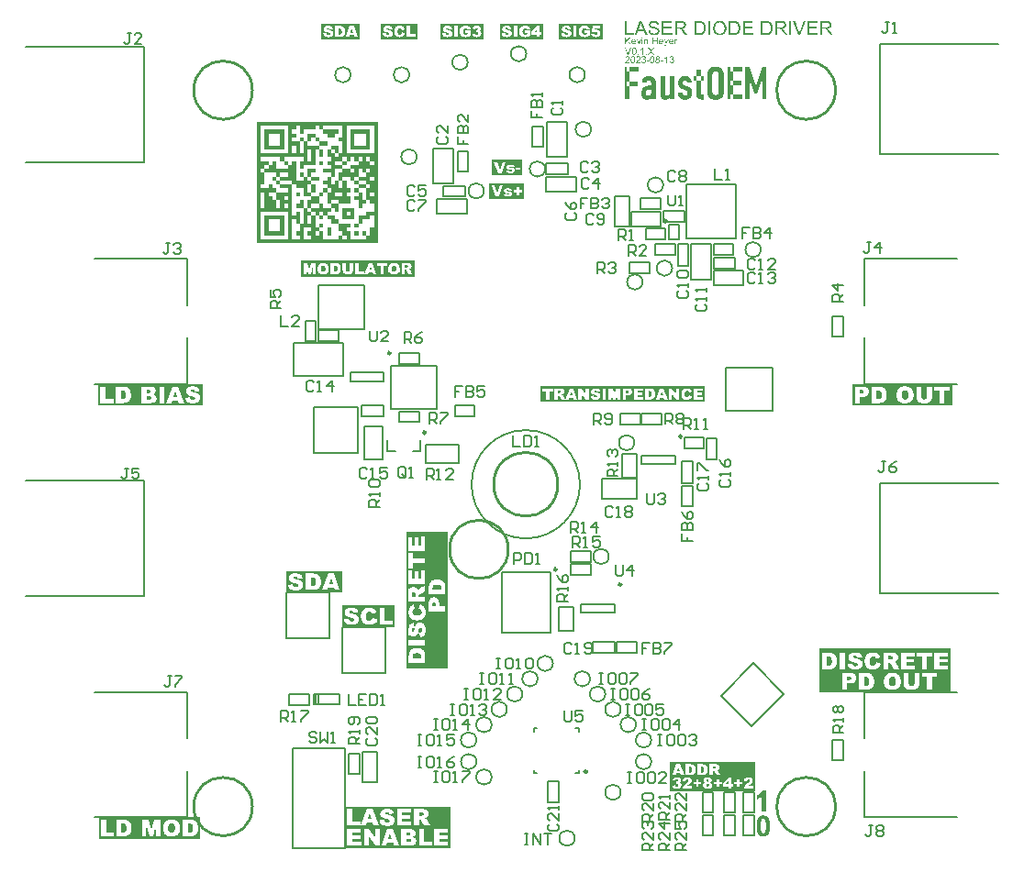
<source format=gto>
G04*
G04 #@! TF.GenerationSoftware,Altium Limited,Altium Designer,23.0.1 (38)*
G04*
G04 Layer_Color=65535*
%FSLAX43Y43*%
%MOMM*%
G71*
G04*
G04 #@! TF.SameCoordinates,3783B72A-52C1-49B3-AB2B-A03F01AA072C*
G04*
G04*
G04 #@! TF.FilePolarity,Positive*
G04*
G01*
G75*
%ADD10C,0.254*%
%ADD11C,0.250*%
%ADD12C,0.200*%
%ADD13C,0.152*%
%ADD14C,0.152*%
G36*
X61614Y57236D02*
X50451D01*
Y68400D01*
X61614D01*
Y57236D01*
D02*
G37*
G36*
X96406Y8101D02*
Y6650D01*
X88575D01*
Y8101D01*
Y9316D01*
X96406D01*
Y8101D01*
D02*
G37*
G36*
X65999Y30564D02*
X68025D01*
Y17986D01*
X65999D01*
Y17986D01*
X64228D01*
Y30564D01*
X65999D01*
Y30564D01*
D02*
G37*
G36*
X97394Y4778D02*
X97025D01*
Y6168D01*
X97022Y6166D01*
X97016Y6160D01*
X97005Y6152D01*
X96989Y6138D01*
X96969Y6121D01*
X96947Y6105D01*
X96919Y6085D01*
X96889Y6063D01*
X96855Y6041D01*
X96819Y6019D01*
X96780Y5994D01*
X96739Y5971D01*
X96650Y5930D01*
X96550Y5891D01*
Y6224D01*
X96553D01*
X96556Y6227D01*
X96564Y6230D01*
X96575Y6232D01*
X96603Y6246D01*
X96642Y6263D01*
X96689Y6285D01*
X96742Y6316D01*
X96800Y6354D01*
X96861Y6399D01*
X96864Y6402D01*
X96869Y6404D01*
X96878Y6413D01*
X96889Y6424D01*
X96919Y6452D01*
X96953Y6488D01*
X96991Y6532D01*
X97030Y6588D01*
X97066Y6646D01*
X97094Y6710D01*
X97394D01*
Y4778D01*
D02*
G37*
G36*
X97219Y4391D02*
X97241Y4388D01*
X97269Y4382D01*
X97297Y4377D01*
X97330Y4368D01*
X97366Y4357D01*
X97400Y4343D01*
X97436Y4329D01*
X97472Y4310D01*
X97508Y4285D01*
X97544Y4260D01*
X97577Y4230D01*
X97608Y4193D01*
X97611Y4191D01*
X97616Y4182D01*
X97624Y4168D01*
X97638Y4149D01*
X97652Y4121D01*
X97669Y4088D01*
X97685Y4052D01*
X97702Y4005D01*
X97719Y3955D01*
X97738Y3896D01*
X97752Y3833D01*
X97766Y3760D01*
X97780Y3683D01*
X97788Y3599D01*
X97794Y3508D01*
X97797Y3408D01*
Y3405D01*
Y3402D01*
Y3394D01*
Y3383D01*
Y3355D01*
X97794Y3319D01*
X97791Y3275D01*
X97785Y3222D01*
X97780Y3166D01*
X97774Y3105D01*
X97763Y3041D01*
X97749Y2975D01*
X97735Y2911D01*
X97716Y2847D01*
X97697Y2783D01*
X97669Y2725D01*
X97641Y2669D01*
X97608Y2622D01*
X97605Y2619D01*
X97599Y2614D01*
X97591Y2603D01*
X97580Y2592D01*
X97563Y2578D01*
X97544Y2561D01*
X97519Y2542D01*
X97494Y2525D01*
X97463Y2506D01*
X97433Y2486D01*
X97397Y2469D01*
X97358Y2456D01*
X97316Y2444D01*
X97269Y2433D01*
X97222Y2428D01*
X97172Y2425D01*
X97161D01*
X97144Y2428D01*
X97125D01*
X97102Y2431D01*
X97075Y2436D01*
X97044Y2442D01*
X97011Y2453D01*
X96975Y2464D01*
X96939Y2478D01*
X96900Y2494D01*
X96864Y2517D01*
X96825Y2539D01*
X96789Y2569D01*
X96753Y2600D01*
X96719Y2639D01*
X96717Y2642D01*
X96711Y2650D01*
X96703Y2664D01*
X96694Y2680D01*
X96680Y2705D01*
X96667Y2736D01*
X96650Y2775D01*
X96636Y2816D01*
X96619Y2866D01*
X96603Y2922D01*
X96589Y2986D01*
X96578Y3055D01*
X96567Y3133D01*
X96558Y3219D01*
X96553Y3311D01*
X96550Y3411D01*
Y3413D01*
Y3416D01*
Y3424D01*
Y3436D01*
Y3463D01*
X96553Y3499D01*
X96556Y3544D01*
X96561Y3597D01*
X96567Y3652D01*
X96572Y3713D01*
X96583Y3777D01*
X96594Y3841D01*
X96611Y3908D01*
X96628Y3971D01*
X96650Y4032D01*
X96675Y4091D01*
X96703Y4146D01*
X96736Y4193D01*
X96739Y4196D01*
X96744Y4202D01*
X96753Y4213D01*
X96767Y4224D01*
X96780Y4241D01*
X96800Y4257D01*
X96825Y4274D01*
X96850Y4293D01*
X96880Y4313D01*
X96911Y4329D01*
X96947Y4346D01*
X96986Y4363D01*
X97028Y4374D01*
X97075Y4385D01*
X97122Y4391D01*
X97172Y4393D01*
X97200D01*
X97219Y4391D01*
D02*
G37*
G36*
X68292Y3426D02*
Y1400D01*
X58575D01*
Y3426D01*
X68292D01*
X58575D01*
Y5197D01*
X68292D01*
Y3426D01*
D02*
G37*
G36*
X86034Y76145D02*
X85955D01*
Y76235D01*
X86034D01*
Y76145D01*
D02*
G37*
G36*
X86386Y76068D02*
X86396Y76067D01*
X86408Y76065D01*
X86421Y76063D01*
X86435Y76059D01*
X86448Y76053D01*
X86450Y76052D01*
X86453Y76051D01*
X86460Y76048D01*
X86467Y76043D01*
X86477Y76038D01*
X86485Y76030D01*
X86493Y76023D01*
X86501Y76014D01*
X86501Y76013D01*
X86503Y76009D01*
X86506Y76004D01*
X86511Y75998D01*
X86514Y75989D01*
X86518Y75979D01*
X86523Y75968D01*
X86526Y75956D01*
Y75955D01*
X86526Y75952D01*
X86527Y75946D01*
X86528Y75939D01*
Y75928D01*
X86529Y75915D01*
X86530Y75899D01*
Y75879D01*
Y75595D01*
X86452D01*
Y75876D01*
Y75877D01*
Y75878D01*
Y75884D01*
Y75892D01*
X86451Y75903D01*
X86450Y75915D01*
X86448Y75927D01*
X86445Y75938D01*
X86442Y75948D01*
Y75949D01*
X86440Y75952D01*
X86438Y75956D01*
X86435Y75962D01*
X86430Y75967D01*
X86425Y75974D01*
X86417Y75980D01*
X86409Y75986D01*
X86408Y75987D01*
X86405Y75989D01*
X86400Y75990D01*
X86393Y75993D01*
X86386Y75996D01*
X86377Y75999D01*
X86366Y76000D01*
X86354Y76001D01*
X86350D01*
X86346Y76000D01*
X86337Y75999D01*
X86325Y75997D01*
X86312Y75992D01*
X86297Y75987D01*
X86282Y75979D01*
X86268Y75968D01*
X86267Y75966D01*
X86263Y75962D01*
X86260Y75958D01*
X86257Y75953D01*
X86254Y75948D01*
X86251Y75941D01*
X86247Y75934D01*
X86244Y75925D01*
X86241Y75915D01*
X86238Y75904D01*
X86236Y75892D01*
X86234Y75879D01*
X86232Y75863D01*
Y75847D01*
Y75595D01*
X86154D01*
Y76059D01*
X86224D01*
Y75992D01*
X86225Y75993D01*
X86227Y75996D01*
X86230Y76000D01*
X86233Y76004D01*
X86239Y76010D01*
X86245Y76016D01*
X86253Y76024D01*
X86262Y76031D01*
X86271Y76038D01*
X86282Y76045D01*
X86294Y76051D01*
X86307Y76057D01*
X86322Y76062D01*
X86337Y76065D01*
X86354Y76068D01*
X86371Y76069D01*
X86379D01*
X86386Y76068D01*
D02*
G37*
G36*
X89173D02*
X89183Y76066D01*
X89195Y76063D01*
X89208Y76058D01*
X89222Y76051D01*
X89238Y76043D01*
X89210Y75971D01*
X89209Y75972D01*
X89205Y75974D01*
X89199Y75977D01*
X89192Y75979D01*
X89184Y75982D01*
X89173Y75985D01*
X89163Y75987D01*
X89153Y75988D01*
X89148D01*
X89144Y75987D01*
X89137Y75986D01*
X89131Y75984D01*
X89123Y75981D01*
X89114Y75977D01*
X89107Y75972D01*
X89106Y75971D01*
X89103Y75969D01*
X89100Y75965D01*
X89096Y75961D01*
X89091Y75954D01*
X89087Y75947D01*
X89082Y75939D01*
X89078Y75928D01*
X89077Y75927D01*
X89076Y75921D01*
X89075Y75913D01*
X89072Y75902D01*
X89069Y75888D01*
X89067Y75872D01*
X89066Y75855D01*
X89065Y75837D01*
Y75595D01*
X88987D01*
Y76059D01*
X89058D01*
Y75989D01*
X89059Y75990D01*
X89063Y75996D01*
X89067Y76004D01*
X89075Y76014D01*
X89082Y76025D01*
X89090Y76036D01*
X89099Y76045D01*
X89107Y76052D01*
X89108Y76053D01*
X89111Y76055D01*
X89116Y76058D01*
X89122Y76061D01*
X89129Y76063D01*
X89138Y76066D01*
X89148Y76068D01*
X89158Y76069D01*
X89164D01*
X89173Y76068D01*
D02*
G37*
G36*
X87414Y75595D02*
X87329D01*
Y75896D01*
X86998D01*
Y75595D01*
X86913D01*
Y76235D01*
X86998D01*
Y75972D01*
X87329D01*
Y76235D01*
X87414D01*
Y75595D01*
D02*
G37*
G36*
X84669Y75975D02*
X84949Y75595D01*
X84837D01*
X84610Y75917D01*
X84505Y75817D01*
Y75595D01*
X84420D01*
Y76235D01*
X84505D01*
Y75916D01*
X84822Y76235D01*
X84937D01*
X84669Y75975D01*
D02*
G37*
G36*
X85708Y75595D02*
X85633D01*
X85459Y76059D01*
X85542D01*
X85642Y75781D01*
Y75780D01*
X85643Y75779D01*
X85643Y75776D01*
X85644Y75773D01*
X85647Y75764D01*
X85651Y75752D01*
X85656Y75738D01*
X85661Y75722D01*
X85666Y75705D01*
X85671Y75687D01*
X85672Y75689D01*
X85673Y75694D01*
X85676Y75701D01*
X85679Y75712D01*
X85683Y75724D01*
X85688Y75740D01*
X85694Y75757D01*
X85701Y75775D01*
X85803Y76059D01*
X85885D01*
X85708Y75595D01*
D02*
G37*
G36*
X88246Y75587D02*
Y75586D01*
X88245Y75584D01*
X88243Y75580D01*
X88242Y75575D01*
X88239Y75569D01*
X88236Y75561D01*
X88229Y75546D01*
X88223Y75528D01*
X88216Y75511D01*
X88208Y75495D01*
X88205Y75488D01*
X88202Y75482D01*
X88201Y75480D01*
X88198Y75475D01*
X88193Y75469D01*
X88188Y75461D01*
X88180Y75451D01*
X88172Y75442D01*
X88164Y75433D01*
X88154Y75426D01*
X88153Y75425D01*
X88149Y75423D01*
X88144Y75420D01*
X88135Y75416D01*
X88126Y75413D01*
X88115Y75410D01*
X88103Y75408D01*
X88089Y75407D01*
X88085D01*
X88081Y75408D01*
X88074D01*
X88067Y75410D01*
X88058Y75412D01*
X88049Y75414D01*
X88039Y75417D01*
X88031Y75490D01*
X88032D01*
X88035Y75489D01*
X88040Y75488D01*
X88046Y75487D01*
X88060Y75484D01*
X88075Y75483D01*
X88080D01*
X88084Y75484D01*
X88090D01*
X88104Y75487D01*
X88110Y75489D01*
X88117Y75492D01*
X88118D01*
X88119Y75494D01*
X88122Y75496D01*
X88126Y75499D01*
X88134Y75506D01*
X88142Y75516D01*
Y75517D01*
X88144Y75519D01*
X88145Y75523D01*
X88147Y75528D01*
X88151Y75536D01*
X88155Y75547D01*
X88160Y75560D01*
X88166Y75575D01*
Y75576D01*
X88168Y75580D01*
X88169Y75586D01*
X88173Y75595D01*
X87997Y76059D01*
X88081D01*
X88178Y75790D01*
Y75789D01*
X88179Y75788D01*
X88180Y75785D01*
X88180Y75781D01*
X88182Y75776D01*
X88184Y75770D01*
X88189Y75757D01*
X88194Y75742D01*
X88200Y75723D01*
X88205Y75704D01*
X88211Y75683D01*
Y75683D01*
X88212Y75685D01*
X88213Y75688D01*
X88214Y75692D01*
X88215Y75696D01*
X88217Y75702D01*
X88220Y75716D01*
X88225Y75732D01*
X88231Y75750D01*
X88237Y75769D01*
X88244Y75788D01*
X88344Y76059D01*
X88423D01*
X88246Y75587D01*
D02*
G37*
G36*
X86034Y75595D02*
X85955D01*
Y76059D01*
X86034D01*
Y75595D01*
D02*
G37*
G36*
X88695Y76068D02*
X88703Y76067D01*
X88712Y76065D01*
X88722Y76063D01*
X88734Y76061D01*
X88745Y76058D01*
X88758Y76053D01*
X88770Y76049D01*
X88783Y76042D01*
X88796Y76035D01*
X88809Y76026D01*
X88821Y76016D01*
X88832Y76005D01*
X88833Y76004D01*
X88835Y76002D01*
X88838Y75999D01*
X88842Y75993D01*
X88846Y75987D01*
X88851Y75979D01*
X88856Y75970D01*
X88862Y75959D01*
X88867Y75947D01*
X88873Y75934D01*
X88878Y75919D01*
X88882Y75904D01*
X88886Y75886D01*
X88889Y75867D01*
X88891Y75848D01*
X88891Y75827D01*
Y75826D01*
Y75822D01*
Y75816D01*
X88891Y75806D01*
X88544D01*
Y75806D01*
Y75803D01*
X88545Y75799D01*
Y75794D01*
X88546Y75787D01*
X88548Y75780D01*
X88550Y75763D01*
X88556Y75744D01*
X88563Y75724D01*
X88573Y75706D01*
X88586Y75689D01*
X88587D01*
X88588Y75687D01*
X88594Y75683D01*
X88602Y75676D01*
X88613Y75670D01*
X88628Y75662D01*
X88645Y75656D01*
X88663Y75651D01*
X88673Y75650D01*
X88684Y75649D01*
X88692D01*
X88700Y75650D01*
X88710Y75652D01*
X88721Y75655D01*
X88734Y75659D01*
X88746Y75664D01*
X88758Y75671D01*
X88759Y75672D01*
X88764Y75676D01*
X88769Y75682D01*
X88776Y75689D01*
X88783Y75699D01*
X88792Y75712D01*
X88800Y75727D01*
X88807Y75744D01*
X88889Y75734D01*
Y75733D01*
X88888Y75732D01*
X88887Y75728D01*
X88885Y75722D01*
X88882Y75717D01*
X88879Y75709D01*
X88872Y75694D01*
X88863Y75676D01*
X88850Y75658D01*
X88835Y75640D01*
X88817Y75623D01*
X88816D01*
X88814Y75622D01*
X88811Y75620D01*
X88807Y75617D01*
X88802Y75614D01*
X88796Y75611D01*
X88789Y75608D01*
X88781Y75604D01*
X88771Y75600D01*
X88762Y75597D01*
X88739Y75591D01*
X88713Y75586D01*
X88684Y75585D01*
X88674D01*
X88668Y75585D01*
X88659Y75586D01*
X88649Y75588D01*
X88638Y75590D01*
X88626Y75592D01*
X88600Y75599D01*
X88586Y75605D01*
X88573Y75610D01*
X88560Y75618D01*
X88547Y75626D01*
X88535Y75635D01*
X88523Y75646D01*
X88522Y75647D01*
X88520Y75649D01*
X88517Y75653D01*
X88513Y75659D01*
X88509Y75665D01*
X88504Y75672D01*
X88499Y75682D01*
X88493Y75692D01*
X88487Y75704D01*
X88482Y75717D01*
X88477Y75732D01*
X88473Y75747D01*
X88469Y75764D01*
X88466Y75782D01*
X88464Y75802D01*
X88463Y75822D01*
Y75823D01*
Y75828D01*
Y75833D01*
X88464Y75842D01*
X88465Y75852D01*
X88466Y75863D01*
X88468Y75876D01*
X88471Y75889D01*
X88478Y75918D01*
X88483Y75933D01*
X88488Y75949D01*
X88496Y75964D01*
X88504Y75977D01*
X88513Y75991D01*
X88523Y76004D01*
X88524Y76005D01*
X88526Y76007D01*
X88530Y76010D01*
X88535Y76014D01*
X88540Y76019D01*
X88548Y76025D01*
X88556Y76031D01*
X88566Y76037D01*
X88576Y76043D01*
X88588Y76049D01*
X88601Y76054D01*
X88615Y76059D01*
X88630Y76063D01*
X88646Y76066D01*
X88662Y76068D01*
X88680Y76069D01*
X88689D01*
X88695Y76068D01*
D02*
G37*
G36*
X87751D02*
X87758Y76067D01*
X87767Y76065D01*
X87777Y76063D01*
X87789Y76061D01*
X87800Y76058D01*
X87813Y76053D01*
X87825Y76049D01*
X87838Y76042D01*
X87851Y76035D01*
X87864Y76026D01*
X87876Y76016D01*
X87887Y76005D01*
X87888Y76004D01*
X87890Y76002D01*
X87893Y75999D01*
X87897Y75993D01*
X87901Y75987D01*
X87906Y75979D01*
X87911Y75970D01*
X87917Y75959D01*
X87923Y75947D01*
X87928Y75934D01*
X87933Y75919D01*
X87937Y75904D01*
X87941Y75886D01*
X87944Y75867D01*
X87946Y75848D01*
X87947Y75827D01*
Y75826D01*
Y75822D01*
Y75816D01*
X87946Y75806D01*
X87599D01*
Y75806D01*
Y75803D01*
X87600Y75799D01*
Y75794D01*
X87601Y75787D01*
X87603Y75780D01*
X87605Y75763D01*
X87611Y75744D01*
X87618Y75724D01*
X87629Y75706D01*
X87641Y75689D01*
X87642D01*
X87643Y75687D01*
X87649Y75683D01*
X87657Y75676D01*
X87668Y75670D01*
X87683Y75662D01*
X87700Y75656D01*
X87718Y75651D01*
X87728Y75650D01*
X87739Y75649D01*
X87747D01*
X87755Y75650D01*
X87765Y75652D01*
X87776Y75655D01*
X87789Y75659D01*
X87801Y75664D01*
X87813Y75671D01*
X87814Y75672D01*
X87819Y75676D01*
X87825Y75682D01*
X87831Y75689D01*
X87838Y75699D01*
X87847Y75712D01*
X87855Y75727D01*
X87862Y75744D01*
X87944Y75734D01*
Y75733D01*
X87943Y75732D01*
X87942Y75728D01*
X87940Y75722D01*
X87937Y75717D01*
X87935Y75709D01*
X87927Y75694D01*
X87918Y75676D01*
X87905Y75658D01*
X87890Y75640D01*
X87872Y75623D01*
X87871D01*
X87869Y75622D01*
X87866Y75620D01*
X87862Y75617D01*
X87857Y75614D01*
X87851Y75611D01*
X87844Y75608D01*
X87836Y75604D01*
X87826Y75600D01*
X87817Y75597D01*
X87794Y75591D01*
X87768Y75586D01*
X87739Y75585D01*
X87729D01*
X87723Y75585D01*
X87715Y75586D01*
X87704Y75588D01*
X87693Y75590D01*
X87681Y75592D01*
X87655Y75599D01*
X87641Y75605D01*
X87629Y75610D01*
X87615Y75618D01*
X87602Y75626D01*
X87590Y75635D01*
X87578Y75646D01*
X87577Y75647D01*
X87575Y75649D01*
X87572Y75653D01*
X87568Y75659D01*
X87564Y75665D01*
X87559Y75672D01*
X87554Y75682D01*
X87548Y75692D01*
X87543Y75704D01*
X87537Y75717D01*
X87532Y75732D01*
X87528Y75747D01*
X87524Y75764D01*
X87521Y75782D01*
X87519Y75802D01*
X87519Y75822D01*
Y75823D01*
Y75828D01*
Y75833D01*
X87519Y75842D01*
X87520Y75852D01*
X87521Y75863D01*
X87523Y75876D01*
X87526Y75889D01*
X87533Y75918D01*
X87538Y75933D01*
X87543Y75949D01*
X87551Y75964D01*
X87559Y75977D01*
X87568Y75991D01*
X87579Y76004D01*
X87580Y76005D01*
X87581Y76007D01*
X87585Y76010D01*
X87590Y76014D01*
X87595Y76019D01*
X87603Y76025D01*
X87611Y76031D01*
X87621Y76037D01*
X87631Y76043D01*
X87643Y76049D01*
X87656Y76054D01*
X87670Y76059D01*
X87685Y76063D01*
X87701Y76066D01*
X87717Y76068D01*
X87735Y76069D01*
X87744D01*
X87751Y76068D01*
D02*
G37*
G36*
X85215D02*
X85223Y76067D01*
X85232Y76065D01*
X85242Y76063D01*
X85254Y76061D01*
X85265Y76058D01*
X85278Y76053D01*
X85290Y76049D01*
X85303Y76042D01*
X85316Y76035D01*
X85329Y76026D01*
X85341Y76016D01*
X85352Y76005D01*
X85353Y76004D01*
X85355Y76002D01*
X85358Y75999D01*
X85362Y75993D01*
X85366Y75987D01*
X85371Y75979D01*
X85376Y75970D01*
X85382Y75959D01*
X85387Y75947D01*
X85393Y75934D01*
X85398Y75919D01*
X85402Y75904D01*
X85406Y75886D01*
X85409Y75867D01*
X85410Y75848D01*
X85411Y75827D01*
Y75826D01*
Y75822D01*
Y75816D01*
X85410Y75806D01*
X85064D01*
Y75806D01*
Y75803D01*
X85065Y75799D01*
Y75794D01*
X85066Y75787D01*
X85067Y75780D01*
X85070Y75763D01*
X85076Y75744D01*
X85083Y75724D01*
X85093Y75706D01*
X85106Y75689D01*
X85107D01*
X85108Y75687D01*
X85114Y75683D01*
X85122Y75676D01*
X85133Y75670D01*
X85148Y75662D01*
X85165Y75656D01*
X85183Y75651D01*
X85193Y75650D01*
X85204Y75649D01*
X85212D01*
X85220Y75650D01*
X85230Y75652D01*
X85241Y75655D01*
X85254Y75659D01*
X85266Y75664D01*
X85278Y75671D01*
X85279Y75672D01*
X85284Y75676D01*
X85289Y75682D01*
X85296Y75689D01*
X85303Y75699D01*
X85312Y75712D01*
X85320Y75727D01*
X85327Y75744D01*
X85409Y75734D01*
Y75733D01*
X85408Y75732D01*
X85407Y75728D01*
X85405Y75722D01*
X85402Y75717D01*
X85399Y75709D01*
X85392Y75694D01*
X85383Y75676D01*
X85370Y75658D01*
X85355Y75640D01*
X85337Y75623D01*
X85336D01*
X85334Y75622D01*
X85331Y75620D01*
X85327Y75617D01*
X85322Y75614D01*
X85316Y75611D01*
X85309Y75608D01*
X85300Y75604D01*
X85291Y75600D01*
X85282Y75597D01*
X85259Y75591D01*
X85233Y75586D01*
X85204Y75585D01*
X85194D01*
X85188Y75585D01*
X85179Y75586D01*
X85169Y75588D01*
X85158Y75590D01*
X85146Y75592D01*
X85120Y75599D01*
X85106Y75605D01*
X85093Y75610D01*
X85080Y75618D01*
X85067Y75626D01*
X85055Y75635D01*
X85043Y75646D01*
X85042Y75647D01*
X85040Y75649D01*
X85037Y75653D01*
X85033Y75659D01*
X85029Y75665D01*
X85024Y75672D01*
X85018Y75682D01*
X85013Y75692D01*
X85007Y75704D01*
X85002Y75717D01*
X84997Y75732D01*
X84993Y75747D01*
X84989Y75764D01*
X84986Y75782D01*
X84984Y75802D01*
X84983Y75822D01*
Y75823D01*
Y75828D01*
Y75833D01*
X84984Y75842D01*
X84985Y75852D01*
X84986Y75863D01*
X84988Y75876D01*
X84991Y75889D01*
X84998Y75918D01*
X85003Y75933D01*
X85008Y75949D01*
X85016Y75964D01*
X85024Y75977D01*
X85033Y75991D01*
X85043Y76004D01*
X85044Y76005D01*
X85046Y76007D01*
X85050Y76010D01*
X85055Y76014D01*
X85060Y76019D01*
X85067Y76025D01*
X85076Y76031D01*
X85086Y76037D01*
X85096Y76043D01*
X85108Y76049D01*
X85121Y76054D01*
X85135Y76059D01*
X85150Y76063D01*
X85165Y76066D01*
X85182Y76068D01*
X85200Y76069D01*
X85209D01*
X85215Y76068D01*
D02*
G37*
G36*
X86856Y74972D02*
X87095Y74637D01*
X86991D01*
X86829Y74864D01*
X86828Y74865D01*
X86826Y74868D01*
X86824Y74871D01*
X86820Y74876D01*
X86812Y74889D01*
X86803Y74903D01*
X86802Y74902D01*
X86799Y74898D01*
X86795Y74893D01*
X86791Y74885D01*
X86781Y74870D01*
X86776Y74864D01*
X86772Y74858D01*
X86611Y74637D01*
X86509D01*
X86756Y74967D01*
X86538Y75276D01*
X86638D01*
X86755Y75112D01*
Y75111D01*
X86757Y75110D01*
X86759Y75107D01*
X86761Y75103D01*
X86767Y75094D01*
X86775Y75083D01*
X86783Y75070D01*
X86792Y75057D01*
X86799Y75045D01*
X86806Y75034D01*
X86807Y75036D01*
X86809Y75040D01*
X86814Y75047D01*
X86820Y75056D01*
X86828Y75066D01*
X86837Y75079D01*
X86846Y75092D01*
X86857Y75106D01*
X86985Y75276D01*
X87077D01*
X86856Y74972D01*
D02*
G37*
G36*
X84756Y74637D02*
X84667D01*
X84419Y75276D01*
X84512D01*
X84678Y74811D01*
Y74810D01*
X84679Y74808D01*
X84680Y74806D01*
X84682Y74802D01*
X84683Y74796D01*
X84685Y74791D01*
X84689Y74777D01*
X84695Y74761D01*
X84700Y74744D01*
X84712Y74707D01*
Y74708D01*
X84712Y74710D01*
X84713Y74712D01*
X84714Y74716D01*
X84717Y74726D01*
X84722Y74740D01*
X84726Y74756D01*
X84732Y74773D01*
X84738Y74792D01*
X84746Y74811D01*
X84920Y75276D01*
X85006D01*
X84756Y74637D01*
D02*
G37*
G36*
X86428D02*
X86338D01*
Y74726D01*
X86428D01*
Y74637D01*
D02*
G37*
G36*
X86092D02*
X86013D01*
Y75137D01*
X86012Y75136D01*
X86008Y75132D01*
X86002Y75127D01*
X85993Y75120D01*
X85983Y75112D01*
X85970Y75102D01*
X85955Y75092D01*
X85938Y75082D01*
X85938D01*
X85937Y75081D01*
X85931Y75078D01*
X85922Y75073D01*
X85911Y75067D01*
X85898Y75061D01*
X85884Y75054D01*
X85870Y75048D01*
X85856Y75042D01*
Y75118D01*
X85857D01*
X85859Y75120D01*
X85863Y75121D01*
X85867Y75124D01*
X85873Y75127D01*
X85879Y75130D01*
X85895Y75139D01*
X85913Y75150D01*
X85932Y75163D01*
X85951Y75177D01*
X85971Y75193D01*
X85972Y75194D01*
X85973Y75195D01*
X85975Y75198D01*
X85979Y75200D01*
X85987Y75210D01*
X85999Y75221D01*
X86010Y75234D01*
X86022Y75249D01*
X86032Y75263D01*
X86041Y75279D01*
X86092D01*
Y74637D01*
D02*
G37*
G36*
X85681D02*
X85592D01*
Y74726D01*
X85681D01*
Y74637D01*
D02*
G37*
G36*
X85277Y75278D02*
X85289Y75276D01*
X85303Y75274D01*
X85318Y75270D01*
X85334Y75265D01*
X85349Y75258D01*
X85349D01*
X85350Y75257D01*
X85355Y75254D01*
X85362Y75249D01*
X85372Y75243D01*
X85382Y75234D01*
X85393Y75224D01*
X85403Y75212D01*
X85413Y75198D01*
X85414Y75196D01*
X85418Y75191D01*
X85422Y75183D01*
X85428Y75171D01*
X85434Y75157D01*
X85441Y75141D01*
X85447Y75123D01*
X85453Y75102D01*
Y75102D01*
X85454Y75100D01*
X85455Y75097D01*
X85456Y75092D01*
X85457Y75087D01*
X85458Y75080D01*
X85460Y75072D01*
X85460Y75063D01*
X85462Y75053D01*
X85463Y75041D01*
X85464Y75029D01*
X85466Y75016D01*
X85467Y75001D01*
Y74986D01*
X85468Y74969D01*
Y74952D01*
Y74951D01*
Y74947D01*
Y74941D01*
Y74933D01*
X85467Y74923D01*
Y74912D01*
X85466Y74900D01*
X85465Y74887D01*
X85462Y74857D01*
X85458Y74827D01*
X85452Y74797D01*
X85448Y74784D01*
X85444Y74770D01*
Y74769D01*
X85443Y74767D01*
X85441Y74763D01*
X85439Y74759D01*
X85437Y74752D01*
X85434Y74746D01*
X85426Y74730D01*
X85417Y74713D01*
X85405Y74695D01*
X85391Y74678D01*
X85374Y74662D01*
X85374D01*
X85373Y74661D01*
X85370Y74659D01*
X85366Y74657D01*
X85362Y74654D01*
X85357Y74650D01*
X85343Y74644D01*
X85326Y74637D01*
X85307Y74631D01*
X85284Y74627D01*
X85259Y74625D01*
X85250D01*
X85243Y74626D01*
X85236Y74627D01*
X85227Y74629D01*
X85216Y74631D01*
X85205Y74634D01*
X85194Y74637D01*
X85182Y74641D01*
X85170Y74647D01*
X85158Y74653D01*
X85146Y74661D01*
X85134Y74670D01*
X85123Y74680D01*
X85113Y74691D01*
X85112Y74692D01*
X85110Y74695D01*
X85107Y74699D01*
X85103Y74707D01*
X85098Y74715D01*
X85093Y74726D01*
X85087Y74739D01*
X85081Y74754D01*
X85076Y74771D01*
X85070Y74790D01*
X85065Y74811D01*
X85060Y74835D01*
X85055Y74861D01*
X85053Y74889D01*
X85051Y74919D01*
X85050Y74952D01*
Y74953D01*
Y74956D01*
Y74963D01*
Y74970D01*
X85051Y74980D01*
Y74992D01*
X85052Y75004D01*
X85053Y75017D01*
X85055Y75046D01*
X85060Y75077D01*
X85066Y75107D01*
X85069Y75121D01*
X85073Y75135D01*
Y75136D01*
X85074Y75138D01*
X85076Y75141D01*
X85078Y75146D01*
X85080Y75152D01*
X85083Y75159D01*
X85091Y75175D01*
X85100Y75191D01*
X85112Y75209D01*
X85126Y75226D01*
X85142Y75241D01*
X85143D01*
X85144Y75243D01*
X85147Y75245D01*
X85151Y75247D01*
X85155Y75250D01*
X85161Y75253D01*
X85175Y75261D01*
X85191Y75267D01*
X85211Y75274D01*
X85234Y75277D01*
X85259Y75279D01*
X85267D01*
X85277Y75278D01*
D02*
G37*
G36*
X88730Y74497D02*
X88742Y74495D01*
X88756Y74492D01*
X88773Y74487D01*
X88790Y74482D01*
X88806Y74474D01*
X88807D01*
X88808Y74473D01*
X88814Y74471D01*
X88822Y74465D01*
X88831Y74459D01*
X88842Y74449D01*
X88854Y74439D01*
X88865Y74427D01*
X88874Y74413D01*
X88875Y74411D01*
X88878Y74407D01*
X88881Y74399D01*
X88886Y74388D01*
X88891Y74376D01*
X88894Y74362D01*
X88897Y74347D01*
X88898Y74331D01*
Y74329D01*
Y74324D01*
X88897Y74316D01*
X88895Y74306D01*
X88892Y74294D01*
X88888Y74281D01*
X88882Y74268D01*
X88875Y74255D01*
X88874Y74253D01*
X88871Y74250D01*
X88866Y74243D01*
X88858Y74236D01*
X88849Y74227D01*
X88838Y74218D01*
X88825Y74210D01*
X88809Y74202D01*
X88810D01*
X88812Y74201D01*
X88815Y74200D01*
X88818Y74199D01*
X88829Y74195D01*
X88842Y74190D01*
X88856Y74182D01*
X88871Y74173D01*
X88885Y74161D01*
X88898Y74147D01*
X88899Y74145D01*
X88903Y74140D01*
X88908Y74130D01*
X88914Y74118D01*
X88919Y74104D01*
X88925Y74086D01*
X88928Y74066D01*
X88929Y74044D01*
Y74043D01*
Y74040D01*
Y74035D01*
X88928Y74030D01*
X88928Y74022D01*
X88926Y74014D01*
X88924Y74005D01*
X88922Y73994D01*
X88915Y73972D01*
X88909Y73960D01*
X88903Y73949D01*
X88896Y73937D01*
X88888Y73925D01*
X88879Y73913D01*
X88867Y73902D01*
X88867Y73901D01*
X88865Y73899D01*
X88861Y73896D01*
X88856Y73893D01*
X88851Y73888D01*
X88843Y73884D01*
X88835Y73878D01*
X88825Y73873D01*
X88815Y73868D01*
X88803Y73862D01*
X88791Y73858D01*
X88777Y73853D01*
X88762Y73849D01*
X88746Y73847D01*
X88731Y73845D01*
X88713Y73844D01*
X88705D01*
X88699Y73845D01*
X88692Y73846D01*
X88683Y73847D01*
X88674Y73848D01*
X88664Y73850D01*
X88642Y73856D01*
X88619Y73865D01*
X88607Y73871D01*
X88596Y73877D01*
X88585Y73885D01*
X88573Y73894D01*
X88573Y73895D01*
X88571Y73896D01*
X88568Y73899D01*
X88565Y73903D01*
X88560Y73908D01*
X88556Y73914D01*
X88550Y73921D01*
X88545Y73929D01*
X88539Y73938D01*
X88534Y73947D01*
X88523Y73970D01*
X88515Y73995D01*
X88512Y74009D01*
X88511Y74024D01*
X88589Y74034D01*
Y74033D01*
X88590Y74031D01*
X88591Y74028D01*
X88592Y74023D01*
X88593Y74018D01*
X88595Y74011D01*
X88599Y73997D01*
X88606Y73981D01*
X88614Y73965D01*
X88623Y73950D01*
X88634Y73937D01*
X88636Y73936D01*
X88640Y73933D01*
X88647Y73928D01*
X88657Y73923D01*
X88668Y73918D01*
X88682Y73913D01*
X88697Y73909D01*
X88714Y73909D01*
X88719D01*
X88723Y73909D01*
X88733Y73910D01*
X88746Y73913D01*
X88761Y73918D01*
X88777Y73924D01*
X88793Y73933D01*
X88807Y73946D01*
X88809Y73948D01*
X88814Y73954D01*
X88819Y73962D01*
X88827Y73973D01*
X88834Y73987D01*
X88840Y74003D01*
X88844Y74021D01*
X88846Y74042D01*
Y74043D01*
Y74044D01*
Y74047D01*
X88845Y74051D01*
X88844Y74061D01*
X88842Y74073D01*
X88838Y74088D01*
X88831Y74103D01*
X88822Y74117D01*
X88810Y74131D01*
X88808Y74133D01*
X88804Y74137D01*
X88796Y74142D01*
X88786Y74149D01*
X88773Y74155D01*
X88757Y74161D01*
X88740Y74165D01*
X88720Y74166D01*
X88712D01*
X88706Y74166D01*
X88697Y74165D01*
X88688Y74163D01*
X88677Y74161D01*
X88665Y74158D01*
X88674Y74227D01*
X88679D01*
X88683Y74227D01*
X88695D01*
X88705Y74228D01*
X88717Y74230D01*
X88731Y74233D01*
X88746Y74238D01*
X88761Y74244D01*
X88777Y74252D01*
X88778D01*
X88779Y74253D01*
X88783Y74257D01*
X88790Y74264D01*
X88797Y74272D01*
X88805Y74284D01*
X88811Y74298D01*
X88816Y74313D01*
X88818Y74323D01*
Y74333D01*
Y74334D01*
Y74335D01*
Y74340D01*
X88816Y74348D01*
X88814Y74358D01*
X88810Y74369D01*
X88805Y74381D01*
X88798Y74393D01*
X88788Y74404D01*
X88787Y74405D01*
X88782Y74409D01*
X88776Y74413D01*
X88768Y74419D01*
X88756Y74423D01*
X88744Y74428D01*
X88729Y74432D01*
X88712Y74433D01*
X88705D01*
X88696Y74431D01*
X88685Y74429D01*
X88673Y74425D01*
X88661Y74421D01*
X88648Y74413D01*
X88636Y74404D01*
X88635Y74403D01*
X88632Y74399D01*
X88626Y74392D01*
X88620Y74383D01*
X88613Y74371D01*
X88607Y74356D01*
X88601Y74338D01*
X88597Y74318D01*
X88519Y74332D01*
Y74333D01*
X88520Y74336D01*
X88521Y74339D01*
X88522Y74345D01*
X88523Y74351D01*
X88526Y74359D01*
X88532Y74376D01*
X88541Y74397D01*
X88552Y74417D01*
X88566Y74436D01*
X88584Y74454D01*
X88585Y74455D01*
X88586Y74456D01*
X88589Y74458D01*
X88593Y74460D01*
X88597Y74464D01*
X88604Y74468D01*
X88610Y74472D01*
X88619Y74476D01*
X88637Y74484D01*
X88658Y74491D01*
X88683Y74496D01*
X88696Y74497D01*
X88719D01*
X88730Y74497D01*
D02*
G37*
G36*
X86145D02*
X86157Y74495D01*
X86171Y74492D01*
X86188Y74487D01*
X86205Y74482D01*
X86221Y74474D01*
X86222D01*
X86223Y74473D01*
X86229Y74471D01*
X86237Y74465D01*
X86246Y74459D01*
X86257Y74449D01*
X86268Y74439D01*
X86280Y74427D01*
X86289Y74413D01*
X86290Y74411D01*
X86293Y74407D01*
X86296Y74399D01*
X86301Y74388D01*
X86305Y74376D01*
X86309Y74362D01*
X86312Y74347D01*
X86313Y74331D01*
Y74329D01*
Y74324D01*
X86312Y74316D01*
X86310Y74306D01*
X86307Y74294D01*
X86303Y74281D01*
X86297Y74268D01*
X86290Y74255D01*
X86289Y74253D01*
X86286Y74250D01*
X86281Y74243D01*
X86273Y74236D01*
X86264Y74227D01*
X86253Y74218D01*
X86240Y74210D01*
X86224Y74202D01*
X86225D01*
X86227Y74201D01*
X86230Y74200D01*
X86233Y74199D01*
X86244Y74195D01*
X86256Y74190D01*
X86271Y74182D01*
X86286Y74173D01*
X86300Y74161D01*
X86313Y74147D01*
X86314Y74145D01*
X86317Y74140D01*
X86323Y74130D01*
X86329Y74118D01*
X86334Y74104D01*
X86340Y74086D01*
X86343Y74066D01*
X86344Y74044D01*
Y74043D01*
Y74040D01*
Y74035D01*
X86343Y74030D01*
X86342Y74022D01*
X86341Y74014D01*
X86339Y74005D01*
X86337Y73994D01*
X86330Y73972D01*
X86324Y73960D01*
X86318Y73949D01*
X86311Y73937D01*
X86303Y73925D01*
X86293Y73913D01*
X86282Y73902D01*
X86281Y73901D01*
X86280Y73899D01*
X86276Y73896D01*
X86271Y73893D01*
X86266Y73888D01*
X86258Y73884D01*
X86250Y73878D01*
X86240Y73873D01*
X86230Y73868D01*
X86218Y73862D01*
X86206Y73858D01*
X86192Y73853D01*
X86177Y73849D01*
X86161Y73847D01*
X86146Y73845D01*
X86128Y73844D01*
X86120D01*
X86114Y73845D01*
X86107Y73846D01*
X86098Y73847D01*
X86089Y73848D01*
X86079Y73850D01*
X86057Y73856D01*
X86034Y73865D01*
X86022Y73871D01*
X86011Y73877D01*
X85999Y73885D01*
X85988Y73894D01*
X85987Y73895D01*
X85986Y73896D01*
X85983Y73899D01*
X85980Y73903D01*
X85975Y73908D01*
X85971Y73914D01*
X85965Y73921D01*
X85960Y73929D01*
X85954Y73938D01*
X85949Y73947D01*
X85938Y73970D01*
X85930Y73995D01*
X85927Y74009D01*
X85925Y74024D01*
X86004Y74034D01*
Y74033D01*
X86005Y74031D01*
X86006Y74028D01*
X86007Y74023D01*
X86008Y74018D01*
X86010Y74011D01*
X86014Y73997D01*
X86021Y73981D01*
X86029Y73965D01*
X86038Y73950D01*
X86049Y73937D01*
X86051Y73936D01*
X86055Y73933D01*
X86062Y73928D01*
X86072Y73923D01*
X86083Y73918D01*
X86097Y73913D01*
X86112Y73909D01*
X86129Y73909D01*
X86134D01*
X86138Y73909D01*
X86148Y73910D01*
X86161Y73913D01*
X86176Y73918D01*
X86192Y73924D01*
X86207Y73933D01*
X86222Y73946D01*
X86224Y73948D01*
X86229Y73954D01*
X86234Y73962D01*
X86242Y73973D01*
X86249Y73987D01*
X86255Y74003D01*
X86259Y74021D01*
X86261Y74042D01*
Y74043D01*
Y74044D01*
Y74047D01*
X86260Y74051D01*
X86259Y74061D01*
X86256Y74073D01*
X86253Y74088D01*
X86246Y74103D01*
X86237Y74117D01*
X86225Y74131D01*
X86223Y74133D01*
X86219Y74137D01*
X86211Y74142D01*
X86201Y74149D01*
X86188Y74155D01*
X86172Y74161D01*
X86155Y74165D01*
X86135Y74166D01*
X86127D01*
X86121Y74166D01*
X86112Y74165D01*
X86103Y74163D01*
X86092Y74161D01*
X86080Y74158D01*
X86089Y74227D01*
X86094D01*
X86097Y74227D01*
X86109D01*
X86120Y74228D01*
X86132Y74230D01*
X86146Y74233D01*
X86161Y74238D01*
X86176Y74244D01*
X86192Y74252D01*
X86193D01*
X86194Y74253D01*
X86198Y74257D01*
X86205Y74264D01*
X86212Y74272D01*
X86219Y74284D01*
X86226Y74298D01*
X86231Y74313D01*
X86232Y74323D01*
Y74333D01*
Y74334D01*
Y74335D01*
Y74340D01*
X86231Y74348D01*
X86229Y74358D01*
X86225Y74369D01*
X86220Y74381D01*
X86213Y74393D01*
X86203Y74404D01*
X86202Y74405D01*
X86197Y74409D01*
X86191Y74413D01*
X86183Y74419D01*
X86171Y74423D01*
X86158Y74428D01*
X86144Y74432D01*
X86127Y74433D01*
X86120D01*
X86111Y74431D01*
X86100Y74429D01*
X86088Y74425D01*
X86076Y74421D01*
X86063Y74413D01*
X86051Y74404D01*
X86050Y74403D01*
X86047Y74399D01*
X86041Y74392D01*
X86035Y74383D01*
X86028Y74371D01*
X86022Y74356D01*
X86016Y74338D01*
X86012Y74318D01*
X85934Y74332D01*
Y74333D01*
X85935Y74336D01*
X85936Y74339D01*
X85937Y74345D01*
X85938Y74351D01*
X85941Y74359D01*
X85947Y74376D01*
X85956Y74397D01*
X85967Y74417D01*
X85981Y74436D01*
X85999Y74454D01*
X85999Y74455D01*
X86001Y74456D01*
X86004Y74458D01*
X86008Y74460D01*
X86012Y74464D01*
X86019Y74468D01*
X86025Y74472D01*
X86034Y74476D01*
X86052Y74484D01*
X86073Y74491D01*
X86098Y74496D01*
X86111Y74497D01*
X86134D01*
X86145Y74497D01*
D02*
G37*
G36*
X87948Y74047D02*
X87705D01*
Y74126D01*
X87948D01*
Y74047D01*
D02*
G37*
G36*
X86656D02*
X86413D01*
Y74126D01*
X86656D01*
Y74047D01*
D02*
G37*
G36*
X88308Y73855D02*
X88229D01*
Y74355D01*
X88229Y74354D01*
X88224Y74350D01*
X88218Y74345D01*
X88209Y74338D01*
X88199Y74330D01*
X88186Y74321D01*
X88171Y74311D01*
X88155Y74301D01*
X88154D01*
X88153Y74300D01*
X88147Y74296D01*
X88138Y74291D01*
X88127Y74286D01*
X88114Y74279D01*
X88100Y74273D01*
X88086Y74266D01*
X88072Y74261D01*
Y74337D01*
X88073D01*
X88075Y74338D01*
X88079Y74339D01*
X88083Y74342D01*
X88089Y74345D01*
X88095Y74349D01*
X88111Y74358D01*
X88130Y74368D01*
X88148Y74381D01*
X88168Y74396D01*
X88187Y74411D01*
X88188Y74412D01*
X88189Y74413D01*
X88192Y74416D01*
X88195Y74419D01*
X88204Y74428D01*
X88215Y74439D01*
X88226Y74452D01*
X88238Y74467D01*
X88248Y74482D01*
X88257Y74497D01*
X88308D01*
Y73855D01*
D02*
G37*
G36*
X85655Y74497D02*
X85662Y74496D01*
X85671Y74495D01*
X85681Y74493D01*
X85692Y74491D01*
X85716Y74485D01*
X85740Y74475D01*
X85752Y74470D01*
X85764Y74463D01*
X85775Y74455D01*
X85785Y74446D01*
X85786Y74445D01*
X85788Y74444D01*
X85790Y74440D01*
X85793Y74436D01*
X85798Y74432D01*
X85803Y74425D01*
X85807Y74419D01*
X85813Y74411D01*
X85822Y74393D01*
X85831Y74371D01*
X85835Y74360D01*
X85837Y74347D01*
X85839Y74334D01*
X85840Y74320D01*
Y74318D01*
Y74313D01*
X85839Y74306D01*
X85838Y74296D01*
X85836Y74285D01*
X85832Y74272D01*
X85828Y74258D01*
X85823Y74244D01*
X85822Y74242D01*
X85820Y74238D01*
X85816Y74230D01*
X85811Y74220D01*
X85803Y74209D01*
X85794Y74195D01*
X85783Y74181D01*
X85770Y74166D01*
X85768Y74164D01*
X85764Y74158D01*
X85759Y74154D01*
X85754Y74149D01*
X85749Y74143D01*
X85741Y74136D01*
X85734Y74129D01*
X85725Y74120D01*
X85716Y74111D01*
X85705Y74101D01*
X85692Y74091D01*
X85680Y74079D01*
X85665Y74067D01*
X85650Y74054D01*
X85649Y74053D01*
X85647Y74051D01*
X85643Y74048D01*
X85639Y74044D01*
X85633Y74039D01*
X85627Y74033D01*
X85612Y74021D01*
X85596Y74007D01*
X85582Y73994D01*
X85569Y73982D01*
X85563Y73977D01*
X85558Y73972D01*
X85558Y73971D01*
X85555Y73969D01*
X85551Y73965D01*
X85546Y73959D01*
X85542Y73953D01*
X85536Y73946D01*
X85525Y73931D01*
X85840D01*
Y73855D01*
X85416D01*
Y73856D01*
Y73860D01*
Y73865D01*
X85417Y73872D01*
X85418Y73881D01*
X85420Y73890D01*
X85422Y73899D01*
X85425Y73909D01*
Y73910D01*
X85426Y73911D01*
X85428Y73917D01*
X85432Y73925D01*
X85437Y73936D01*
X85445Y73949D01*
X85454Y73964D01*
X85464Y73979D01*
X85477Y73994D01*
Y73995D01*
X85479Y73996D01*
X85484Y74002D01*
X85492Y74010D01*
X85504Y74022D01*
X85518Y74036D01*
X85535Y74053D01*
X85557Y74071D01*
X85580Y74091D01*
X85581Y74092D01*
X85584Y74094D01*
X85590Y74099D01*
X85596Y74105D01*
X85605Y74112D01*
X85615Y74120D01*
X85625Y74129D01*
X85637Y74140D01*
X85660Y74162D01*
X85683Y74184D01*
X85694Y74195D01*
X85705Y74206D01*
X85714Y74216D01*
X85721Y74227D01*
Y74227D01*
X85723Y74228D01*
X85725Y74231D01*
X85727Y74235D01*
X85733Y74245D01*
X85741Y74257D01*
X85747Y74272D01*
X85754Y74288D01*
X85757Y74305D01*
X85759Y74322D01*
Y74323D01*
Y74324D01*
X85758Y74329D01*
X85757Y74338D01*
X85754Y74349D01*
X85751Y74362D01*
X85744Y74374D01*
X85736Y74387D01*
X85725Y74400D01*
X85723Y74402D01*
X85718Y74406D01*
X85712Y74411D01*
X85702Y74417D01*
X85689Y74423D01*
X85674Y74428D01*
X85656Y74432D01*
X85637Y74433D01*
X85631D01*
X85628Y74432D01*
X85617Y74431D01*
X85604Y74428D01*
X85590Y74424D01*
X85574Y74418D01*
X85559Y74410D01*
X85545Y74399D01*
X85544Y74397D01*
X85540Y74392D01*
X85534Y74385D01*
X85529Y74374D01*
X85522Y74361D01*
X85517Y74344D01*
X85513Y74325D01*
X85511Y74304D01*
X85431Y74313D01*
Y74313D01*
X85432Y74316D01*
Y74321D01*
X85433Y74327D01*
X85435Y74335D01*
X85436Y74343D01*
X85439Y74353D01*
X85442Y74363D01*
X85449Y74386D01*
X85460Y74408D01*
X85467Y74419D01*
X85475Y74430D01*
X85484Y74440D01*
X85493Y74449D01*
X85494Y74450D01*
X85496Y74451D01*
X85498Y74454D01*
X85503Y74457D01*
X85509Y74460D01*
X85515Y74464D01*
X85522Y74469D01*
X85532Y74473D01*
X85542Y74478D01*
X85553Y74483D01*
X85565Y74486D01*
X85578Y74490D01*
X85592Y74493D01*
X85607Y74496D01*
X85622Y74497D01*
X85639Y74497D01*
X85648D01*
X85655Y74497D01*
D02*
G37*
G36*
X84660D02*
X84667Y74496D01*
X84676Y74495D01*
X84687Y74493D01*
X84697Y74491D01*
X84721Y74485D01*
X84745Y74475D01*
X84757Y74470D01*
X84769Y74463D01*
X84780Y74455D01*
X84790Y74446D01*
X84791Y74445D01*
X84793Y74444D01*
X84795Y74440D01*
X84798Y74436D01*
X84803Y74432D01*
X84808Y74425D01*
X84812Y74419D01*
X84818Y74411D01*
X84827Y74393D01*
X84836Y74371D01*
X84840Y74360D01*
X84842Y74347D01*
X84844Y74334D01*
X84845Y74320D01*
Y74318D01*
Y74313D01*
X84844Y74306D01*
X84843Y74296D01*
X84841Y74285D01*
X84837Y74272D01*
X84834Y74258D01*
X84828Y74244D01*
X84827Y74242D01*
X84825Y74238D01*
X84822Y74230D01*
X84816Y74220D01*
X84809Y74209D01*
X84799Y74195D01*
X84788Y74181D01*
X84775Y74166D01*
X84773Y74164D01*
X84769Y74158D01*
X84764Y74154D01*
X84760Y74149D01*
X84754Y74143D01*
X84747Y74136D01*
X84739Y74129D01*
X84730Y74120D01*
X84721Y74111D01*
X84710Y74101D01*
X84698Y74091D01*
X84685Y74079D01*
X84670Y74067D01*
X84655Y74054D01*
X84654Y74053D01*
X84652Y74051D01*
X84649Y74048D01*
X84644Y74044D01*
X84638Y74039D01*
X84632Y74033D01*
X84617Y74021D01*
X84602Y74007D01*
X84587Y73994D01*
X84574Y73982D01*
X84568Y73977D01*
X84564Y73972D01*
X84563Y73971D01*
X84560Y73969D01*
X84556Y73965D01*
X84552Y73959D01*
X84547Y73953D01*
X84541Y73946D01*
X84530Y73931D01*
X84846D01*
Y73855D01*
X84421D01*
Y73856D01*
Y73860D01*
Y73865D01*
X84422Y73872D01*
X84423Y73881D01*
X84425Y73890D01*
X84427Y73899D01*
X84430Y73909D01*
Y73910D01*
X84431Y73911D01*
X84433Y73917D01*
X84437Y73925D01*
X84442Y73936D01*
X84450Y73949D01*
X84459Y73964D01*
X84469Y73979D01*
X84482Y73994D01*
Y73995D01*
X84484Y73996D01*
X84489Y74002D01*
X84497Y74010D01*
X84509Y74022D01*
X84523Y74036D01*
X84540Y74053D01*
X84562Y74071D01*
X84585Y74091D01*
X84586Y74092D01*
X84589Y74094D01*
X84595Y74099D01*
X84602Y74105D01*
X84610Y74112D01*
X84620Y74120D01*
X84630Y74129D01*
X84642Y74140D01*
X84665Y74162D01*
X84688Y74184D01*
X84700Y74195D01*
X84710Y74206D01*
X84719Y74216D01*
X84726Y74227D01*
Y74227D01*
X84728Y74228D01*
X84730Y74231D01*
X84732Y74235D01*
X84738Y74245D01*
X84746Y74257D01*
X84752Y74272D01*
X84759Y74288D01*
X84762Y74305D01*
X84764Y74322D01*
Y74323D01*
Y74324D01*
X84763Y74329D01*
X84762Y74338D01*
X84760Y74349D01*
X84756Y74362D01*
X84749Y74374D01*
X84741Y74387D01*
X84730Y74400D01*
X84728Y74402D01*
X84724Y74406D01*
X84717Y74411D01*
X84707Y74417D01*
X84694Y74423D01*
X84679Y74428D01*
X84662Y74432D01*
X84642Y74433D01*
X84637D01*
X84633Y74432D01*
X84622Y74431D01*
X84609Y74428D01*
X84595Y74424D01*
X84579Y74418D01*
X84565Y74410D01*
X84551Y74399D01*
X84549Y74397D01*
X84545Y74392D01*
X84540Y74385D01*
X84534Y74374D01*
X84528Y74361D01*
X84522Y74344D01*
X84518Y74325D01*
X84516Y74304D01*
X84436Y74313D01*
Y74313D01*
X84437Y74316D01*
Y74321D01*
X84438Y74327D01*
X84440Y74335D01*
X84442Y74343D01*
X84444Y74353D01*
X84447Y74363D01*
X84455Y74386D01*
X84466Y74408D01*
X84472Y74419D01*
X84480Y74430D01*
X84489Y74440D01*
X84498Y74449D01*
X84499Y74450D01*
X84501Y74451D01*
X84504Y74454D01*
X84508Y74457D01*
X84514Y74460D01*
X84520Y74464D01*
X84528Y74469D01*
X84537Y74473D01*
X84547Y74478D01*
X84558Y74483D01*
X84570Y74486D01*
X84583Y74490D01*
X84597Y74493D01*
X84612Y74496D01*
X84627Y74497D01*
X84644Y74497D01*
X84653D01*
X84660Y74497D01*
D02*
G37*
G36*
X87439D02*
X87446Y74496D01*
X87455Y74495D01*
X87464Y74494D01*
X87473Y74491D01*
X87495Y74485D01*
X87518Y74477D01*
X87529Y74472D01*
X87540Y74465D01*
X87550Y74457D01*
X87560Y74448D01*
X87561Y74448D01*
X87562Y74447D01*
X87565Y74444D01*
X87568Y74440D01*
X87572Y74435D01*
X87577Y74429D01*
X87586Y74415D01*
X87595Y74398D01*
X87604Y74377D01*
X87610Y74354D01*
X87611Y74342D01*
X87612Y74329D01*
Y74328D01*
Y74327D01*
Y74322D01*
X87611Y74313D01*
X87609Y74303D01*
X87606Y74290D01*
X87602Y74277D01*
X87596Y74264D01*
X87588Y74252D01*
X87587Y74250D01*
X87583Y74246D01*
X87578Y74240D01*
X87570Y74233D01*
X87560Y74225D01*
X87548Y74216D01*
X87534Y74208D01*
X87518Y74201D01*
X87519D01*
X87520Y74200D01*
X87523Y74199D01*
X87527Y74197D01*
X87538Y74192D01*
X87551Y74186D01*
X87565Y74177D01*
X87580Y74166D01*
X87593Y74154D01*
X87606Y74139D01*
Y74138D01*
X87607Y74137D01*
X87611Y74131D01*
X87617Y74122D01*
X87622Y74110D01*
X87628Y74095D01*
X87633Y74078D01*
X87637Y74058D01*
X87638Y74037D01*
Y74036D01*
Y74033D01*
Y74029D01*
X87637Y74023D01*
X87636Y74017D01*
X87635Y74008D01*
X87633Y73999D01*
X87630Y73989D01*
X87624Y73968D01*
X87619Y73956D01*
X87613Y73945D01*
X87606Y73933D01*
X87599Y73921D01*
X87590Y73910D01*
X87580Y73899D01*
X87579Y73898D01*
X87577Y73896D01*
X87574Y73894D01*
X87569Y73891D01*
X87563Y73886D01*
X87556Y73882D01*
X87548Y73877D01*
X87539Y73872D01*
X87529Y73866D01*
X87517Y73861D01*
X87504Y73857D01*
X87491Y73852D01*
X87476Y73849D01*
X87460Y73847D01*
X87445Y73845D01*
X87427Y73844D01*
X87418D01*
X87411Y73845D01*
X87403Y73846D01*
X87394Y73847D01*
X87384Y73848D01*
X87372Y73851D01*
X87347Y73858D01*
X87335Y73862D01*
X87322Y73867D01*
X87310Y73873D01*
X87297Y73881D01*
X87285Y73889D01*
X87273Y73899D01*
X87273Y73900D01*
X87271Y73902D01*
X87268Y73905D01*
X87264Y73909D01*
X87261Y73915D01*
X87255Y73921D01*
X87250Y73929D01*
X87245Y73938D01*
X87239Y73947D01*
X87235Y73958D01*
X87225Y73982D01*
X87222Y73995D01*
X87219Y74009D01*
X87217Y74024D01*
X87216Y74039D01*
Y74040D01*
Y74042D01*
Y74045D01*
X87217Y74049D01*
Y74055D01*
X87218Y74061D01*
X87220Y74076D01*
X87224Y74092D01*
X87229Y74109D01*
X87237Y74127D01*
X87248Y74143D01*
Y74144D01*
X87249Y74145D01*
X87253Y74150D01*
X87261Y74157D01*
X87271Y74166D01*
X87284Y74176D01*
X87299Y74186D01*
X87317Y74194D01*
X87338Y74201D01*
X87337D01*
X87336Y74202D01*
X87334Y74203D01*
X87330Y74204D01*
X87322Y74208D01*
X87310Y74214D01*
X87298Y74221D01*
X87286Y74230D01*
X87275Y74240D01*
X87265Y74252D01*
X87264Y74253D01*
X87261Y74257D01*
X87258Y74264D01*
X87254Y74274D01*
X87249Y74286D01*
X87246Y74300D01*
X87243Y74315D01*
X87242Y74332D01*
Y74333D01*
Y74335D01*
Y74338D01*
X87243Y74344D01*
X87244Y74350D01*
X87245Y74357D01*
X87249Y74373D01*
X87254Y74391D01*
X87263Y74411D01*
X87269Y74421D01*
X87275Y74431D01*
X87284Y74440D01*
X87292Y74449D01*
X87293Y74450D01*
X87295Y74451D01*
X87298Y74454D01*
X87301Y74457D01*
X87306Y74460D01*
X87312Y74464D01*
X87320Y74469D01*
X87327Y74473D01*
X87336Y74478D01*
X87347Y74483D01*
X87358Y74486D01*
X87370Y74490D01*
X87396Y74496D01*
X87410Y74497D01*
X87425Y74497D01*
X87433D01*
X87439Y74497D01*
D02*
G37*
G36*
X86947D02*
X86959Y74495D01*
X86973Y74492D01*
X86988Y74488D01*
X87004Y74484D01*
X87018Y74476D01*
X87019D01*
X87020Y74475D01*
X87025Y74472D01*
X87032Y74468D01*
X87041Y74461D01*
X87052Y74452D01*
X87063Y74442D01*
X87073Y74430D01*
X87083Y74416D01*
X87084Y74414D01*
X87088Y74410D01*
X87091Y74401D01*
X87098Y74389D01*
X87103Y74375D01*
X87111Y74360D01*
X87117Y74341D01*
X87123Y74321D01*
Y74320D01*
X87124Y74318D01*
X87125Y74315D01*
X87126Y74311D01*
X87126Y74305D01*
X87127Y74299D01*
X87129Y74290D01*
X87130Y74281D01*
X87132Y74271D01*
X87133Y74260D01*
X87134Y74247D01*
X87136Y74234D01*
X87137Y74219D01*
Y74204D01*
X87138Y74188D01*
Y74170D01*
Y74169D01*
Y74166D01*
Y74159D01*
Y74152D01*
X87137Y74142D01*
Y74130D01*
X87136Y74118D01*
X87135Y74105D01*
X87132Y74076D01*
X87127Y74045D01*
X87122Y74016D01*
X87118Y74002D01*
X87114Y73988D01*
Y73987D01*
X87113Y73985D01*
X87111Y73982D01*
X87109Y73977D01*
X87107Y73970D01*
X87103Y73964D01*
X87096Y73948D01*
X87087Y73932D01*
X87075Y73913D01*
X87061Y73896D01*
X87044Y73881D01*
X87043D01*
X87042Y73879D01*
X87040Y73877D01*
X87036Y73875D01*
X87031Y73872D01*
X87027Y73869D01*
X87013Y73862D01*
X86996Y73856D01*
X86977Y73849D01*
X86954Y73846D01*
X86929Y73844D01*
X86919D01*
X86913Y73845D01*
X86906Y73846D01*
X86896Y73847D01*
X86886Y73849D01*
X86875Y73852D01*
X86864Y73856D01*
X86852Y73860D01*
X86840Y73865D01*
X86828Y73872D01*
X86816Y73879D01*
X86804Y73888D01*
X86793Y73898D01*
X86783Y73909D01*
X86782Y73910D01*
X86780Y73913D01*
X86777Y73918D01*
X86772Y73925D01*
X86768Y73933D01*
X86763Y73945D01*
X86757Y73958D01*
X86751Y73972D01*
X86746Y73989D01*
X86740Y74008D01*
X86734Y74030D01*
X86730Y74054D01*
X86725Y74080D01*
X86722Y74107D01*
X86721Y74138D01*
X86720Y74170D01*
Y74171D01*
Y74175D01*
Y74181D01*
Y74189D01*
X86721Y74199D01*
Y74210D01*
X86722Y74222D01*
X86722Y74236D01*
X86725Y74264D01*
X86730Y74295D01*
X86735Y74325D01*
X86739Y74339D01*
X86743Y74353D01*
Y74354D01*
X86744Y74356D01*
X86746Y74360D01*
X86747Y74364D01*
X86749Y74371D01*
X86753Y74377D01*
X86760Y74393D01*
X86770Y74410D01*
X86782Y74427D01*
X86795Y74445D01*
X86812Y74460D01*
X86813D01*
X86814Y74461D01*
X86817Y74463D01*
X86820Y74465D01*
X86825Y74469D01*
X86831Y74472D01*
X86844Y74479D01*
X86861Y74485D01*
X86881Y74492D01*
X86904Y74496D01*
X86929Y74497D01*
X86937D01*
X86947Y74497D01*
D02*
G37*
G36*
X85157D02*
X85169Y74495D01*
X85183Y74492D01*
X85198Y74488D01*
X85214Y74484D01*
X85228Y74476D01*
X85229D01*
X85230Y74475D01*
X85235Y74472D01*
X85242Y74468D01*
X85251Y74461D01*
X85262Y74452D01*
X85273Y74442D01*
X85283Y74430D01*
X85293Y74416D01*
X85294Y74414D01*
X85298Y74410D01*
X85301Y74401D01*
X85308Y74389D01*
X85313Y74375D01*
X85321Y74360D01*
X85327Y74341D01*
X85333Y74321D01*
Y74320D01*
X85334Y74318D01*
X85335Y74315D01*
X85336Y74311D01*
X85337Y74305D01*
X85337Y74299D01*
X85339Y74290D01*
X85340Y74281D01*
X85342Y74271D01*
X85343Y74260D01*
X85344Y74247D01*
X85346Y74234D01*
X85347Y74219D01*
Y74204D01*
X85348Y74188D01*
Y74170D01*
Y74169D01*
Y74166D01*
Y74159D01*
Y74152D01*
X85347Y74142D01*
Y74130D01*
X85346Y74118D01*
X85345Y74105D01*
X85342Y74076D01*
X85337Y74045D01*
X85332Y74016D01*
X85328Y74002D01*
X85324Y73988D01*
Y73987D01*
X85323Y73985D01*
X85321Y73982D01*
X85319Y73977D01*
X85317Y73970D01*
X85313Y73964D01*
X85306Y73948D01*
X85297Y73932D01*
X85285Y73913D01*
X85271Y73896D01*
X85254Y73881D01*
X85253D01*
X85252Y73879D01*
X85250Y73877D01*
X85246Y73875D01*
X85241Y73872D01*
X85237Y73869D01*
X85223Y73862D01*
X85206Y73856D01*
X85187Y73849D01*
X85164Y73846D01*
X85139Y73844D01*
X85129D01*
X85123Y73845D01*
X85116Y73846D01*
X85106Y73847D01*
X85096Y73849D01*
X85085Y73852D01*
X85074Y73856D01*
X85062Y73860D01*
X85050Y73865D01*
X85038Y73872D01*
X85026Y73879D01*
X85014Y73888D01*
X85003Y73898D01*
X84993Y73909D01*
X84992Y73910D01*
X84990Y73913D01*
X84987Y73918D01*
X84982Y73925D01*
X84978Y73933D01*
X84973Y73945D01*
X84967Y73958D01*
X84961Y73972D01*
X84956Y73989D01*
X84950Y74008D01*
X84945Y74030D01*
X84940Y74054D01*
X84935Y74080D01*
X84933Y74107D01*
X84931Y74138D01*
X84930Y74170D01*
Y74171D01*
Y74175D01*
Y74181D01*
Y74189D01*
X84931Y74199D01*
Y74210D01*
X84932Y74222D01*
X84933Y74236D01*
X84935Y74264D01*
X84940Y74295D01*
X84945Y74325D01*
X84949Y74339D01*
X84953Y74353D01*
Y74354D01*
X84954Y74356D01*
X84956Y74360D01*
X84957Y74364D01*
X84959Y74371D01*
X84963Y74377D01*
X84970Y74393D01*
X84980Y74410D01*
X84992Y74427D01*
X85006Y74445D01*
X85022Y74460D01*
X85023D01*
X85024Y74461D01*
X85027Y74463D01*
X85031Y74465D01*
X85035Y74469D01*
X85041Y74472D01*
X85055Y74479D01*
X85071Y74485D01*
X85091Y74492D01*
X85114Y74496D01*
X85139Y74497D01*
X85147D01*
X85157Y74497D01*
D02*
G37*
G36*
X114438Y17864D02*
Y15788D01*
X102364D01*
Y17864D01*
Y19813D01*
X114438D01*
Y17864D01*
D02*
G37*
G36*
X63153Y21800D02*
X58275D01*
Y23771D01*
X63153D01*
Y21800D01*
D02*
G37*
G36*
X58303Y26946D02*
Y24975D01*
X53125D01*
Y26946D01*
X58303D01*
D02*
G37*
G36*
X85687Y73072D02*
X84822D01*
Y73500D01*
X85687D01*
Y73072D01*
D02*
G37*
G36*
X95226Y73067D02*
X94366D01*
Y73500D01*
X95226D01*
Y73067D01*
D02*
G37*
G36*
X91409Y72644D02*
X91705D01*
Y72221D01*
X91409D01*
Y72644D01*
X90962D01*
Y73265D01*
X91409D01*
Y72644D01*
D02*
G37*
G36*
X90003Y72677D02*
X90050Y72672D01*
X90097Y72663D01*
X90153Y72649D01*
X90210Y72630D01*
X90261Y72606D01*
X90266Y72602D01*
X90285Y72592D01*
X90308Y72573D01*
X90341Y72550D01*
X90374Y72522D01*
X90412Y72484D01*
X90445Y72442D01*
X90478Y72390D01*
X90482Y72385D01*
X90492Y72367D01*
X90501Y72338D01*
X90515Y72301D01*
X90529Y72249D01*
X90543Y72197D01*
X90548Y72131D01*
X90553Y72066D01*
Y72042D01*
X90120Y72037D01*
Y72066D01*
Y72070D01*
Y72084D01*
X90116Y72099D01*
Y72122D01*
X90097Y72174D01*
X90087Y72197D01*
X90069Y72221D01*
Y72225D01*
X90059Y72230D01*
X90036Y72249D01*
X89993Y72268D01*
X89965Y72277D01*
X89923D01*
X89909Y72272D01*
X89890Y72268D01*
X89843Y72254D01*
X89819Y72235D01*
X89801Y72216D01*
Y72211D01*
X89791Y72207D01*
X89786Y72193D01*
X89777Y72174D01*
X89768Y72150D01*
X89763Y72122D01*
X89754Y72052D01*
Y72047D01*
Y72037D01*
Y72023D01*
X89758Y72004D01*
X89768Y71957D01*
X89791Y71910D01*
X89801Y71901D01*
X89819Y71882D01*
X89852Y71854D01*
X89895Y71826D01*
X89899D01*
X89909Y71821D01*
X89923Y71812D01*
X89942Y71807D01*
X89965Y71798D01*
X89993Y71784D01*
X90064Y71760D01*
X90069D01*
X90073Y71755D01*
X90087D01*
Y71751D01*
X90097D01*
X90106Y71746D01*
X90125Y71741D01*
X90153Y71732D01*
X90191Y71713D01*
X90233Y71699D01*
X90275Y71675D01*
X90318Y71657D01*
X90360Y71633D01*
X90365Y71628D01*
X90379Y71624D01*
X90398Y71605D01*
X90421Y71586D01*
X90449Y71563D01*
X90482Y71530D01*
X90511Y71492D01*
X90539Y71445D01*
X90543Y71440D01*
X90553Y71422D01*
X90562Y71393D01*
X90576Y71356D01*
X90590Y71309D01*
X90605Y71248D01*
X90609Y71182D01*
X90614Y71106D01*
Y71097D01*
Y71074D01*
X90609Y71036D01*
X90605Y70989D01*
X90595Y70937D01*
X90576Y70881D01*
X90558Y70820D01*
X90529Y70763D01*
X90525Y70759D01*
X90515Y70740D01*
X90496Y70716D01*
X90473Y70683D01*
X90440Y70650D01*
X90398Y70613D01*
X90351Y70580D01*
X90299Y70547D01*
X90294Y70542D01*
X90275Y70538D01*
X90243Y70524D01*
X90200Y70509D01*
X90148Y70495D01*
X90092Y70486D01*
X90026Y70476D01*
X89951Y70472D01*
X89918D01*
X89881Y70476D01*
X89833Y70481D01*
X89782Y70491D01*
X89721Y70505D01*
X89660Y70524D01*
X89603Y70547D01*
X89598Y70552D01*
X89580Y70561D01*
X89551Y70580D01*
X89518Y70603D01*
X89481Y70636D01*
X89443Y70674D01*
X89406Y70721D01*
X89373Y70773D01*
X89368Y70777D01*
X89359Y70801D01*
X89349Y70829D01*
X89335Y70871D01*
X89316Y70923D01*
X89307Y70980D01*
X89298Y71045D01*
X89293Y71116D01*
Y71144D01*
X89725D01*
Y71121D01*
Y71116D01*
Y71102D01*
X89730Y71083D01*
X89735Y71055D01*
X89754Y70994D01*
X89768Y70965D01*
X89786Y70937D01*
X89791Y70933D01*
X89796Y70928D01*
X89810Y70918D01*
X89829Y70904D01*
X89852Y70890D01*
X89881Y70881D01*
X89913Y70876D01*
X89951Y70871D01*
X89970D01*
X89989Y70876D01*
X90012Y70881D01*
X90069Y70900D01*
X90097Y70914D01*
X90120Y70933D01*
X90125Y70937D01*
X90130Y70947D01*
X90139Y70961D01*
X90153Y70980D01*
X90163Y71003D01*
X90172Y71036D01*
X90177Y71069D01*
X90181Y71106D01*
Y71111D01*
Y71121D01*
Y71135D01*
X90177Y71149D01*
X90163Y71191D01*
X90139Y71233D01*
Y71238D01*
X90134Y71243D01*
X90111Y71262D01*
X90083Y71290D01*
X90040Y71313D01*
X90036D01*
X90031Y71318D01*
X90017Y71327D01*
X89998Y71337D01*
X89975Y71346D01*
X89946Y71360D01*
X89909Y71374D01*
X89871Y71389D01*
X89866Y71393D01*
X89848Y71398D01*
X89838Y71403D01*
X89819Y71407D01*
X89815Y71412D01*
X89805D01*
X89801Y71417D01*
X89796D01*
X89791Y71422D01*
X89772Y71426D01*
X89749Y71440D01*
X89716Y71454D01*
X89678Y71473D01*
X89636Y71492D01*
X89556Y71539D01*
X89551Y71544D01*
X89542Y71553D01*
X89523Y71567D01*
X89500Y71591D01*
X89471Y71619D01*
X89443Y71652D01*
X89415Y71689D01*
X89387Y71732D01*
X89382Y71737D01*
X89377Y71755D01*
X89368Y71784D01*
X89354Y71821D01*
X89340Y71863D01*
X89330Y71920D01*
X89326Y71981D01*
X89321Y72047D01*
Y72056D01*
Y72080D01*
X89326Y72113D01*
X89330Y72160D01*
X89340Y72211D01*
X89354Y72268D01*
X89373Y72324D01*
X89396Y72381D01*
X89401Y72385D01*
X89410Y72404D01*
X89429Y72432D01*
X89453Y72465D01*
X89481Y72498D01*
X89518Y72536D01*
X89561Y72569D01*
X89608Y72602D01*
X89613Y72606D01*
X89631Y72616D01*
X89664Y72625D01*
X89702Y72644D01*
X89749Y72658D01*
X89805Y72667D01*
X89871Y72677D01*
X89937Y72682D01*
X89970D01*
X90003Y72677D01*
D02*
G37*
G36*
X94131Y73067D02*
X94366D01*
Y72207D01*
X95123D01*
Y71774D01*
X94366D01*
Y72207D01*
X94131D01*
Y71774D01*
X94366D01*
Y70933D01*
X95226D01*
Y70500D01*
X94366D01*
Y70933D01*
X94131D01*
Y70500D01*
X93914D01*
Y73500D01*
X94131D01*
Y73067D01*
D02*
G37*
G36*
X84587Y73072D02*
X84822D01*
Y72178D01*
X85583D01*
Y71746D01*
X84822D01*
Y72178D01*
X84587D01*
Y71746D01*
X84822D01*
Y70500D01*
X84370D01*
Y73500D01*
X84587D01*
Y73072D01*
D02*
G37*
G36*
X97469Y70500D02*
X97060D01*
Y72443D01*
X97093Y72550D01*
X97060Y72682D01*
Y72443D01*
X96618Y71008D01*
X96364D01*
X95931Y72378D01*
Y72682D01*
X95889Y72512D01*
X95931Y72378D01*
Y70500D01*
X95513D01*
Y73500D01*
X95941D01*
X96491Y71741D01*
X97060Y73500D01*
X97469D01*
Y70500D01*
D02*
G37*
G36*
X86674Y72677D02*
X86721Y72672D01*
X86777Y72663D01*
X86834Y72649D01*
X86890Y72630D01*
X86947Y72606D01*
X86951Y72602D01*
X86970Y72592D01*
X86998Y72573D01*
X87031Y72550D01*
X87064Y72522D01*
X87102Y72484D01*
X87135Y72442D01*
X87168Y72390D01*
X87172Y72385D01*
X87182Y72367D01*
X87191Y72334D01*
X87210Y72296D01*
X87224Y72244D01*
X87234Y72188D01*
X87243Y72122D01*
X87248Y72052D01*
Y70500D01*
X86810D01*
Y70707D01*
X86829Y70763D01*
X86839Y70810D01*
X86843Y70853D01*
X86848Y70886D01*
X86853Y70918D01*
Y70937D01*
Y70942D01*
X86810Y71135D01*
Y71407D01*
X86599D01*
X86575Y71403D01*
X86547Y71398D01*
X86514Y71389D01*
X86477Y71370D01*
X86444Y71351D01*
X86415Y71323D01*
X86411Y71318D01*
X86406Y71309D01*
X86397Y71285D01*
X86383Y71262D01*
X86368Y71224D01*
X86359Y71182D01*
X86354Y71130D01*
X86350Y71074D01*
Y71069D01*
Y71055D01*
X86354Y71036D01*
Y71012D01*
X86373Y70961D01*
X86383Y70933D01*
X86401Y70909D01*
X86406D01*
X86411Y70900D01*
X86425Y70895D01*
X86439Y70886D01*
X86462Y70876D01*
X86491Y70867D01*
X86519Y70862D01*
X86557Y70857D01*
X86575D01*
X86599Y70862D01*
X86627Y70867D01*
X86688Y70886D01*
X86716Y70900D01*
X86745Y70923D01*
X86749Y70928D01*
X86754Y70937D01*
X86763Y70951D01*
X86777Y70975D01*
X86792Y71008D01*
X86801Y71041D01*
X86806Y71083D01*
X86810Y71135D01*
Y70707D01*
X86801Y70679D01*
Y70674D01*
X86792Y70660D01*
X86782Y70641D01*
X86768Y70622D01*
X86721Y70571D01*
X86693Y70547D01*
X86660Y70524D01*
X86655D01*
X86641Y70514D01*
X86622Y70509D01*
X86599Y70500D01*
X86566Y70491D01*
X86524Y70481D01*
X86481Y70476D01*
X86434Y70472D01*
X86411D01*
X86392Y70476D01*
X86345Y70481D01*
X86293Y70491D01*
X86227Y70509D01*
X86166Y70538D01*
X86105Y70571D01*
X86049Y70622D01*
X86044Y70632D01*
X86030Y70650D01*
X86006Y70688D01*
X85988Y70735D01*
X85964Y70801D01*
X85941Y70876D01*
X85927Y70970D01*
X85922Y71074D01*
Y71078D01*
Y71088D01*
Y71106D01*
X85927Y71130D01*
Y71163D01*
X85931Y71196D01*
X85945Y71271D01*
X85964Y71360D01*
X85997Y71445D01*
X86039Y71530D01*
X86096Y71605D01*
X86105Y71614D01*
X86129Y71633D01*
X86171Y71661D01*
X86227Y71699D01*
X86298Y71732D01*
X86387Y71760D01*
X86491Y71779D01*
X86608Y71788D01*
X86810D01*
Y71407D01*
X86853D01*
X86825Y71788D01*
X86810D01*
Y72052D01*
Y72056D01*
Y72070D01*
X86806Y72089D01*
Y72113D01*
X86787Y72169D01*
X86773Y72193D01*
X86754Y72216D01*
X86749Y72221D01*
X86745Y72225D01*
X86730Y72235D01*
X86712Y72249D01*
X86688Y72258D01*
X86665Y72268D01*
X86632Y72272D01*
X86594Y72277D01*
X86580D01*
X86561Y72272D01*
X86542Y72268D01*
X86495Y72254D01*
X86472Y72235D01*
X86453Y72216D01*
Y72211D01*
X86444Y72207D01*
X86439Y72193D01*
X86430Y72174D01*
X86420Y72150D01*
X86411Y72122D01*
X86406Y72089D01*
X86401Y72052D01*
X85964D01*
Y72056D01*
Y72066D01*
Y72080D01*
X85969Y72103D01*
X85974Y72155D01*
X85983Y72221D01*
X86006Y72296D01*
X86035Y72376D01*
X86072Y72451D01*
X86129Y72517D01*
X86138Y72526D01*
X86162Y72545D01*
X86199Y72569D01*
X86251Y72602D01*
X86321Y72630D01*
X86401Y72658D01*
X86495Y72677D01*
X86604Y72682D01*
X86636D01*
X86674Y72677D01*
D02*
G37*
G36*
X88968Y70500D02*
X88522D01*
Y70763D01*
X88526Y70773D01*
X88541Y70806D01*
X88545Y70829D01*
X88550Y70839D01*
X88522Y71074D01*
Y72644D01*
X88968D01*
Y70500D01*
D02*
G37*
G36*
X90962Y72221D02*
X91409D01*
Y71097D01*
Y71092D01*
Y71083D01*
Y71069D01*
X91413Y71050D01*
X91423Y71008D01*
X91446Y70970D01*
X91456Y70961D01*
X91474Y70947D01*
X91507Y70933D01*
X91554Y70923D01*
X91705D01*
Y70491D01*
X91465D01*
X91446Y70495D01*
X91399Y70500D01*
X91338Y70509D01*
X91272Y70524D01*
X91206Y70552D01*
X91141Y70585D01*
X91089Y70632D01*
X91084Y70636D01*
X91070Y70660D01*
X91046Y70693D01*
X91028Y70740D01*
X91004Y70796D01*
X90981Y70871D01*
X90967Y70956D01*
X90962Y71055D01*
Y72221D01*
X90755D01*
Y72644D01*
X90962D01*
Y72221D01*
D02*
G37*
G36*
X92852Y73528D02*
X92908Y73523D01*
X92974Y73514D01*
X93040Y73495D01*
X93110Y73476D01*
X93176Y73448D01*
X93186Y73443D01*
X93204Y73434D01*
X93233Y73410D01*
X93270Y73387D01*
X93313Y73349D01*
X93355Y73307D01*
X93397Y73255D01*
X93435Y73199D01*
X93440Y73189D01*
X93449Y73170D01*
X93463Y73133D01*
X93482Y73086D01*
X93496Y73029D01*
X93510Y72964D01*
X93520Y72888D01*
X93524Y72804D01*
Y71196D01*
Y71191D01*
Y71186D01*
Y71158D01*
X93520Y71116D01*
X93515Y71059D01*
X93501Y70998D01*
X93487Y70933D01*
X93463Y70867D01*
X93435Y70801D01*
X93430Y70796D01*
X93421Y70773D01*
X93397Y70744D01*
X93369Y70712D01*
X93331Y70669D01*
X93289Y70632D01*
X93237Y70589D01*
X93176Y70556D01*
X93167Y70552D01*
X93148Y70542D01*
X93110Y70528D01*
X93063Y70514D01*
X93002Y70500D01*
X92932Y70486D01*
X92852Y70476D01*
X92767Y70472D01*
X92730D01*
X92683Y70476D01*
X92626Y70481D01*
X92565Y70491D01*
X92495Y70509D01*
X92424Y70528D01*
X92358Y70556D01*
X92349Y70561D01*
X92330Y70571D01*
X92302Y70594D01*
X92264Y70618D01*
X92222Y70655D01*
X92180Y70697D01*
X92137Y70744D01*
X92100Y70801D01*
X92095Y70810D01*
X92086Y70829D01*
X92071Y70867D01*
X92057Y70914D01*
X92039Y70970D01*
X92024Y71036D01*
X92015Y71111D01*
X92010Y71196D01*
Y72804D01*
Y72808D01*
Y72813D01*
Y72841D01*
X92015Y72884D01*
X92020Y72940D01*
X92034Y73001D01*
X92048Y73067D01*
X92071Y73133D01*
X92100Y73199D01*
X92104Y73208D01*
X92118Y73227D01*
X92137Y73255D01*
X92165Y73293D01*
X92203Y73330D01*
X92245Y73373D01*
X92297Y73415D01*
X92358Y73448D01*
X92368Y73453D01*
X92391Y73462D01*
X92424Y73476D01*
X92476Y73490D01*
X92537Y73504D01*
X92603Y73518D01*
X92683Y73528D01*
X92767Y73532D01*
X92810D01*
X92852Y73528D01*
D02*
G37*
G36*
X88127Y71064D02*
Y71059D01*
Y71050D01*
X88132Y71031D01*
Y71008D01*
X88146Y70961D01*
X88174Y70914D01*
X88179D01*
X88183Y70904D01*
X88197Y70900D01*
X88211Y70890D01*
X88258Y70876D01*
X88324Y70867D01*
X88338D01*
X88357Y70871D01*
X88381D01*
X88428Y70890D01*
X88451Y70900D01*
X88470Y70918D01*
X88475Y70923D01*
X88479Y70928D01*
X88489Y70942D01*
X88498Y70956D01*
X88508Y70980D01*
X88512Y71008D01*
X88522Y71036D01*
Y70763D01*
X88508Y70735D01*
X88461Y70641D01*
X88428Y70599D01*
X88395Y70561D01*
X88390Y70556D01*
X88376Y70547D01*
X88357Y70533D01*
X88329Y70519D01*
X88291Y70500D01*
X88249Y70486D01*
X88197Y70476D01*
X88146Y70472D01*
X88136D01*
X88108Y70476D01*
X88066Y70481D01*
X88014Y70491D01*
X87958Y70509D01*
X87896Y70533D01*
X87840Y70571D01*
X87793Y70618D01*
X87788Y70622D01*
X87774Y70646D01*
X87755Y70679D01*
X87737Y70726D01*
X87718Y70791D01*
X87699Y70867D01*
X87685Y70956D01*
X87680Y71059D01*
Y72644D01*
X88127D01*
Y71064D01*
D02*
G37*
G36*
X74932Y63500D02*
X72125D01*
Y64931D01*
X74932D01*
Y63500D01*
D02*
G37*
G36*
X75086Y61325D02*
X71875D01*
Y62756D01*
X75086D01*
Y61325D01*
D02*
G37*
G36*
X87096Y77754D02*
X87109D01*
X87144Y77750D01*
X87183Y77745D01*
X87224Y77736D01*
X87268Y77725D01*
X87309Y77710D01*
X87311D01*
X87314Y77708D01*
X87320Y77704D01*
X87327Y77701D01*
X87346Y77691D01*
X87370Y77675D01*
X87398Y77656D01*
X87426Y77632D01*
X87451Y77604D01*
X87476Y77573D01*
Y77571D01*
X87477Y77569D01*
X87481Y77563D01*
X87485Y77558D01*
X87494Y77539D01*
X87505Y77515D01*
X87518Y77486D01*
X87527Y77451D01*
X87537Y77413D01*
X87540Y77373D01*
X87377Y77360D01*
Y77362D01*
Y77365D01*
X87376Y77371D01*
X87374Y77380D01*
X87368Y77401D01*
X87361Y77428D01*
X87350Y77458D01*
X87333Y77488D01*
X87313Y77515D01*
X87287Y77541D01*
X87283Y77543D01*
X87274Y77551D01*
X87255Y77562D01*
X87231Y77573D01*
X87200Y77584D01*
X87163Y77595D01*
X87116Y77602D01*
X87064Y77604D01*
X87039D01*
X87027Y77602D01*
X87013Y77601D01*
X86979Y77597D01*
X86942Y77589D01*
X86905Y77580D01*
X86870Y77565D01*
X86855Y77556D01*
X86840Y77547D01*
X86837Y77545D01*
X86829Y77538D01*
X86818Y77525D01*
X86807Y77510D01*
X86794Y77489D01*
X86783Y77467D01*
X86776Y77441D01*
X86772Y77412D01*
Y77408D01*
Y77401D01*
X86774Y77388D01*
X86777Y77373D01*
X86783Y77354D01*
X86792Y77336D01*
X86803Y77317D01*
X86820Y77299D01*
X86822Y77297D01*
X86831Y77291D01*
X86839Y77286D01*
X86846Y77282D01*
X86857Y77276D01*
X86870Y77269D01*
X86887Y77264D01*
X86905Y77256D01*
X86926Y77249D01*
X86950Y77239D01*
X86976Y77232D01*
X87005Y77223D01*
X87039Y77215D01*
X87076Y77206D01*
X87077D01*
X87085Y77204D01*
X87096Y77202D01*
X87109Y77199D01*
X87126Y77195D01*
X87146Y77189D01*
X87166Y77184D01*
X87189Y77178D01*
X87237Y77165D01*
X87283Y77152D01*
X87305Y77145D01*
X87326Y77138D01*
X87344Y77132D01*
X87359Y77125D01*
X87361D01*
X87364Y77123D01*
X87370Y77119D01*
X87377Y77115D01*
X87398Y77104D01*
X87422Y77089D01*
X87450Y77069D01*
X87477Y77047D01*
X87503Y77021D01*
X87526Y76993D01*
X87527Y76989D01*
X87535Y76980D01*
X87542Y76964D01*
X87553Y76941D01*
X87563Y76915D01*
X87572Y76884D01*
X87577Y76849D01*
X87579Y76812D01*
Y76810D01*
Y76808D01*
Y76802D01*
Y76795D01*
X87576Y76775D01*
X87572Y76749D01*
X87564Y76719D01*
X87555Y76688D01*
X87540Y76654D01*
X87520Y76619D01*
Y76617D01*
X87518Y76615D01*
X87509Y76604D01*
X87496Y76588D01*
X87477Y76569D01*
X87453Y76547D01*
X87424Y76523D01*
X87390Y76501D01*
X87351Y76480D01*
X87350D01*
X87346Y76478D01*
X87340Y76477D01*
X87333Y76473D01*
X87322Y76469D01*
X87309Y76464D01*
X87279Y76456D01*
X87244Y76447D01*
X87201Y76438D01*
X87155Y76432D01*
X87105Y76430D01*
X87076D01*
X87061Y76432D01*
X87044D01*
X87026Y76434D01*
X87003Y76436D01*
X86957Y76443D01*
X86909Y76451D01*
X86861Y76464D01*
X86814Y76480D01*
X86813D01*
X86809Y76482D01*
X86803Y76486D01*
X86796Y76490D01*
X86774Y76501D01*
X86748Y76517D01*
X86718Y76540D01*
X86687Y76565D01*
X86657Y76597D01*
X86629Y76632D01*
Y76634D01*
X86626Y76638D01*
X86624Y76643D01*
X86618Y76651D01*
X86615Y76660D01*
X86609Y76671D01*
X86596Y76699D01*
X86583Y76734D01*
X86572Y76773D01*
X86565Y76817D01*
X86561Y76864D01*
X86720Y76878D01*
Y76877D01*
Y76875D01*
X86722Y76869D01*
Y76862D01*
X86726Y76845D01*
X86731Y76821D01*
X86739Y76797D01*
X86746Y76769D01*
X86759Y76743D01*
X86772Y76719D01*
X86774Y76717D01*
X86779Y76710D01*
X86789Y76697D01*
X86803Y76684D01*
X86822Y76667D01*
X86842Y76651D01*
X86870Y76634D01*
X86900Y76619D01*
X86902D01*
X86903Y76617D01*
X86909Y76615D01*
X86914Y76614D01*
X86933Y76608D01*
X86957Y76601D01*
X86987Y76593D01*
X87020Y76588D01*
X87057Y76584D01*
X87098Y76582D01*
X87114D01*
X87133Y76584D01*
X87155Y76586D01*
X87181Y76590D01*
X87211Y76593D01*
X87240Y76601D01*
X87268Y76610D01*
X87272Y76612D01*
X87281Y76615D01*
X87294Y76623D01*
X87311Y76630D01*
X87327Y76643D01*
X87346Y76656D01*
X87364Y76671D01*
X87379Y76689D01*
X87381Y76691D01*
X87385Y76699D01*
X87390Y76708D01*
X87398Y76723D01*
X87405Y76738D01*
X87411Y76756D01*
X87414Y76777D01*
X87416Y76799D01*
Y76801D01*
Y76810D01*
X87414Y76821D01*
X87413Y76836D01*
X87407Y76851D01*
X87401Y76869D01*
X87392Y76888D01*
X87379Y76904D01*
X87377Y76906D01*
X87372Y76912D01*
X87364Y76919D01*
X87351Y76930D01*
X87337Y76941D01*
X87316Y76954D01*
X87292Y76967D01*
X87264Y76978D01*
X87263Y76980D01*
X87253Y76982D01*
X87239Y76988D01*
X87229Y76989D01*
X87216Y76993D01*
X87203Y76999D01*
X87187Y77002D01*
X87168Y77008D01*
X87146Y77014D01*
X87124Y77019D01*
X87098Y77026D01*
X87068Y77034D01*
X87037Y77041D01*
X87035D01*
X87029Y77043D01*
X87020Y77045D01*
X87009Y77049D01*
X86994Y77052D01*
X86977Y77056D01*
X86940Y77067D01*
X86900Y77080D01*
X86857Y77093D01*
X86820Y77106D01*
X86803Y77114D01*
X86789Y77121D01*
X86787D01*
X86785Y77123D01*
X86774Y77130D01*
X86757Y77139D01*
X86739Y77154D01*
X86716Y77171D01*
X86694Y77191D01*
X86672Y77215D01*
X86653Y77241D01*
X86652Y77245D01*
X86646Y77254D01*
X86639Y77269D01*
X86631Y77288D01*
X86624Y77312D01*
X86616Y77339D01*
X86611Y77369D01*
X86609Y77401D01*
Y77402D01*
Y77404D01*
Y77410D01*
Y77417D01*
X86613Y77436D01*
X86616Y77460D01*
X86622Y77488D01*
X86631Y77519D01*
X86644Y77551D01*
X86663Y77582D01*
Y77584D01*
X86665Y77586D01*
X86674Y77597D01*
X86687Y77612D01*
X86703Y77630D01*
X86726Y77651D01*
X86753Y77673D01*
X86787Y77693D01*
X86824Y77712D01*
X86826D01*
X86829Y77713D01*
X86835Y77715D01*
X86842Y77719D01*
X86852Y77723D01*
X86864Y77726D01*
X86892Y77734D01*
X86927Y77741D01*
X86968Y77749D01*
X87011Y77754D01*
X87059Y77756D01*
X87083D01*
X87096Y77754D01*
D02*
G37*
G36*
X100589Y76452D02*
X100411D01*
X99915Y77734D01*
X100100D01*
X100433Y76802D01*
Y76801D01*
X100435Y76797D01*
X100437Y76791D01*
X100441Y76784D01*
X100443Y76773D01*
X100446Y76762D01*
X100456Y76734D01*
X100467Y76702D01*
X100478Y76667D01*
X100500Y76593D01*
Y76595D01*
X100502Y76599D01*
X100504Y76604D01*
X100506Y76612D01*
X100511Y76632D01*
X100520Y76660D01*
X100530Y76691D01*
X100541Y76727D01*
X100554Y76764D01*
X100569Y76802D01*
X100917Y77734D01*
X101089D01*
X100589Y76452D01*
D02*
G37*
G36*
X103048Y77732D02*
X103065D01*
X103104Y77730D01*
X103144Y77725D01*
X103189Y77719D01*
X103229Y77710D01*
X103250Y77704D01*
X103266Y77699D01*
X103268D01*
X103270Y77697D01*
X103281Y77691D01*
X103298Y77684D01*
X103318Y77671D01*
X103341Y77654D01*
X103365Y77632D01*
X103387Y77606D01*
X103409Y77576D01*
Y77575D01*
X103411Y77573D01*
X103418Y77562D01*
X103426Y77543D01*
X103437Y77519D01*
X103446Y77491D01*
X103455Y77458D01*
X103461Y77423D01*
X103463Y77384D01*
Y77382D01*
Y77378D01*
Y77371D01*
X103461Y77362D01*
Y77349D01*
X103459Y77336D01*
X103452Y77304D01*
X103441Y77267D01*
X103426Y77228D01*
X103404Y77189D01*
X103389Y77171D01*
X103374Y77152D01*
X103372Y77151D01*
X103370Y77149D01*
X103365Y77143D01*
X103357Y77138D01*
X103348Y77130D01*
X103337Y77123D01*
X103322Y77114D01*
X103307Y77102D01*
X103289Y77093D01*
X103268Y77084D01*
X103246Y77073D01*
X103222Y77064D01*
X103194Y77056D01*
X103166Y77047D01*
X103135Y77041D01*
X103102Y77036D01*
X103105Y77034D01*
X103113Y77030D01*
X103124Y77023D01*
X103139Y77015D01*
X103172Y76995D01*
X103189Y76982D01*
X103204Y76971D01*
X103207Y76967D01*
X103216Y76958D01*
X103231Y76943D01*
X103250Y76925D01*
X103270Y76899D01*
X103294Y76871D01*
X103318Y76838D01*
X103344Y76801D01*
X103565Y76452D01*
X103354D01*
X103185Y76719D01*
Y76721D01*
X103181Y76725D01*
X103178Y76730D01*
X103172Y76738D01*
X103159Y76758D01*
X103142Y76784D01*
X103122Y76812D01*
X103102Y76841D01*
X103081Y76869D01*
X103063Y76895D01*
X103061Y76897D01*
X103055Y76904D01*
X103046Y76915D01*
X103033Y76928D01*
X103005Y76956D01*
X102991Y76969D01*
X102976Y76980D01*
X102974Y76982D01*
X102970Y76984D01*
X102963Y76988D01*
X102952Y76993D01*
X102941Y76999D01*
X102928Y77004D01*
X102898Y77014D01*
X102896D01*
X102892Y77015D01*
X102885D01*
X102876Y77017D01*
X102863Y77019D01*
X102848D01*
X102828Y77021D01*
X102609D01*
Y76452D01*
X102439D01*
Y77734D01*
X103033D01*
X103048Y77732D01*
D02*
G37*
G36*
X102172Y77582D02*
X101415D01*
Y77191D01*
X102124D01*
Y77039D01*
X101415D01*
Y76604D01*
X102202D01*
Y76452D01*
X101244D01*
Y77734D01*
X102172D01*
Y77582D01*
D02*
G37*
G36*
X99748Y76452D02*
X99578D01*
Y77734D01*
X99748D01*
Y76452D01*
D02*
G37*
G36*
X98869Y77732D02*
X98885D01*
X98924Y77730D01*
X98965Y77725D01*
X99010Y77719D01*
X99050Y77710D01*
X99071Y77704D01*
X99087Y77699D01*
X99089D01*
X99091Y77697D01*
X99102Y77691D01*
X99119Y77684D01*
X99139Y77671D01*
X99161Y77654D01*
X99185Y77632D01*
X99208Y77606D01*
X99230Y77576D01*
Y77575D01*
X99232Y77573D01*
X99239Y77562D01*
X99247Y77543D01*
X99258Y77519D01*
X99267Y77491D01*
X99276Y77458D01*
X99282Y77423D01*
X99284Y77384D01*
Y77382D01*
Y77378D01*
Y77371D01*
X99282Y77362D01*
Y77349D01*
X99280Y77336D01*
X99272Y77304D01*
X99261Y77267D01*
X99247Y77228D01*
X99224Y77189D01*
X99210Y77171D01*
X99195Y77152D01*
X99193Y77151D01*
X99191Y77149D01*
X99185Y77143D01*
X99178Y77138D01*
X99169Y77130D01*
X99158Y77123D01*
X99143Y77114D01*
X99128Y77102D01*
X99110Y77093D01*
X99089Y77084D01*
X99067Y77073D01*
X99043Y77064D01*
X99015Y77056D01*
X98987Y77047D01*
X98956Y77041D01*
X98923Y77036D01*
X98926Y77034D01*
X98934Y77030D01*
X98945Y77023D01*
X98960Y77015D01*
X98993Y76995D01*
X99010Y76982D01*
X99024Y76971D01*
X99028Y76967D01*
X99037Y76958D01*
X99052Y76943D01*
X99071Y76925D01*
X99091Y76899D01*
X99115Y76871D01*
X99139Y76838D01*
X99165Y76801D01*
X99385Y76452D01*
X99174D01*
X99006Y76719D01*
Y76721D01*
X99002Y76725D01*
X98998Y76730D01*
X98993Y76738D01*
X98980Y76758D01*
X98963Y76784D01*
X98943Y76812D01*
X98923Y76841D01*
X98902Y76869D01*
X98884Y76895D01*
X98882Y76897D01*
X98876Y76904D01*
X98867Y76915D01*
X98854Y76928D01*
X98826Y76956D01*
X98811Y76969D01*
X98797Y76980D01*
X98795Y76982D01*
X98791Y76984D01*
X98784Y76988D01*
X98773Y76993D01*
X98761Y76999D01*
X98748Y77004D01*
X98719Y77014D01*
X98717D01*
X98713Y77015D01*
X98706D01*
X98697Y77017D01*
X98684Y77019D01*
X98669D01*
X98648Y77021D01*
X98430D01*
Y76452D01*
X98260D01*
Y77734D01*
X98854D01*
X98869Y77732D01*
D02*
G37*
G36*
X97491D02*
X97528Y77730D01*
X97565Y77726D01*
X97602Y77721D01*
X97634Y77715D01*
X97636D01*
X97639Y77713D01*
X97645D01*
X97652Y77710D01*
X97673Y77704D01*
X97699Y77695D01*
X97728Y77682D01*
X97760Y77665D01*
X97791Y77647D01*
X97821Y77623D01*
X97823Y77621D01*
X97824Y77619D01*
X97830Y77613D01*
X97837Y77608D01*
X97856Y77589D01*
X97878Y77563D01*
X97902Y77532D01*
X97928Y77495D01*
X97952Y77452D01*
X97973Y77404D01*
Y77402D01*
X97974Y77399D01*
X97978Y77391D01*
X97980Y77380D01*
X97986Y77367D01*
X97989Y77352D01*
X97993Y77336D01*
X97999Y77315D01*
X98004Y77295D01*
X98008Y77271D01*
X98017Y77219D01*
X98023Y77162D01*
X98024Y77099D01*
Y77097D01*
Y77093D01*
Y77084D01*
Y77075D01*
X98023Y77062D01*
Y77047D01*
X98021Y77012D01*
X98015Y76971D01*
X98010Y76928D01*
X98000Y76884D01*
X97989Y76839D01*
Y76838D01*
X97987Y76834D01*
X97986Y76828D01*
X97984Y76821D01*
X97976Y76801D01*
X97965Y76775D01*
X97954Y76745D01*
X97939Y76715D01*
X97921Y76684D01*
X97902Y76654D01*
X97900Y76651D01*
X97893Y76641D01*
X97882Y76628D01*
X97867Y76612D01*
X97850Y76593D01*
X97830Y76575D01*
X97810Y76554D01*
X97786Y76538D01*
X97782Y76536D01*
X97774Y76530D01*
X97762Y76523D01*
X97743Y76514D01*
X97721Y76502D01*
X97695Y76493D01*
X97665Y76482D01*
X97632Y76473D01*
X97628D01*
X97623Y76471D01*
X97617Y76469D01*
X97599Y76467D01*
X97573Y76464D01*
X97543Y76460D01*
X97508Y76456D01*
X97469Y76454D01*
X97426Y76452D01*
X96965D01*
Y77734D01*
X97458D01*
X97491Y77732D01*
D02*
G37*
G36*
X96202Y77582D02*
X95445D01*
Y77191D01*
X96154D01*
Y77039D01*
X95445D01*
Y76604D01*
X96232D01*
Y76452D01*
X95275D01*
Y77734D01*
X96202D01*
Y77582D01*
D02*
G37*
G36*
X94506Y77732D02*
X94543Y77730D01*
X94580Y77726D01*
X94617Y77721D01*
X94649Y77715D01*
X94651D01*
X94654Y77713D01*
X94660D01*
X94667Y77710D01*
X94688Y77704D01*
X94714Y77695D01*
X94743Y77682D01*
X94775Y77665D01*
X94806Y77647D01*
X94836Y77623D01*
X94838Y77621D01*
X94840Y77619D01*
X94845Y77613D01*
X94853Y77608D01*
X94871Y77589D01*
X94893Y77563D01*
X94917Y77532D01*
X94943Y77495D01*
X94967Y77452D01*
X94988Y77404D01*
Y77402D01*
X94990Y77399D01*
X94993Y77391D01*
X94995Y77380D01*
X95001Y77367D01*
X95004Y77352D01*
X95008Y77336D01*
X95014Y77315D01*
X95019Y77295D01*
X95023Y77271D01*
X95032Y77219D01*
X95038Y77162D01*
X95040Y77099D01*
Y77097D01*
Y77093D01*
Y77084D01*
Y77075D01*
X95038Y77062D01*
Y77047D01*
X95036Y77012D01*
X95030Y76971D01*
X95025Y76928D01*
X95016Y76884D01*
X95004Y76839D01*
Y76838D01*
X95003Y76834D01*
X95001Y76828D01*
X94999Y76821D01*
X94991Y76801D01*
X94980Y76775D01*
X94969Y76745D01*
X94954Y76715D01*
X94936Y76684D01*
X94917Y76654D01*
X94916Y76651D01*
X94908Y76641D01*
X94897Y76628D01*
X94882Y76612D01*
X94866Y76593D01*
X94845Y76575D01*
X94825Y76554D01*
X94801Y76538D01*
X94797Y76536D01*
X94790Y76530D01*
X94777Y76523D01*
X94758Y76514D01*
X94736Y76502D01*
X94710Y76493D01*
X94680Y76482D01*
X94647Y76473D01*
X94643D01*
X94638Y76471D01*
X94632Y76469D01*
X94614Y76467D01*
X94588Y76464D01*
X94558Y76460D01*
X94523Y76456D01*
X94484Y76454D01*
X94441Y76452D01*
X93980D01*
Y77734D01*
X94473D01*
X94506Y77732D01*
D02*
G37*
G36*
X92288Y76452D02*
X92118D01*
Y77734D01*
X92288D01*
Y76452D01*
D02*
G37*
G36*
X91323Y77732D02*
X91360Y77730D01*
X91397Y77726D01*
X91434Y77721D01*
X91466Y77715D01*
X91468D01*
X91471Y77713D01*
X91477D01*
X91484Y77710D01*
X91505Y77704D01*
X91531Y77695D01*
X91560Y77682D01*
X91592Y77665D01*
X91623Y77647D01*
X91653Y77623D01*
X91655Y77621D01*
X91657Y77619D01*
X91662Y77613D01*
X91670Y77608D01*
X91688Y77589D01*
X91710Y77563D01*
X91734Y77532D01*
X91760Y77495D01*
X91784Y77452D01*
X91805Y77404D01*
Y77402D01*
X91807Y77399D01*
X91810Y77391D01*
X91812Y77380D01*
X91818Y77367D01*
X91821Y77352D01*
X91825Y77336D01*
X91831Y77315D01*
X91836Y77295D01*
X91840Y77271D01*
X91849Y77219D01*
X91855Y77162D01*
X91857Y77099D01*
Y77097D01*
Y77093D01*
Y77084D01*
Y77075D01*
X91855Y77062D01*
Y77047D01*
X91853Y77012D01*
X91847Y76971D01*
X91842Y76928D01*
X91832Y76884D01*
X91821Y76839D01*
Y76838D01*
X91820Y76834D01*
X91818Y76828D01*
X91816Y76821D01*
X91808Y76801D01*
X91797Y76775D01*
X91786Y76745D01*
X91771Y76715D01*
X91753Y76684D01*
X91734Y76654D01*
X91732Y76651D01*
X91725Y76641D01*
X91714Y76628D01*
X91699Y76612D01*
X91683Y76593D01*
X91662Y76575D01*
X91642Y76554D01*
X91618Y76538D01*
X91614Y76536D01*
X91607Y76530D01*
X91594Y76523D01*
X91575Y76514D01*
X91553Y76502D01*
X91527Y76493D01*
X91497Y76482D01*
X91464Y76473D01*
X91460D01*
X91455Y76471D01*
X91449Y76469D01*
X91431Y76467D01*
X91405Y76464D01*
X91375Y76460D01*
X91340Y76456D01*
X91301Y76454D01*
X91258Y76452D01*
X90797D01*
Y77734D01*
X91290D01*
X91323Y77732D01*
D02*
G37*
G36*
X89618D02*
X89635D01*
X89673Y77730D01*
X89714Y77725D01*
X89759Y77719D01*
X89799Y77710D01*
X89820Y77704D01*
X89836Y77699D01*
X89838D01*
X89840Y77697D01*
X89851Y77691D01*
X89868Y77684D01*
X89888Y77671D01*
X89910Y77654D01*
X89935Y77632D01*
X89957Y77606D01*
X89979Y77576D01*
Y77575D01*
X89981Y77573D01*
X89988Y77562D01*
X89996Y77543D01*
X90007Y77519D01*
X90016Y77491D01*
X90025Y77458D01*
X90031Y77423D01*
X90033Y77384D01*
Y77382D01*
Y77378D01*
Y77371D01*
X90031Y77362D01*
Y77349D01*
X90029Y77336D01*
X90022Y77304D01*
X90010Y77267D01*
X89996Y77228D01*
X89973Y77189D01*
X89959Y77171D01*
X89944Y77152D01*
X89942Y77151D01*
X89940Y77149D01*
X89935Y77143D01*
X89927Y77138D01*
X89918Y77130D01*
X89907Y77123D01*
X89892Y77114D01*
X89877Y77102D01*
X89859Y77093D01*
X89838Y77084D01*
X89816Y77073D01*
X89792Y77064D01*
X89764Y77056D01*
X89736Y77047D01*
X89705Y77041D01*
X89672Y77036D01*
X89675Y77034D01*
X89683Y77030D01*
X89694Y77023D01*
X89709Y77015D01*
X89742Y76995D01*
X89759Y76982D01*
X89773Y76971D01*
X89777Y76967D01*
X89786Y76958D01*
X89801Y76943D01*
X89820Y76925D01*
X89840Y76899D01*
X89864Y76871D01*
X89888Y76838D01*
X89914Y76801D01*
X90135Y76452D01*
X89923D01*
X89755Y76719D01*
Y76721D01*
X89751Y76725D01*
X89748Y76730D01*
X89742Y76738D01*
X89729Y76758D01*
X89712Y76784D01*
X89692Y76812D01*
X89672Y76841D01*
X89651Y76869D01*
X89633Y76895D01*
X89631Y76897D01*
X89625Y76904D01*
X89616Y76915D01*
X89603Y76928D01*
X89575Y76956D01*
X89561Y76969D01*
X89546Y76980D01*
X89544Y76982D01*
X89540Y76984D01*
X89533Y76988D01*
X89522Y76993D01*
X89511Y76999D01*
X89498Y77004D01*
X89468Y77014D01*
X89466D01*
X89462Y77015D01*
X89455D01*
X89446Y77017D01*
X89433Y77019D01*
X89418D01*
X89398Y77021D01*
X89179D01*
Y76452D01*
X89009D01*
Y77734D01*
X89603D01*
X89618Y77732D01*
D02*
G37*
G36*
X88742Y77582D02*
X87985D01*
Y77191D01*
X88694D01*
Y77039D01*
X87985D01*
Y76604D01*
X88772D01*
Y76452D01*
X87814D01*
Y77734D01*
X88742D01*
Y77582D01*
D02*
G37*
G36*
X86481Y76452D02*
X86289D01*
X86139Y76841D01*
X85602D01*
X85463Y76452D01*
X85283D01*
X85772Y77734D01*
X85957D01*
X86481Y76452D01*
D02*
G37*
G36*
X84591Y76604D02*
X85222D01*
Y76452D01*
X84420D01*
Y77734D01*
X84591D01*
Y76604D01*
D02*
G37*
G36*
X93179Y77754D02*
X93195D01*
X93212Y77752D01*
X93234Y77749D01*
X93256Y77745D01*
X93305Y77736D01*
X93360Y77721D01*
X93414Y77699D01*
X93442Y77686D01*
X93469Y77671D01*
X93471Y77669D01*
X93475Y77667D01*
X93482Y77662D01*
X93493Y77656D01*
X93505Y77647D01*
X93519Y77636D01*
X93551Y77610D01*
X93584Y77576D01*
X93621Y77536D01*
X93656Y77488D01*
X93686Y77434D01*
Y77432D01*
X93690Y77426D01*
X93693Y77419D01*
X93697Y77408D01*
X93705Y77393D01*
X93710Y77376D01*
X93717Y77356D01*
X93725Y77334D01*
X93730Y77310D01*
X93738Y77284D01*
X93745Y77254D01*
X93751Y77225D01*
X93758Y77160D01*
X93762Y77089D01*
Y77088D01*
Y77080D01*
Y77071D01*
X93760Y77056D01*
Y77039D01*
X93758Y77019D01*
X93755Y76997D01*
X93753Y76973D01*
X93743Y76919D01*
X93729Y76860D01*
X93708Y76801D01*
X93697Y76771D01*
X93682Y76741D01*
Y76739D01*
X93679Y76734D01*
X93675Y76727D01*
X93667Y76715D01*
X93660Y76702D01*
X93651Y76689D01*
X93625Y76654D01*
X93593Y76617D01*
X93556Y76578D01*
X93512Y76541D01*
X93460Y76508D01*
X93458D01*
X93455Y76504D01*
X93445Y76501D01*
X93434Y76495D01*
X93421Y76490D01*
X93406Y76484D01*
X93388Y76477D01*
X93368Y76469D01*
X93345Y76462D01*
X93321Y76454D01*
X93268Y76443D01*
X93210Y76434D01*
X93149Y76430D01*
X93131D01*
X93119Y76432D01*
X93103D01*
X93084Y76436D01*
X93064Y76438D01*
X93040Y76441D01*
X92990Y76452D01*
X92936Y76467D01*
X92881Y76490D01*
X92853Y76502D01*
X92825Y76517D01*
X92823Y76519D01*
X92819Y76521D01*
X92812Y76527D01*
X92801Y76534D01*
X92790Y76541D01*
X92777Y76552D01*
X92745Y76580D01*
X92710Y76614D01*
X92673Y76654D01*
X92640Y76701D01*
X92608Y76754D01*
Y76756D01*
X92605Y76762D01*
X92601Y76769D01*
X92597Y76780D01*
X92592Y76795D01*
X92586Y76812D01*
X92579Y76830D01*
X92573Y76851D01*
X92566Y76875D01*
X92558Y76899D01*
X92547Y76954D01*
X92540Y77012D01*
X92536Y77075D01*
Y77076D01*
Y77078D01*
Y77089D01*
X92538Y77106D01*
Y77128D01*
X92542Y77154D01*
X92545Y77186D01*
X92551Y77221D01*
X92558Y77258D01*
X92566Y77297D01*
X92577Y77338D01*
X92592Y77378D01*
X92608Y77421D01*
X92627Y77462D01*
X92651Y77502D01*
X92677Y77539D01*
X92706Y77575D01*
X92708Y77576D01*
X92714Y77582D01*
X92725Y77591D01*
X92738Y77602D01*
X92755Y77617D01*
X92775Y77632D01*
X92799Y77649D01*
X92827Y77665D01*
X92856Y77682D01*
X92890Y77699D01*
X92927Y77713D01*
X92966Y77728D01*
X93008Y77739D01*
X93053Y77749D01*
X93099Y77754D01*
X93149Y77756D01*
X93166D01*
X93179Y77754D01*
D02*
G37*
G36*
X64992Y54150D02*
X54525D01*
Y55598D01*
X64992D01*
Y54150D01*
D02*
G37*
G36*
X82336Y76050D02*
X78337D01*
Y77498D01*
X82336D01*
Y76050D01*
D02*
G37*
G36*
X76874D02*
X72846D01*
Y77498D01*
X76874D01*
Y76050D01*
D02*
G37*
G36*
X71354D02*
X67356D01*
Y77498D01*
X71354D01*
Y76050D01*
D02*
G37*
G36*
X65252D02*
X61865D01*
Y77498D01*
X65252D01*
Y76050D01*
D02*
G37*
G36*
X59962D02*
X56375D01*
Y77498D01*
X59962D01*
Y76050D01*
D02*
G37*
G36*
X114579Y42241D02*
X105414D01*
Y44212D01*
X114579D01*
Y42241D01*
D02*
G37*
G36*
X45220Y2242D02*
X35853D01*
Y4214D01*
X45220D01*
Y2242D01*
D02*
G37*
G36*
X45406Y42241D02*
X35789D01*
Y44212D01*
X45406D01*
Y42241D01*
D02*
G37*
G36*
X91795Y42575D02*
X76600D01*
Y44023D01*
X91795D01*
Y42575D01*
D02*
G37*
%LPC*%
G36*
X58349Y68065D02*
X56563D01*
Y67702D01*
X56200D01*
Y68065D01*
X55837D01*
Y67702D01*
X54749D01*
Y67339D01*
X54386D01*
Y68065D01*
X54051D01*
Y67702D01*
X53688D01*
Y67339D01*
X54051D01*
Y66976D01*
X53688D01*
Y66614D01*
X54386D01*
Y65525D01*
X54749D01*
Y66614D01*
X55111D01*
Y66251D01*
X56200D01*
Y65888D01*
X55837D01*
Y64465D01*
X54749D01*
Y64102D01*
X54386D01*
Y64800D01*
X54749D01*
Y65162D01*
X52963D01*
Y64800D01*
X52600D01*
Y65162D01*
X50786D01*
Y64800D01*
X51511D01*
Y64465D01*
X51148D01*
Y64102D01*
X50786D01*
Y63739D01*
X51148D01*
Y62651D01*
X50786D01*
Y62288D01*
X51511D01*
Y62651D01*
X51874D01*
Y62288D01*
X52237D01*
Y61925D01*
X53325D01*
Y62288D01*
X52600D01*
Y62651D01*
X53688D01*
Y59776D01*
X54051D01*
Y60139D01*
X54386D01*
Y59050D01*
X54749D01*
Y60502D01*
X55111D01*
Y60139D01*
X55474D01*
Y59776D01*
X55837D01*
Y58688D01*
X56200D01*
Y58325D01*
X56563D01*
Y57599D01*
X57986D01*
Y57962D01*
X58349D01*
Y57599D01*
X58712D01*
Y57962D01*
X58349D01*
Y58325D01*
X57986D01*
Y59050D01*
X59074D01*
Y58688D01*
X58712D01*
Y58325D01*
X59074D01*
Y57599D01*
X60526D01*
Y57962D01*
X60163D01*
Y58325D01*
X60526D01*
Y57962D01*
X60888D01*
Y58688D01*
X61251D01*
Y59525D01*
Y59553D01*
Y59776D01*
X60888D01*
Y59413D01*
X60163D01*
Y59050D01*
X59800D01*
Y59776D01*
X60526D01*
Y60139D01*
X61251D01*
Y60864D01*
X60888D01*
Y61199D01*
X60526D01*
Y60864D01*
X60163D01*
Y60502D01*
X59800D01*
Y61171D01*
Y61199D01*
X59437D01*
Y61562D01*
X59800D01*
Y61925D01*
X59437D01*
Y62288D01*
X59800D01*
Y61925D01*
X60163D01*
Y61199D01*
X60526D01*
Y62288D01*
X59800D01*
Y62651D01*
X59437D01*
Y63013D01*
X59800D01*
Y62651D01*
X60526D01*
Y62288D01*
X60888D01*
Y62651D01*
X60526D01*
Y63013D01*
X59800D01*
Y63376D01*
X59437D01*
Y63013D01*
X59074D01*
Y63376D01*
X58349D01*
Y63013D01*
X57986D01*
Y63739D01*
X58349D01*
Y64102D01*
X57651D01*
Y63376D01*
X57288D01*
Y63739D01*
X56563D01*
Y64102D01*
X57288D01*
Y64465D01*
X56925D01*
Y64800D01*
X57288D01*
Y65162D01*
X56925D01*
Y65888D01*
X57288D01*
Y65525D01*
X57651D01*
Y65162D01*
X57986D01*
Y65525D01*
X58349D01*
Y66614D01*
X57986D01*
Y66976D01*
X58349D01*
Y68065D01*
D02*
G37*
G36*
X61251D02*
X58712D01*
Y65525D01*
X61251D01*
Y68065D01*
D02*
G37*
G36*
X54051Y66251D02*
X53688D01*
Y65804D01*
Y65776D01*
Y65525D01*
X54051D01*
Y66251D01*
D02*
G37*
G36*
X53325Y68065D02*
X50786D01*
Y65525D01*
X53325D01*
Y67339D01*
Y67367D01*
Y68065D01*
D02*
G37*
G36*
X60163Y65162D02*
X59800D01*
Y64800D01*
X60163D01*
Y65162D01*
D02*
G37*
G36*
X59437D02*
X59074D01*
Y64800D01*
X58712D01*
Y65162D01*
X58349D01*
Y64800D01*
X57651D01*
Y64465D01*
X58349D01*
Y64102D01*
X59074D01*
Y63739D01*
X59437D01*
Y64102D01*
X59074D01*
Y64465D01*
X59800D01*
Y64800D01*
X59437D01*
Y65162D01*
D02*
G37*
G36*
X55474Y65888D02*
X55111D01*
Y65832D01*
Y65804D01*
Y64800D01*
X55474D01*
Y65888D01*
D02*
G37*
G36*
X60888Y65162D02*
X60526D01*
Y64800D01*
X60888D01*
Y64465D01*
X61251D01*
Y64800D01*
X60888D01*
Y64827D01*
Y65162D01*
D02*
G37*
G36*
Y64102D02*
X60526D01*
Y63739D01*
X60888D01*
Y64102D01*
D02*
G37*
G36*
X60163D02*
X59800D01*
Y63376D01*
X60526D01*
Y63739D01*
X60163D01*
Y64102D01*
D02*
G37*
G36*
X61251Y63376D02*
X60888D01*
Y63265D01*
Y63237D01*
Y63013D01*
X61251D01*
Y63376D01*
D02*
G37*
G36*
Y61925D02*
X60888D01*
Y61562D01*
X61251D01*
Y61869D01*
Y61897D01*
Y61925D01*
D02*
G37*
G36*
X53325Y61562D02*
X52963D01*
Y61199D01*
X53325D01*
Y61562D01*
D02*
G37*
G36*
Y60864D02*
X52963D01*
Y60502D01*
X53325D01*
Y60864D01*
D02*
G37*
G36*
X52237Y61925D02*
X51511D01*
Y61562D01*
X51874D01*
Y61199D01*
X52237D01*
Y60502D01*
X52600D01*
Y61199D01*
X52237D01*
Y61925D01*
D02*
G37*
G36*
X51148D02*
X50786D01*
Y60781D01*
Y60753D01*
Y60502D01*
X51148D01*
Y61925D01*
D02*
G37*
G36*
X55474Y59776D02*
X55111D01*
Y59050D01*
X55474D01*
Y59776D01*
D02*
G37*
G36*
X56200Y58325D02*
X55837D01*
Y57962D01*
X56200D01*
Y58325D01*
D02*
G37*
G36*
X55474Y58688D02*
X54749D01*
Y57599D01*
X55474D01*
Y57962D01*
X55111D01*
Y58325D01*
X55474D01*
Y58688D01*
D02*
G37*
G36*
X54051Y59413D02*
X53688D01*
Y57599D01*
X54386D01*
Y57962D01*
X54051D01*
Y58325D01*
X54386D01*
Y59050D01*
X54051D01*
Y59413D01*
D02*
G37*
G36*
X53325Y60139D02*
X50786D01*
Y57599D01*
X53325D01*
Y60139D01*
D02*
G37*
%LPD*%
G36*
X57986Y67339D02*
X57651D01*
Y66976D01*
X56925D01*
Y67339D01*
X56563D01*
Y67702D01*
X57986D01*
Y67339D01*
D02*
G37*
G36*
X54749Y66614D02*
X54386D01*
Y66976D01*
X54749D01*
Y66614D01*
D02*
G37*
G36*
X55837Y66976D02*
X56200D01*
Y66614D01*
X56925D01*
Y66251D01*
X56200D01*
Y66614D01*
X55837D01*
Y66976D01*
X55474D01*
Y66614D01*
X55111D01*
Y67339D01*
X55837D01*
Y66976D01*
D02*
G37*
G36*
X57986Y65525D02*
X57651D01*
Y65888D01*
X57288D01*
Y66251D01*
X57986D01*
Y65525D01*
D02*
G37*
G36*
X56563Y65162D02*
X56200D01*
Y65386D01*
Y65414D01*
Y65888D01*
X56563D01*
Y65162D01*
D02*
G37*
G36*
Y64465D02*
X56200D01*
Y64800D01*
X56563D01*
Y64465D01*
D02*
G37*
G36*
X54051Y64604D02*
Y64576D01*
Y63013D01*
X54749D01*
Y63376D01*
X54386D01*
Y63739D01*
X54749D01*
Y63376D01*
X55111D01*
Y63013D01*
X55474D01*
Y62651D01*
X55837D01*
Y61925D01*
X55474D01*
Y62651D01*
X55111D01*
Y61925D01*
X55474D01*
Y61562D01*
X56200D01*
Y60864D01*
X56563D01*
Y60502D01*
X57288D01*
Y60278D01*
Y60251D01*
Y60139D01*
X56925D01*
Y59776D01*
X57651D01*
Y59692D01*
Y59664D01*
Y59413D01*
X57986D01*
Y59050D01*
X57288D01*
Y59413D01*
X56925D01*
Y59776D01*
X56563D01*
Y60139D01*
X56200D01*
Y59776D01*
X56563D01*
Y59413D01*
X56200D01*
Y59776D01*
X55837D01*
Y60139D01*
X55474D01*
Y60502D01*
X55111D01*
Y60864D01*
Y60892D01*
Y61199D01*
X55474D01*
Y61562D01*
X54749D01*
Y62288D01*
X54051D01*
Y62651D01*
X53688D01*
Y63013D01*
X52600D01*
Y63376D01*
X52237D01*
Y63739D01*
X51148D01*
Y64102D01*
X51511D01*
Y64465D01*
X51874D01*
Y64800D01*
X52237D01*
Y64102D01*
X53325D01*
Y64465D01*
X52963D01*
Y64800D01*
X53325D01*
Y64465D01*
X53688D01*
Y64800D01*
X54051D01*
Y64604D01*
D02*
G37*
G36*
X55837Y63739D02*
X55474D01*
Y63376D01*
X56200D01*
Y63013D01*
X55474D01*
Y63376D01*
X55111D01*
Y63655D01*
Y63683D01*
Y64102D01*
X55837D01*
Y63739D01*
D02*
G37*
G36*
X52237Y63013D02*
X52600D01*
Y62986D01*
Y62958D01*
Y62651D01*
X52237D01*
Y63013D01*
X51874D01*
Y63376D01*
X52237D01*
Y63013D01*
D02*
G37*
G36*
X57288Y62651D02*
X57651D01*
Y63013D01*
X57986D01*
Y62288D01*
X58349D01*
Y63013D01*
X58712D01*
Y62288D01*
X59074D01*
Y61925D01*
X58712D01*
Y61562D01*
X59074D01*
Y60864D01*
X57986D01*
Y61199D01*
X57288D01*
Y60864D01*
X57986D01*
Y60837D01*
Y60809D01*
Y60139D01*
X57651D01*
Y60502D01*
X57288D01*
Y60864D01*
X56925D01*
Y61925D01*
X56563D01*
Y62288D01*
X56925D01*
Y61925D01*
X57288D01*
Y62260D01*
Y62288D01*
X56925D01*
Y62651D01*
X56563D01*
Y63013D01*
X56925D01*
Y63376D01*
X57288D01*
Y62651D01*
D02*
G37*
G36*
X56563Y61562D02*
X56200D01*
Y61925D01*
X56563D01*
Y61562D01*
D02*
G37*
G36*
X54386Y61702D02*
Y61674D01*
Y61562D01*
X54051D01*
Y61925D01*
X54386D01*
Y61702D01*
D02*
G37*
G36*
X54749Y60892D02*
Y60864D01*
Y60502D01*
X54051D01*
Y60864D01*
X54386D01*
Y61199D01*
X54749D01*
Y60892D01*
D02*
G37*
G36*
X59437Y59413D02*
X58349D01*
Y60474D01*
Y60502D01*
X59437D01*
Y59413D01*
D02*
G37*
G36*
X59800Y58688D02*
X59437D01*
Y59050D01*
X59800D01*
Y58688D01*
D02*
G37*
G36*
X56563Y58827D02*
Y58799D01*
Y58688D01*
X56200D01*
Y59050D01*
X56563D01*
Y58827D01*
D02*
G37*
G36*
X59800Y58297D02*
Y58269D01*
Y57962D01*
X59437D01*
Y58325D01*
X59800D01*
Y58297D01*
D02*
G37*
G36*
X57288Y58520D02*
Y58492D01*
Y57962D01*
X56925D01*
Y58688D01*
X57288D01*
Y58520D01*
D02*
G37*
%LPC*%
G36*
X53325Y63739D02*
X52600D01*
Y63376D01*
X53325D01*
Y63739D01*
D02*
G37*
G36*
X56200Y60864D02*
X55474D01*
Y60502D01*
X56200D01*
Y60864D01*
D02*
G37*
G36*
X58349Y61925D02*
X57651D01*
Y61562D01*
X58349D01*
Y61925D01*
D02*
G37*
G36*
X59074Y60139D02*
X58712D01*
Y59776D01*
X59074D01*
Y59804D01*
Y59832D01*
Y60139D01*
D02*
G37*
%LPD*%
G36*
X60888Y65888D02*
X59074D01*
Y67702D01*
X60888D01*
Y65888D01*
D02*
G37*
%LPC*%
G36*
X60526Y67339D02*
X59437D01*
Y66251D01*
X60526D01*
Y67339D01*
D02*
G37*
%LPD*%
G36*
X52963Y65888D02*
X51148D01*
Y66837D01*
Y66865D01*
Y67702D01*
X52963D01*
Y65888D01*
D02*
G37*
%LPC*%
G36*
X52600Y67339D02*
X51511D01*
Y66530D01*
Y66502D01*
Y66251D01*
X52600D01*
Y67339D01*
D02*
G37*
%LPD*%
G36*
X58712Y64744D02*
Y64716D01*
Y64465D01*
X58349D01*
Y64800D01*
X58712D01*
Y64744D01*
D02*
G37*
G36*
X52963Y57962D02*
X51148D01*
Y59776D01*
X52963D01*
Y57962D01*
D02*
G37*
%LPC*%
G36*
X52600Y59413D02*
X51511D01*
Y58325D01*
X52600D01*
Y59413D01*
D02*
G37*
G36*
X92751Y9116D02*
X92191D01*
Y8101D01*
X92506D01*
Y8512D01*
X92532D01*
X92549Y8510D01*
X92563Y8508D01*
X92576Y8505D01*
X92588Y8501D01*
X92597Y8495D01*
X92604Y8492D01*
X92608Y8490D01*
X92610Y8488D01*
X92619Y8479D01*
X92630Y8468D01*
X92649Y8442D01*
X92656Y8431D01*
X92662Y8419D01*
X92665Y8412D01*
X92667Y8410D01*
X92836Y8101D01*
X93191D01*
X93038Y8394D01*
X93032Y8403D01*
X93026Y8412D01*
X93012Y8434D01*
X93004Y8442D01*
X92999Y8449D01*
X92995Y8455D01*
X92993Y8457D01*
X92982Y8471D01*
X92971Y8482D01*
X92963Y8492D01*
X92956Y8499D01*
X92950Y8505D01*
X92947Y8508D01*
X92943Y8510D01*
X92932Y8518D01*
X92919Y8523D01*
X92893Y8536D01*
X92880Y8540D01*
X92871Y8544D01*
X92863Y8547D01*
X92862D01*
X92886Y8555D01*
X92908Y8560D01*
X92926Y8568D01*
X92943Y8573D01*
X92954Y8579D01*
X92963Y8584D01*
X92969Y8586D01*
X92971Y8588D01*
X92993Y8603D01*
X93013Y8619D01*
X93030Y8636D01*
X93045Y8651D01*
X93056Y8666D01*
X93065Y8677D01*
X93069Y8684D01*
X93071Y8686D01*
X93084Y8710D01*
X93093Y8736D01*
X93099Y8760D01*
X93104Y8782D01*
X93106Y8803D01*
X93108Y8818D01*
Y8829D01*
Y8832D01*
X93106Y8868D01*
X93100Y8899D01*
X93093Y8927D01*
X93084Y8951D01*
X93075Y8971D01*
X93067Y8986D01*
X93062Y8993D01*
X93060Y8997D01*
X93041Y9021D01*
X93021Y9040D01*
X93000Y9056D01*
X92980Y9069D01*
X92963Y9079D01*
X92949Y9084D01*
X92939Y9088D01*
X92936Y9090D01*
X92904Y9099D01*
X92869Y9105D01*
X92832Y9110D01*
X92797Y9112D01*
X92763Y9114D01*
X92751Y9116D01*
D02*
G37*
G36*
X91575D02*
X91088D01*
Y8101D01*
X91552D01*
X91586Y8103D01*
X91617Y8105D01*
X91651Y8108D01*
X91678Y8114D01*
X91704Y8120D01*
X91725Y8123D01*
X91732Y8125D01*
X91738D01*
X91740Y8127D01*
X91741D01*
X91769Y8136D01*
X91795Y8149D01*
X91817Y8162D01*
X91840Y8175D01*
X91856Y8188D01*
X91869Y8199D01*
X91877Y8207D01*
X91880Y8208D01*
X91904Y8232D01*
X91925Y8258D01*
X91943Y8282D01*
X91958Y8307D01*
X91969Y8327D01*
X91977Y8344D01*
X91982Y8355D01*
X91984Y8357D01*
Y8358D01*
X91997Y8395D01*
X92006Y8436D01*
X92014Y8479D01*
X92017Y8518D01*
X92021Y8555D01*
Y8569D01*
X92023Y8584D01*
Y8610D01*
X92021Y8649D01*
X92019Y8684D01*
X92015Y8718D01*
X92010Y8747D01*
X92004Y8771D01*
X92001Y8790D01*
X91999Y8797D01*
Y8803D01*
X91997Y8805D01*
Y8806D01*
X91986Y8840D01*
X91975Y8871D01*
X91962Y8899D01*
X91949Y8923D01*
X91936Y8943D01*
X91927Y8956D01*
X91919Y8966D01*
X91917Y8969D01*
X91895Y8993D01*
X91873Y9016D01*
X91849Y9034D01*
X91827Y9049D01*
X91806Y9062D01*
X91791Y9069D01*
X91780Y9075D01*
X91778Y9077D01*
X91777D01*
X91743Y9090D01*
X91706Y9099D01*
X91669Y9106D01*
X91632Y9110D01*
X91601Y9114D01*
X91588D01*
X91575Y9116D01*
D02*
G37*
G36*
X90471D02*
X89984D01*
Y8101D01*
X90449D01*
X90482Y8103D01*
X90514Y8105D01*
X90547Y8108D01*
X90575Y8114D01*
X90601Y8120D01*
X90621Y8123D01*
X90629Y8125D01*
X90634D01*
X90636Y8127D01*
X90638D01*
X90666Y8136D01*
X90691Y8149D01*
X90714Y8162D01*
X90736Y8175D01*
X90753Y8188D01*
X90766Y8199D01*
X90773Y8207D01*
X90777Y8208D01*
X90801Y8232D01*
X90821Y8258D01*
X90840Y8282D01*
X90854Y8307D01*
X90866Y8327D01*
X90873Y8344D01*
X90878Y8355D01*
X90880Y8357D01*
Y8358D01*
X90893Y8395D01*
X90903Y8436D01*
X90910Y8479D01*
X90914Y8518D01*
X90917Y8555D01*
Y8569D01*
X90919Y8584D01*
Y8610D01*
X90917Y8649D01*
X90916Y8684D01*
X90912Y8718D01*
X90906Y8747D01*
X90901Y8771D01*
X90897Y8790D01*
X90895Y8797D01*
Y8803D01*
X90893Y8805D01*
Y8806D01*
X90882Y8840D01*
X90871Y8871D01*
X90858Y8899D01*
X90845Y8923D01*
X90832Y8943D01*
X90823Y8956D01*
X90816Y8966D01*
X90814Y8969D01*
X90791Y8993D01*
X90769Y9016D01*
X90745Y9034D01*
X90723Y9049D01*
X90703Y9062D01*
X90688Y9069D01*
X90677Y9075D01*
X90675Y9077D01*
X90673D01*
X90640Y9090D01*
X90603Y9099D01*
X90566Y9106D01*
X90529Y9110D01*
X90497Y9114D01*
X90484D01*
X90471Y9116D01*
D02*
G37*
G36*
X89499D02*
X89155D01*
X88775Y8101D01*
X89095D01*
X89145Y8268D01*
X89501D01*
X89551Y8101D01*
X89880D01*
X89499Y9116D01*
D02*
G37*
G36*
X89203Y7898D02*
X89184D01*
X89123Y7894D01*
X89095Y7892D01*
X89069Y7887D01*
X89045Y7881D01*
X89023Y7876D01*
X89003Y7870D01*
X88986Y7865D01*
X88969Y7857D01*
X88955Y7852D01*
X88943Y7846D01*
X88934Y7841D01*
X88925Y7835D01*
X88919Y7833D01*
X88918Y7830D01*
X88916D01*
X88882Y7802D01*
X88856Y7770D01*
X88834Y7737D01*
X88818Y7705D01*
X88805Y7678D01*
X88801Y7665D01*
X88795Y7654D01*
X88794Y7646D01*
X88792Y7639D01*
X88790Y7635D01*
Y7633D01*
X89056Y7587D01*
X89062Y7613D01*
X89068Y7635D01*
X89075Y7652D01*
X89081Y7667D01*
X89088Y7678D01*
X89092Y7685D01*
X89095Y7689D01*
X89097Y7691D01*
X89110Y7702D01*
X89123Y7709D01*
X89136Y7715D01*
X89149Y7718D01*
X89162Y7720D01*
X89171Y7722D01*
X89179D01*
X89197Y7720D01*
X89212Y7718D01*
X89225Y7713D01*
X89236Y7709D01*
X89245Y7704D01*
X89251Y7698D01*
X89255Y7696D01*
X89256Y7694D01*
X89266Y7683D01*
X89273Y7670D01*
X89277Y7659D01*
X89281Y7646D01*
X89282Y7637D01*
X89284Y7628D01*
Y7622D01*
Y7620D01*
X89282Y7604D01*
X89279Y7587D01*
X89271Y7572D01*
X89266Y7561D01*
X89258Y7550D01*
X89251Y7543D01*
X89247Y7539D01*
X89245Y7537D01*
X89231Y7526D01*
X89216Y7518D01*
X89199Y7511D01*
X89186Y7507D01*
X89173Y7505D01*
X89162Y7504D01*
X89142D01*
X89129Y7505D01*
X89116D01*
X89103Y7306D01*
X89123Y7311D01*
X89142Y7315D01*
X89156Y7318D01*
X89169Y7320D01*
X89181Y7322D01*
X89193D01*
X89216Y7320D01*
X89236Y7317D01*
X89253Y7309D01*
X89268Y7304D01*
X89279Y7296D01*
X89286Y7289D01*
X89292Y7285D01*
X89293Y7283D01*
X89306Y7267D01*
X89316Y7250D01*
X89321Y7231D01*
X89327Y7215D01*
X89329Y7198D01*
X89330Y7185D01*
Y7178D01*
Y7174D01*
X89329Y7150D01*
X89325Y7128D01*
X89318Y7107D01*
X89312Y7093D01*
X89305Y7080D01*
X89297Y7070D01*
X89293Y7065D01*
X89292Y7063D01*
X89277Y7050D01*
X89262Y7039D01*
X89245Y7031D01*
X89231Y7028D01*
X89218Y7024D01*
X89206Y7022D01*
X89197D01*
X89177Y7024D01*
X89160Y7028D01*
X89143Y7031D01*
X89131Y7039D01*
X89121Y7044D01*
X89112Y7048D01*
X89108Y7052D01*
X89106Y7054D01*
X89095Y7068D01*
X89084Y7087D01*
X89069Y7126D01*
X89064Y7144D01*
X89060Y7159D01*
X89056Y7168D01*
Y7172D01*
X88775Y7133D01*
X88786Y7100D01*
X88799Y7068D01*
X88810Y7043D01*
X88823Y7018D01*
X88834Y7000D01*
X88844Y6987D01*
X88851Y6980D01*
X88853Y6976D01*
X88873Y6954D01*
X88895Y6935D01*
X88918Y6919D01*
X88938Y6906D01*
X88956Y6894D01*
X88971Y6887D01*
X88981Y6883D01*
X88984Y6881D01*
X89018Y6870D01*
X89053Y6863D01*
X89090Y6857D01*
X89125Y6854D01*
X89155Y6852D01*
X89169D01*
X89181Y6850D01*
X89203D01*
X89253Y6852D01*
X89299Y6857D01*
X89338Y6863D01*
X89371Y6872D01*
X89397Y6880D01*
X89408Y6883D01*
X89416Y6885D01*
X89423Y6889D01*
X89429Y6891D01*
X89430Y6893D01*
X89432D01*
X89464Y6911D01*
X89490Y6931D01*
X89512Y6952D01*
X89532Y6972D01*
X89547Y6991D01*
X89556Y7006D01*
X89564Y7015D01*
X89566Y7018D01*
X89582Y7050D01*
X89593Y7080D01*
X89603Y7107D01*
X89608Y7135D01*
X89612Y7157D01*
X89614Y7174D01*
Y7189D01*
X89612Y7215D01*
X89610Y7237D01*
X89605Y7257D01*
X89599Y7276D01*
X89593Y7289D01*
X89590Y7300D01*
X89586Y7307D01*
X89584Y7309D01*
X89573Y7328D01*
X89560Y7344D01*
X89547Y7359D01*
X89534Y7370D01*
X89523Y7380D01*
X89514Y7387D01*
X89508Y7391D01*
X89506Y7393D01*
X89493Y7400D01*
X89479Y7405D01*
X89451Y7417D01*
X89438Y7420D01*
X89427Y7424D01*
X89419Y7426D01*
X89418D01*
X89443Y7441D01*
X89466Y7457D01*
X89484Y7474D01*
X89499Y7487D01*
X89510Y7500D01*
X89518Y7509D01*
X89523Y7517D01*
X89525Y7518D01*
X89538Y7539D01*
X89547Y7559D01*
X89553Y7580D01*
X89558Y7598D01*
X89560Y7613D01*
X89562Y7626D01*
Y7633D01*
Y7637D01*
X89560Y7657D01*
X89558Y7678D01*
X89549Y7715D01*
X89534Y7746D01*
X89518Y7772D01*
X89501Y7794D01*
X89488Y7811D01*
X89477Y7820D01*
X89475Y7824D01*
X89473D01*
X89455Y7837D01*
X89436Y7848D01*
X89390Y7867D01*
X89343Y7880D01*
X89295Y7889D01*
X89273Y7892D01*
X89253Y7894D01*
X89234Y7896D01*
X89218D01*
X89203Y7898D01*
D02*
G37*
G36*
X94961Y7752D02*
X94737D01*
Y7485D01*
X94473D01*
Y7261D01*
X94737D01*
Y6996D01*
X94961D01*
Y7261D01*
X95228D01*
Y7485D01*
X94961D01*
Y7752D01*
D02*
G37*
G36*
X93078D02*
X92854D01*
Y7485D01*
X92589D01*
Y7261D01*
X92854D01*
Y6996D01*
X93078D01*
Y7261D01*
X93345D01*
Y7485D01*
X93078D01*
Y7752D01*
D02*
G37*
G36*
X91195D02*
X90971D01*
Y7485D01*
X90706D01*
Y7261D01*
X90971D01*
Y6996D01*
X91195D01*
Y7261D01*
X91462D01*
Y7485D01*
X91195D01*
Y7752D01*
D02*
G37*
G36*
X95811Y7898D02*
X95787D01*
X95737Y7896D01*
X95693Y7892D01*
X95654Y7887D01*
X95622Y7880D01*
X95597Y7872D01*
X95578Y7867D01*
X95567Y7863D01*
X95565Y7861D01*
X95563D01*
X95534Y7846D01*
X95509Y7830D01*
X95487Y7813D01*
X95471Y7796D01*
X95456Y7781D01*
X95445Y7770D01*
X95439Y7763D01*
X95437Y7759D01*
X95422Y7731D01*
X95410Y7702D01*
X95400Y7672D01*
X95391Y7643D01*
X95385Y7615D01*
X95382Y7594D01*
X95380Y7585D01*
X95378Y7580D01*
Y7576D01*
Y7574D01*
X95661Y7552D01*
X95667Y7581D01*
X95672Y7605D01*
X95680Y7626D01*
X95687Y7643D01*
X95695Y7655D01*
X95700Y7665D01*
X95704Y7668D01*
X95706Y7670D01*
X95721Y7681D01*
X95735Y7691D01*
X95750Y7696D01*
X95763Y7702D01*
X95776Y7704D01*
X95785Y7705D01*
X95795D01*
X95813Y7704D01*
X95830Y7700D01*
X95845Y7694D01*
X95858Y7689D01*
X95869Y7683D01*
X95876Y7678D01*
X95880Y7674D01*
X95882Y7672D01*
X95893Y7659D01*
X95902Y7646D01*
X95908Y7633D01*
X95913Y7620D01*
X95915Y7609D01*
X95917Y7600D01*
Y7594D01*
Y7593D01*
X95915Y7576D01*
X95911Y7561D01*
X95906Y7544D01*
X95900Y7531D01*
X95893Y7518D01*
X95887Y7509D01*
X95884Y7504D01*
X95882Y7502D01*
X95874Y7493D01*
X95865Y7481D01*
X95843Y7459D01*
X95815Y7437D01*
X95789Y7413D01*
X95763Y7393D01*
X95743Y7376D01*
X95734Y7370D01*
X95728Y7365D01*
X95724Y7363D01*
X95722Y7361D01*
X95685Y7333D01*
X95652Y7307D01*
X95621Y7281D01*
X95593Y7257D01*
X95567Y7233D01*
X95545Y7213D01*
X95524Y7193D01*
X95508Y7174D01*
X95493Y7157D01*
X95478Y7143D01*
X95469Y7130D01*
X95459Y7120D01*
X95452Y7111D01*
X95448Y7106D01*
X95447Y7102D01*
X95445Y7100D01*
X95421Y7059D01*
X95400Y7017D01*
X95385Y6978D01*
X95374Y6943D01*
X95365Y6911D01*
X95363Y6898D01*
X95361Y6887D01*
X95359Y6880D01*
X95358Y6872D01*
Y6867D01*
X96206D01*
Y7096D01*
X95763D01*
X95791Y7120D01*
X95811Y7141D01*
X95819Y7146D01*
X95824Y7152D01*
X95828Y7154D01*
X95830Y7156D01*
X95843Y7167D01*
X95859Y7180D01*
X95880Y7193D01*
X95898Y7206D01*
X95917Y7218D01*
X95932Y7230D01*
X95941Y7237D01*
X95945Y7239D01*
X95971Y7257D01*
X95995Y7276D01*
X96017Y7294D01*
X96037Y7311D01*
X96054Y7328D01*
X96071Y7343D01*
X96098Y7370D01*
X96119Y7393D01*
X96132Y7409D01*
X96141Y7420D01*
X96143Y7424D01*
X96161Y7455D01*
X96174Y7487D01*
X96185Y7518D01*
X96191Y7544D01*
X96195Y7568D01*
X96198Y7587D01*
Y7593D01*
Y7598D01*
Y7600D01*
Y7602D01*
X96196Y7633D01*
X96191Y7663D01*
X96183Y7691D01*
X96174Y7713D01*
X96165Y7733D01*
X96158Y7746D01*
X96152Y7755D01*
X96150Y7759D01*
X96132Y7783D01*
X96109Y7805D01*
X96087Y7822D01*
X96067Y7837D01*
X96048Y7848D01*
X96032Y7857D01*
X96022Y7861D01*
X96021Y7863D01*
X96019D01*
X95985Y7874D01*
X95948Y7883D01*
X95909Y7889D01*
X95872Y7894D01*
X95839Y7896D01*
X95824D01*
X95811Y7898D01*
D02*
G37*
G36*
X94228D02*
X93982D01*
X93467Y7287D01*
Y7056D01*
X93982D01*
Y6867D01*
X94228D01*
Y7056D01*
X94356D01*
Y7274D01*
X94228D01*
Y7898D01*
D02*
G37*
G36*
X90162D02*
X90138D01*
X90088Y7896D01*
X90043Y7892D01*
X90005Y7887D01*
X89973Y7880D01*
X89947Y7872D01*
X89929Y7867D01*
X89917Y7863D01*
X89916Y7861D01*
X89914D01*
X89884Y7846D01*
X89860Y7830D01*
X89838Y7813D01*
X89821Y7796D01*
X89806Y7781D01*
X89795Y7770D01*
X89790Y7763D01*
X89788Y7759D01*
X89773Y7731D01*
X89760Y7702D01*
X89751Y7672D01*
X89742Y7643D01*
X89736Y7615D01*
X89732Y7594D01*
X89730Y7585D01*
X89729Y7580D01*
Y7576D01*
Y7574D01*
X90012Y7552D01*
X90017Y7581D01*
X90023Y7605D01*
X90030Y7626D01*
X90038Y7643D01*
X90045Y7655D01*
X90051Y7665D01*
X90054Y7668D01*
X90056Y7670D01*
X90071Y7681D01*
X90086Y7691D01*
X90101Y7696D01*
X90114Y7702D01*
X90127Y7704D01*
X90136Y7705D01*
X90145D01*
X90164Y7704D01*
X90180Y7700D01*
X90195Y7694D01*
X90208Y7689D01*
X90219Y7683D01*
X90227Y7678D01*
X90230Y7674D01*
X90232Y7672D01*
X90243Y7659D01*
X90253Y7646D01*
X90258Y7633D01*
X90264Y7620D01*
X90266Y7609D01*
X90267Y7600D01*
Y7594D01*
Y7593D01*
X90266Y7576D01*
X90262Y7561D01*
X90256Y7544D01*
X90251Y7531D01*
X90243Y7518D01*
X90238Y7509D01*
X90234Y7504D01*
X90232Y7502D01*
X90225Y7493D01*
X90216Y7481D01*
X90193Y7459D01*
X90166Y7437D01*
X90140Y7413D01*
X90114Y7393D01*
X90093Y7376D01*
X90084Y7370D01*
X90079Y7365D01*
X90075Y7363D01*
X90073Y7361D01*
X90036Y7333D01*
X90003Y7307D01*
X89971Y7281D01*
X89943Y7257D01*
X89917Y7233D01*
X89895Y7213D01*
X89875Y7193D01*
X89858Y7174D01*
X89843Y7157D01*
X89829Y7143D01*
X89819Y7130D01*
X89810Y7120D01*
X89803Y7111D01*
X89799Y7106D01*
X89797Y7102D01*
X89795Y7100D01*
X89771Y7059D01*
X89751Y7017D01*
X89736Y6978D01*
X89725Y6943D01*
X89716Y6911D01*
X89714Y6898D01*
X89712Y6887D01*
X89710Y6880D01*
X89708Y6872D01*
Y6867D01*
X90556D01*
Y7096D01*
X90114D01*
X90142Y7120D01*
X90162Y7141D01*
X90169Y7146D01*
X90175Y7152D01*
X90179Y7154D01*
X90180Y7156D01*
X90193Y7167D01*
X90210Y7180D01*
X90230Y7193D01*
X90249Y7206D01*
X90267Y7218D01*
X90282Y7230D01*
X90292Y7237D01*
X90295Y7239D01*
X90321Y7257D01*
X90345Y7276D01*
X90367Y7294D01*
X90388Y7311D01*
X90404Y7328D01*
X90421Y7343D01*
X90449Y7370D01*
X90469Y7393D01*
X90482Y7409D01*
X90491Y7420D01*
X90493Y7424D01*
X90512Y7455D01*
X90525Y7487D01*
X90536Y7518D01*
X90541Y7544D01*
X90545Y7568D01*
X90549Y7587D01*
Y7593D01*
Y7598D01*
Y7600D01*
Y7602D01*
X90547Y7633D01*
X90541Y7663D01*
X90534Y7691D01*
X90525Y7713D01*
X90516Y7733D01*
X90508Y7746D01*
X90503Y7755D01*
X90501Y7759D01*
X90482Y7783D01*
X90460Y7805D01*
X90438Y7822D01*
X90417Y7837D01*
X90399Y7848D01*
X90382Y7857D01*
X90373Y7861D01*
X90371Y7863D01*
X90369D01*
X90336Y7874D01*
X90299Y7883D01*
X90260Y7889D01*
X90223Y7894D01*
X90190Y7896D01*
X90175D01*
X90162Y7898D01*
D02*
G37*
G36*
X92030D02*
X92010D01*
X91954Y7896D01*
X91906Y7889D01*
X91864Y7878D01*
X91828Y7867D01*
X91814Y7861D01*
X91801Y7855D01*
X91788Y7850D01*
X91778Y7844D01*
X91771Y7841D01*
X91765Y7837D01*
X91764Y7835D01*
X91762D01*
X91741Y7820D01*
X91723Y7804D01*
X91706Y7785D01*
X91693Y7768D01*
X91682Y7752D01*
X91673Y7733D01*
X91658Y7702D01*
X91649Y7672D01*
X91647Y7659D01*
X91645Y7648D01*
X91643Y7641D01*
Y7633D01*
Y7630D01*
Y7628D01*
X91645Y7600D01*
X91649Y7574D01*
X91656Y7550D01*
X91664Y7530D01*
X91671Y7513D01*
X91678Y7502D01*
X91682Y7493D01*
X91684Y7491D01*
X91697Y7476D01*
X91712Y7461D01*
X91728Y7448D01*
X91743Y7435D01*
X91758Y7426D01*
X91769Y7418D01*
X91777Y7415D01*
X91780Y7413D01*
X91751Y7400D01*
X91723Y7383D01*
X91702Y7368D01*
X91684Y7352D01*
X91669Y7339D01*
X91660Y7328D01*
X91654Y7320D01*
X91652Y7317D01*
X91640Y7293D01*
X91628Y7267D01*
X91621Y7243D01*
X91617Y7218D01*
X91614Y7196D01*
X91612Y7180D01*
Y7165D01*
X91614Y7131D01*
X91619Y7100D01*
X91625Y7072D01*
X91634Y7048D01*
X91641Y7028D01*
X91647Y7013D01*
X91652Y7004D01*
X91654Y7000D01*
X91673Y6974D01*
X91693Y6952D01*
X91715Y6931D01*
X91736Y6917D01*
X91754Y6904D01*
X91769Y6894D01*
X91780Y6889D01*
X91784Y6887D01*
X91819Y6874D01*
X91860Y6865D01*
X91901Y6859D01*
X91941Y6856D01*
X91977Y6852D01*
X91991D01*
X92006Y6850D01*
X92064D01*
X92093Y6852D01*
X92121Y6856D01*
X92145Y6859D01*
X92165Y6861D01*
X92180Y6865D01*
X92189Y6867D01*
X92193D01*
X92221Y6874D01*
X92247Y6881D01*
X92267Y6891D01*
X92286Y6898D01*
X92301Y6907D01*
X92312Y6913D01*
X92319Y6917D01*
X92321Y6919D01*
X92339Y6933D01*
X92356Y6950D01*
X92371Y6967D01*
X92384Y6983D01*
X92395Y6998D01*
X92402Y7009D01*
X92406Y7017D01*
X92408Y7020D01*
X92419Y7046D01*
X92428Y7070D01*
X92434Y7094D01*
X92439Y7117D01*
X92441Y7135D01*
X92443Y7150D01*
Y7163D01*
X92441Y7193D01*
X92438Y7218D01*
X92430Y7244D01*
X92423Y7265D01*
X92415Y7283D01*
X92408Y7296D01*
X92404Y7304D01*
X92402Y7307D01*
X92386Y7331D01*
X92365Y7352D01*
X92345Y7370D01*
X92325Y7385D01*
X92306Y7396D01*
X92291Y7405D01*
X92282Y7411D01*
X92280Y7413D01*
X92278D01*
X92301Y7428D01*
X92319Y7444D01*
X92336Y7457D01*
X92349Y7470D01*
X92358Y7481D01*
X92365Y7491D01*
X92369Y7496D01*
X92371Y7498D01*
X92384Y7520D01*
X92393Y7543D01*
X92401Y7565D01*
X92404Y7585D01*
X92408Y7602D01*
X92410Y7615D01*
Y7622D01*
Y7626D01*
X92408Y7648D01*
X92406Y7668D01*
X92395Y7705D01*
X92378Y7739D01*
X92362Y7767D01*
X92343Y7789D01*
X92326Y7805D01*
X92315Y7817D01*
X92314Y7820D01*
X92312D01*
X92291Y7833D01*
X92271Y7846D01*
X92223Y7865D01*
X92173Y7880D01*
X92125Y7889D01*
X92101Y7892D01*
X92080Y7894D01*
X92060Y7896D01*
X92043D01*
X92030Y7898D01*
D02*
G37*
%LPD*%
G36*
X92673Y8908D02*
X92699Y8906D01*
X92719Y8901D01*
X92736Y8897D01*
X92747Y8892D01*
X92756Y8886D01*
X92760Y8884D01*
X92762Y8882D01*
X92773Y8871D01*
X92780Y8860D01*
X92786Y8847D01*
X92789Y8836D01*
X92791Y8825D01*
X92793Y8816D01*
Y8810D01*
Y8808D01*
Y8795D01*
X92789Y8784D01*
X92784Y8766D01*
X92780Y8758D01*
X92776Y8755D01*
X92775Y8751D01*
X92773Y8749D01*
X92765Y8740D01*
X92756Y8732D01*
X92739Y8723D01*
X92732Y8721D01*
X92726Y8719D01*
X92723Y8718D01*
X92721D01*
X92701Y8714D01*
X92682Y8710D01*
X92667Y8708D01*
X92656Y8706D01*
X92649Y8705D01*
X92506D01*
Y8910D01*
X92643D01*
X92673Y8908D01*
D02*
G37*
G36*
X91521Y8884D02*
X91558Y8877D01*
X91588Y8868D01*
X91612Y8856D01*
X91630Y8844D01*
X91643Y8834D01*
X91652Y8827D01*
X91654Y8825D01*
X91664Y8812D01*
X91673Y8799D01*
X91686Y8766D01*
X91695Y8729D01*
X91701Y8694D01*
X91706Y8658D01*
Y8644D01*
X91708Y8631D01*
Y8619D01*
Y8612D01*
Y8606D01*
Y8605D01*
X91706Y8562D01*
X91704Y8527D01*
X91701Y8495D01*
X91697Y8471D01*
X91691Y8453D01*
X91688Y8440D01*
X91686Y8431D01*
X91684Y8429D01*
X91675Y8410D01*
X91664Y8394D01*
X91652Y8381D01*
X91641Y8371D01*
X91632Y8362D01*
X91625Y8357D01*
X91619Y8355D01*
X91617Y8353D01*
X91599Y8345D01*
X91578Y8342D01*
X91554Y8338D01*
X91532Y8334D01*
X91510D01*
X91493Y8332D01*
X91401D01*
Y8886D01*
X91478D01*
X91521Y8884D01*
D02*
G37*
G36*
X90417D02*
X90454Y8877D01*
X90484Y8868D01*
X90508Y8856D01*
X90527Y8844D01*
X90540Y8834D01*
X90549Y8827D01*
X90551Y8825D01*
X90560Y8812D01*
X90569Y8799D01*
X90582Y8766D01*
X90591Y8729D01*
X90597Y8694D01*
X90603Y8658D01*
Y8644D01*
X90604Y8631D01*
Y8619D01*
Y8612D01*
Y8606D01*
Y8605D01*
X90603Y8562D01*
X90601Y8527D01*
X90597Y8495D01*
X90593Y8471D01*
X90588Y8453D01*
X90584Y8440D01*
X90582Y8431D01*
X90580Y8429D01*
X90571Y8410D01*
X90560Y8394D01*
X90549Y8381D01*
X90538Y8371D01*
X90529Y8362D01*
X90521Y8357D01*
X90516Y8355D01*
X90514Y8353D01*
X90495Y8345D01*
X90475Y8342D01*
X90451Y8338D01*
X90429Y8334D01*
X90406D01*
X90390Y8332D01*
X90297D01*
Y8886D01*
X90375D01*
X90417Y8884D01*
D02*
G37*
G36*
X89434Y8488D02*
X89212D01*
X89323Y8851D01*
X89434Y8488D01*
D02*
G37*
G36*
X93982Y7274D02*
X93708D01*
X93982Y7594D01*
Y7274D01*
D02*
G37*
G36*
X92043Y7724D02*
X92058Y7720D01*
X92073Y7715D01*
X92086Y7709D01*
X92095Y7704D01*
X92102Y7698D01*
X92106Y7694D01*
X92108Y7693D01*
X92119Y7680D01*
X92127Y7665D01*
X92134Y7652D01*
X92138Y7637D01*
X92139Y7626D01*
X92141Y7617D01*
Y7609D01*
Y7607D01*
X92139Y7589D01*
X92136Y7574D01*
X92132Y7559D01*
X92127Y7548D01*
X92119Y7539D01*
X92115Y7531D01*
X92112Y7528D01*
X92110Y7526D01*
X92097Y7517D01*
X92084Y7509D01*
X92071Y7504D01*
X92058Y7500D01*
X92045Y7498D01*
X92038Y7496D01*
X92028D01*
X92008Y7498D01*
X91991Y7502D01*
X91977Y7505D01*
X91964Y7513D01*
X91952Y7518D01*
X91945Y7522D01*
X91941Y7526D01*
X91939Y7528D01*
X91928Y7541D01*
X91921Y7554D01*
X91915Y7568D01*
X91912Y7581D01*
X91910Y7593D01*
X91908Y7602D01*
Y7609D01*
Y7611D01*
X91910Y7630D01*
X91914Y7644D01*
X91917Y7659D01*
X91925Y7670D01*
X91930Y7680D01*
X91934Y7687D01*
X91938Y7691D01*
X91939Y7693D01*
X91952Y7704D01*
X91967Y7711D01*
X91980Y7718D01*
X91995Y7722D01*
X92006Y7724D01*
X92015Y7726D01*
X92025D01*
X92043Y7724D01*
D02*
G37*
G36*
X92045Y7328D02*
X92062Y7322D01*
X92078Y7315D01*
X92091Y7307D01*
X92104Y7300D01*
X92112Y7293D01*
X92117Y7287D01*
X92119Y7285D01*
X92132Y7268D01*
X92143Y7250D01*
X92151Y7231D01*
X92154Y7215D01*
X92158Y7200D01*
X92160Y7187D01*
Y7180D01*
Y7176D01*
X92158Y7152D01*
X92154Y7131D01*
X92147Y7113D01*
X92139Y7096D01*
X92132Y7083D01*
X92125Y7074D01*
X92121Y7068D01*
X92119Y7067D01*
X92104Y7052D01*
X92088Y7043D01*
X92073Y7035D01*
X92058Y7030D01*
X92045Y7026D01*
X92036Y7024D01*
X92027D01*
X92008Y7026D01*
X91989Y7030D01*
X91975Y7037D01*
X91962Y7044D01*
X91949Y7052D01*
X91941Y7059D01*
X91936Y7063D01*
X91934Y7065D01*
X91921Y7081D01*
X91910Y7100D01*
X91902Y7118D01*
X91899Y7137D01*
X91895Y7152D01*
X91893Y7165D01*
Y7172D01*
Y7176D01*
X91895Y7202D01*
X91899Y7222D01*
X91906Y7243D01*
X91914Y7257D01*
X91919Y7270D01*
X91927Y7280D01*
X91930Y7285D01*
X91932Y7287D01*
X91947Y7302D01*
X91964Y7311D01*
X91978Y7318D01*
X91993Y7324D01*
X92006Y7328D01*
X92015Y7330D01*
X92025D01*
X92045Y7328D01*
D02*
G37*
%LPC*%
G36*
X65974Y30112D02*
X65630D01*
Y29301D01*
X65330D01*
Y30031D01*
X65019D01*
Y29301D01*
X64778D01*
Y30090D01*
X64453D01*
Y30112D01*
D01*
D01*
Y28829D01*
X65974D01*
Y30112D01*
D02*
G37*
G36*
Y28616D02*
Y28135D01*
X64828D01*
Y28616D01*
X65974D01*
X64453D01*
Y27186D01*
X64828D01*
Y27666D01*
X65974D01*
Y28616D01*
D02*
G37*
G36*
Y27042D02*
X65630D01*
Y26231D01*
X65330D01*
Y26961D01*
X65019D01*
Y26231D01*
X64778D01*
Y27019D01*
X64453D01*
Y27042D01*
D01*
D01*
Y25759D01*
X65974D01*
Y27042D01*
D02*
G37*
G36*
X67100Y26178D02*
X66304D01*
Y24776D01*
X67825D01*
Y25473D01*
X67822Y25523D01*
X67819Y25570D01*
X67814Y25620D01*
X67806Y25662D01*
X67797Y25701D01*
X67792Y25731D01*
X67789Y25742D01*
Y25751D01*
X67786Y25753D01*
Y25756D01*
X67772Y25798D01*
X67753Y25837D01*
X67733Y25870D01*
X67714Y25903D01*
X67695Y25928D01*
X67678Y25948D01*
X67667Y25959D01*
X67664Y25964D01*
X67628Y26000D01*
X67589Y26031D01*
X67553Y26059D01*
X67517Y26081D01*
X67486Y26098D01*
X67461Y26109D01*
X67445Y26117D01*
X67442Y26120D01*
X67439D01*
X67384Y26139D01*
X67323Y26153D01*
X67259Y26164D01*
X67200Y26170D01*
X67145Y26175D01*
X67123D01*
X67100Y26178D01*
D02*
G37*
G36*
X65974Y25609D02*
X64453D01*
Y24110D01*
X65974D01*
Y24621D01*
Y24582D01*
X65358D01*
Y24621D01*
X65361Y24646D01*
X65364Y24668D01*
X65369Y24687D01*
X65375Y24704D01*
X65383Y24718D01*
X65389Y24729D01*
X65391Y24734D01*
X65394Y24737D01*
X65408Y24751D01*
X65425Y24768D01*
X65464Y24796D01*
X65480Y24807D01*
X65497Y24815D01*
X65508Y24821D01*
X65511Y24823D01*
X65974Y25076D01*
Y25609D01*
X65536Y25379D01*
X65522Y25370D01*
X65508Y25362D01*
X65475Y25340D01*
X65464Y25329D01*
X65452Y25320D01*
X65444Y25315D01*
X65441Y25312D01*
X65419Y25295D01*
X65402Y25279D01*
X65389Y25267D01*
X65377Y25256D01*
X65369Y25248D01*
X65364Y25243D01*
X65361Y25237D01*
X65350Y25220D01*
X65341Y25201D01*
X65322Y25162D01*
X65316Y25143D01*
X65311Y25129D01*
X65305Y25118D01*
Y25115D01*
X65294Y25151D01*
X65286Y25184D01*
X65275Y25212D01*
X65266Y25237D01*
X65258Y25254D01*
X65250Y25267D01*
X65247Y25276D01*
X65244Y25279D01*
X65222Y25312D01*
X65197Y25342D01*
X65172Y25367D01*
X65150Y25390D01*
X65128Y25406D01*
X65111Y25420D01*
X65100Y25426D01*
X65097Y25429D01*
X65061Y25448D01*
X65022Y25462D01*
X64986Y25470D01*
X64953Y25478D01*
X64922Y25481D01*
X64900Y25484D01*
X64883D01*
X64878D01*
X64825Y25481D01*
X64778Y25473D01*
X64736Y25462D01*
X64700Y25448D01*
X64670Y25434D01*
X64647Y25423D01*
X64636Y25415D01*
X64631Y25412D01*
X64595Y25384D01*
X64567Y25354D01*
X64542Y25323D01*
X64522Y25292D01*
X64509Y25267D01*
X64500Y25245D01*
X64495Y25231D01*
X64492Y25226D01*
X64478Y25179D01*
X64470Y25126D01*
X64461Y25070D01*
X64459Y25018D01*
X64456Y24968D01*
X64453Y24948D01*
Y25609D01*
X65974D01*
D02*
G37*
G36*
X66792Y24523D02*
X66728D01*
X66692Y24518D01*
X66623Y24504D01*
X66565Y24482D01*
X66515Y24460D01*
X66476Y24437D01*
X66448Y24415D01*
X66440Y24407D01*
X66431Y24401D01*
X66426Y24399D01*
Y24396D01*
X66404Y24371D01*
X66384Y24343D01*
X66356Y24282D01*
X66334Y24218D01*
X66318Y24157D01*
X66309Y24101D01*
X66306Y24076D01*
Y24054D01*
X66304Y24038D01*
Y23233D01*
X67825D01*
Y23743D01*
Y23704D01*
X67259D01*
Y23960D01*
X67256Y24013D01*
X67253Y24060D01*
X67248Y24104D01*
X67239Y24146D01*
X67228Y24185D01*
X67217Y24221D01*
X67206Y24251D01*
X67195Y24279D01*
X67184Y24304D01*
X67173Y24326D01*
X67161Y24343D01*
X67150Y24360D01*
X67142Y24371D01*
X67136Y24379D01*
X67131Y24382D01*
Y24385D01*
X67106Y24410D01*
X67078Y24432D01*
X67050Y24449D01*
X67020Y24465D01*
X66959Y24490D01*
X66901Y24507D01*
X66851Y24515D01*
X66828Y24521D01*
X66809D01*
X66792Y24523D01*
D02*
G37*
G36*
X65999Y23877D02*
X64428D01*
X65477D01*
X65350Y23466D01*
X65402Y23452D01*
X65447Y23435D01*
X65486Y23419D01*
X65516Y23402D01*
X65541Y23388D01*
X65558Y23374D01*
X65569Y23366D01*
X65572Y23363D01*
X65597Y23335D01*
X65616Y23302D01*
X65627Y23269D01*
X65638Y23235D01*
X65644Y23205D01*
X65647Y23180D01*
Y23158D01*
X65644Y23108D01*
X65633Y23066D01*
X65619Y23027D01*
X65600Y22997D01*
X65583Y22974D01*
X65569Y22955D01*
X65558Y22944D01*
X65555Y22941D01*
X65536Y22927D01*
X65514Y22916D01*
X65461Y22897D01*
X65402Y22885D01*
X65347Y22874D01*
X65294Y22869D01*
X65269D01*
X65250Y22866D01*
X65233D01*
X65219D01*
X65211D01*
X65208D01*
X65136Y22869D01*
X65075Y22877D01*
X65025Y22885D01*
X64983Y22899D01*
X64953Y22910D01*
X64928Y22919D01*
X64917Y22927D01*
X64911Y22930D01*
X64889Y22947D01*
X64867Y22963D01*
X64836Y23002D01*
X64811Y23044D01*
X64797Y23083D01*
X64786Y23119D01*
X64783Y23149D01*
X64781Y23158D01*
Y23199D01*
X64786Y23224D01*
X64789Y23246D01*
X64794Y23266D01*
X64800Y23280D01*
X64806Y23294D01*
X64808Y23299D01*
X64811Y23302D01*
X64836Y23341D01*
X64864Y23371D01*
X64875Y23382D01*
X64886Y23394D01*
X64892Y23396D01*
X64894Y23399D01*
X64908Y23407D01*
X64922Y23416D01*
X64955Y23432D01*
X64969Y23438D01*
X64983Y23444D01*
X64992Y23446D01*
X64994D01*
X64903Y23863D01*
X64858Y23846D01*
X64817Y23829D01*
X64781Y23810D01*
X64745Y23791D01*
X64711Y23771D01*
X64683Y23749D01*
X64656Y23729D01*
X64633Y23710D01*
X64611Y23691D01*
X64595Y23674D01*
X64578Y23657D01*
X64567Y23643D01*
X64556Y23632D01*
X64550Y23624D01*
X64545Y23618D01*
Y23616D01*
X64525Y23582D01*
X64506Y23549D01*
X64478Y23477D01*
X64456Y23402D01*
X64442Y23327D01*
X64436Y23294D01*
X64434Y23263D01*
X64431Y23235D01*
Y23210D01*
X64428Y23191D01*
Y23205D01*
Y23191D01*
Y23163D01*
X64431Y23097D01*
X64436Y23033D01*
X64447Y22974D01*
X64459Y22919D01*
X64475Y22869D01*
X64492Y22822D01*
X64511Y22777D01*
X64528Y22741D01*
X64547Y22705D01*
X64567Y22677D01*
X64583Y22652D01*
X64600Y22630D01*
X64611Y22616D01*
X64622Y22602D01*
X64628Y22597D01*
X64631Y22594D01*
X64670Y22558D01*
X64714Y22527D01*
X64758Y22502D01*
X64806Y22477D01*
X64856Y22458D01*
X64903Y22444D01*
X64950Y22430D01*
X64997Y22419D01*
X65042Y22411D01*
X65080Y22405D01*
X65117Y22400D01*
X65150Y22397D01*
X65175D01*
X65194Y22394D01*
X64428D01*
X65211D01*
X65311Y22400D01*
X65358Y22405D01*
X65402Y22411D01*
X65444Y22422D01*
X65483Y22430D01*
X65519Y22441D01*
X65550Y22452D01*
X65580Y22461D01*
X65605Y22472D01*
X65627Y22483D01*
X65644Y22491D01*
X65658Y22497D01*
X65669Y22502D01*
X65675Y22508D01*
X65677D01*
X65741Y22552D01*
X65794Y22597D01*
X65836Y22644D01*
X65872Y22686D01*
X65897Y22722D01*
X65916Y22752D01*
X65922Y22763D01*
X65927Y22772D01*
X65930Y22774D01*
Y22777D01*
X65952Y22841D01*
X65969Y22908D01*
X65983Y22977D01*
X65991Y23041D01*
X65994Y23072D01*
X65997Y23099D01*
Y23121D01*
X65999Y23144D01*
Y23185D01*
X65997Y23258D01*
X65991Y23324D01*
X65980Y23382D01*
X65969Y23430D01*
X65960Y23469D01*
X65949Y23499D01*
X65947Y23507D01*
X65944Y23516D01*
X65941Y23518D01*
Y23521D01*
X65916Y23568D01*
X65888Y23613D01*
X65861Y23649D01*
X65833Y23682D01*
X65805Y23707D01*
X65786Y23727D01*
X65772Y23741D01*
X65766Y23743D01*
X65719Y23777D01*
X65672Y23802D01*
X65625Y23827D01*
X65577Y23843D01*
X65538Y23860D01*
X65505Y23868D01*
X65494Y23871D01*
X65486Y23874D01*
X65480Y23877D01*
X65999D01*
D02*
G37*
G36*
X65505Y22214D02*
X65480D01*
D01*
X64428D01*
X65480D01*
X65436Y22211D01*
X65391Y22205D01*
X65355Y22194D01*
X65322Y22183D01*
X65294Y22172D01*
X65272Y22161D01*
X65261Y22155D01*
X65255Y22153D01*
X65219Y22128D01*
X65186Y22097D01*
X65158Y22064D01*
X65133Y22033D01*
X65114Y22003D01*
X65100Y21980D01*
X65092Y21964D01*
X65089Y21961D01*
Y21958D01*
X65075Y21930D01*
X65064Y21900D01*
X65039Y21833D01*
X65014Y21758D01*
X64994Y21686D01*
X64986Y21653D01*
X64978Y21620D01*
X64969Y21589D01*
X64964Y21564D01*
X64958Y21545D01*
X64955Y21528D01*
X64953Y21517D01*
Y21514D01*
X64944Y21472D01*
X64933Y21439D01*
X64925Y21411D01*
X64917Y21392D01*
X64908Y21375D01*
X64903Y21367D01*
X64897Y21361D01*
Y21359D01*
X64886Y21347D01*
X64875Y21339D01*
X64853Y21331D01*
X64836Y21325D01*
X64833D01*
X64831D01*
X64814Y21328D01*
X64797Y21331D01*
X64769Y21345D01*
X64753Y21359D01*
X64750Y21361D01*
X64747Y21364D01*
X64736Y21381D01*
X64725Y21400D01*
X64717Y21442D01*
X64714Y21461D01*
X64711Y21475D01*
Y21489D01*
X64714Y21525D01*
X64720Y21556D01*
X64725Y21583D01*
X64733Y21606D01*
X64745Y21622D01*
X64750Y21633D01*
X64756Y21642D01*
X64758Y21645D01*
X64778Y21664D01*
X64803Y21681D01*
X64828Y21692D01*
X64850Y21703D01*
X64872Y21711D01*
X64892Y21717D01*
X64903Y21719D01*
X64908D01*
X64883Y22164D01*
X64842Y22155D01*
X64800Y22147D01*
X64764Y22136D01*
X64731Y22122D01*
X64700Y22108D01*
X64670Y22092D01*
X64645Y22078D01*
X64622Y22061D01*
X64586Y22030D01*
X64559Y22005D01*
X64545Y21986D01*
X64539Y21983D01*
Y21980D01*
X64520Y21950D01*
X64503Y21917D01*
X64475Y21847D01*
X64456Y21772D01*
X64442Y21700D01*
X64436Y21667D01*
X64434Y21636D01*
X64431Y21608D01*
Y21583D01*
X64428Y21564D01*
D01*
Y20831D01*
Y21536D01*
X64431Y21453D01*
X64436Y21378D01*
X64447Y21314D01*
X64453Y21284D01*
X64459Y21259D01*
X64464Y21236D01*
X64470Y21217D01*
X64475Y21200D01*
X64481Y21186D01*
X64484Y21175D01*
X64486Y21167D01*
X64489Y21164D01*
Y21161D01*
X64514Y21114D01*
X64539Y21073D01*
X64567Y21037D01*
X64592Y21009D01*
X64617Y20987D01*
X64636Y20970D01*
X64647Y20959D01*
X64653Y20956D01*
X64692Y20934D01*
X64731Y20917D01*
X64769Y20906D01*
X64803Y20898D01*
X64831Y20892D01*
X64856Y20889D01*
X64869D01*
X64872D01*
X64875D01*
X64908Y20892D01*
X64939Y20895D01*
X64994Y20909D01*
X65044Y20931D01*
X65086Y20956D01*
X65122Y20978D01*
X65147Y21000D01*
X65161Y21014D01*
X65164Y21020D01*
X65166D01*
X65189Y21048D01*
X65208Y21078D01*
X65244Y21145D01*
X65275Y21217D01*
X65303Y21292D01*
X65314Y21325D01*
X65322Y21356D01*
X65330Y21386D01*
X65339Y21411D01*
X65341Y21431D01*
X65347Y21447D01*
X65350Y21459D01*
Y21461D01*
X65358Y21495D01*
X65366Y21525D01*
X65372Y21553D01*
X65380Y21578D01*
X65397Y21620D01*
X65411Y21653D01*
X65422Y21675D01*
X65430Y21692D01*
X65436Y21700D01*
X65439Y21703D01*
X65455Y21719D01*
X65475Y21733D01*
X65491Y21742D01*
X65508Y21750D01*
X65522Y21753D01*
X65533Y21756D01*
X65541D01*
X65544D01*
X65566Y21753D01*
X65588Y21747D01*
X65608Y21739D01*
X65625Y21728D01*
X65636Y21717D01*
X65647Y21708D01*
X65652Y21703D01*
X65655Y21700D01*
X65669Y21678D01*
X65680Y21653D01*
X65688Y21628D01*
X65694Y21603D01*
X65697Y21578D01*
X65700Y21561D01*
Y21545D01*
X65697Y21497D01*
X65686Y21456D01*
X65672Y21420D01*
X65652Y21389D01*
X65636Y21367D01*
X65622Y21350D01*
X65611Y21339D01*
X65608Y21336D01*
X65586Y21322D01*
X65558Y21309D01*
X65502Y21292D01*
X65480Y21284D01*
X65461Y21281D01*
X65447Y21278D01*
X65441D01*
X65472Y20831D01*
X65514Y20837D01*
X65555Y20845D01*
X65627Y20864D01*
X65694Y20892D01*
X65749Y20923D01*
X65772Y20937D01*
X65794Y20950D01*
X65811Y20964D01*
X65824Y20975D01*
X65836Y20984D01*
X65844Y20992D01*
X65849Y20995D01*
X65852Y20998D01*
X65877Y21028D01*
X65899Y21064D01*
X65922Y21103D01*
X65938Y21145D01*
X65963Y21234D01*
X65980Y21322D01*
X65988Y21367D01*
X65991Y21406D01*
X65994Y21442D01*
X65997Y21472D01*
X65999Y21500D01*
Y21536D01*
X65997Y21617D01*
X65991Y21686D01*
X65980Y21750D01*
X65969Y21803D01*
X65963Y21825D01*
X65958Y21844D01*
X65952Y21864D01*
X65947Y21878D01*
X65944Y21889D01*
X65941Y21897D01*
X65938Y21900D01*
Y21903D01*
X65911Y21955D01*
X65883Y22000D01*
X65852Y22039D01*
X65822Y22072D01*
X65794Y22097D01*
X65772Y22116D01*
X65758Y22128D01*
X65752Y22130D01*
X65705Y22158D01*
X65658Y22178D01*
X65611Y22194D01*
X65569Y22203D01*
X65533Y22208D01*
X65505Y22214D01*
D02*
G37*
G36*
X65974Y20578D02*
X64453D01*
Y20107D01*
X65974D01*
Y20578D01*
D02*
G37*
G36*
X65250Y19840D02*
X64453D01*
Y18438D01*
X65974D01*
Y19135D01*
X65972Y19185D01*
X65969Y19232D01*
X65963Y19282D01*
X65955Y19324D01*
X65947Y19362D01*
X65941Y19393D01*
X65938Y19404D01*
Y19412D01*
X65936Y19415D01*
Y19418D01*
X65922Y19460D01*
X65902Y19499D01*
X65883Y19532D01*
X65863Y19565D01*
X65844Y19590D01*
X65827Y19610D01*
X65816Y19621D01*
X65813Y19626D01*
X65777Y19662D01*
X65738Y19693D01*
X65702Y19721D01*
X65666Y19743D01*
X65636Y19759D01*
X65611Y19771D01*
X65594Y19779D01*
X65591Y19782D01*
X65588D01*
X65533Y19801D01*
X65472Y19815D01*
X65408Y19826D01*
X65350Y19832D01*
X65294Y19837D01*
X65272D01*
X65250Y19840D01*
D02*
G37*
%LPD*%
G36*
X67003Y26175D02*
X66950Y26173D01*
X66901Y26167D01*
X66856Y26159D01*
X66820Y26150D01*
X66792Y26145D01*
X66781Y26142D01*
X66773D01*
X66770Y26139D01*
X66767D01*
X66717Y26123D01*
X66670Y26106D01*
X66628Y26086D01*
X66592Y26067D01*
X66562Y26048D01*
X66542Y26034D01*
X66529Y26023D01*
X66523Y26020D01*
X66487Y25987D01*
X66454Y25953D01*
X66426Y25917D01*
X66404Y25884D01*
X66384Y25853D01*
X66373Y25831D01*
X66365Y25814D01*
X66362Y25812D01*
Y25809D01*
X66342Y25759D01*
X66329Y25703D01*
X66318Y25648D01*
X66312Y25592D01*
X66306Y25545D01*
Y25526D01*
X66304Y25506D01*
Y26178D01*
X67062D01*
X67003Y26175D01*
D02*
G37*
G36*
X67134Y25703D02*
X67186Y25701D01*
X67234Y25695D01*
X67270Y25689D01*
X67298Y25681D01*
X67317Y25676D01*
X67331Y25673D01*
X67334Y25670D01*
X67361Y25656D01*
X67386Y25640D01*
X67406Y25623D01*
X67420Y25606D01*
X67434Y25592D01*
X67442Y25581D01*
X67445Y25573D01*
X67447Y25570D01*
X67459Y25542D01*
X67464Y25512D01*
X67470Y25476D01*
X67475Y25442D01*
Y25409D01*
X67478Y25384D01*
Y25245D01*
X66648D01*
Y25362D01*
X66651Y25426D01*
X66662Y25481D01*
X66676Y25526D01*
X66692Y25562D01*
X66712Y25590D01*
X66726Y25609D01*
X66737Y25623D01*
X66740Y25626D01*
X66759Y25640D01*
X66778Y25653D01*
X66828Y25673D01*
X66884Y25687D01*
X66937Y25695D01*
X66989Y25703D01*
X67012D01*
X67031Y25706D01*
X67048D01*
X67059D01*
X67067D01*
X67070D01*
X67134Y25703D01*
D02*
G37*
G36*
X64950Y25007D02*
X64978Y24998D01*
X64989Y24993D01*
X64994Y24987D01*
X65000Y24984D01*
X65003Y24982D01*
X65017Y24970D01*
X65028Y24957D01*
X65042Y24932D01*
X65044Y24920D01*
X65047Y24912D01*
X65050Y24907D01*
Y24904D01*
X65055Y24873D01*
X65061Y24846D01*
X65064Y24823D01*
X65067Y24807D01*
X65069Y24796D01*
Y24582D01*
X64761D01*
Y24787D01*
X64764Y24832D01*
X64767Y24871D01*
X64775Y24901D01*
X64781Y24926D01*
X64789Y24943D01*
X64797Y24957D01*
X64800Y24962D01*
X64803Y24965D01*
X64819Y24982D01*
X64836Y24993D01*
X64856Y25001D01*
X64872Y25007D01*
X64889Y25009D01*
X64903Y25012D01*
X64911D01*
X64914D01*
X64933D01*
X64950Y25007D01*
D02*
G37*
G36*
X66812Y24063D02*
X66834Y24057D01*
X66856Y24049D01*
X66873Y24038D01*
X66887Y24027D01*
X66898Y24018D01*
X66903Y24013D01*
X66906Y24010D01*
X66920Y23985D01*
X66931Y23957D01*
X66939Y23924D01*
X66945Y23893D01*
X66948Y23866D01*
X66950Y23841D01*
Y23704D01*
X66612D01*
Y23838D01*
X66615Y23882D01*
X66620Y23921D01*
X66628Y23952D01*
X66637Y23977D01*
X66645Y23993D01*
X66653Y24007D01*
X66659Y24013D01*
X66662Y24015D01*
X66681Y24032D01*
X66701Y24043D01*
X66723Y24054D01*
X66742Y24060D01*
X66759Y24063D01*
X66773Y24065D01*
X66781D01*
X66784D01*
X66812Y24063D01*
D02*
G37*
G36*
X65153Y19837D02*
X65100Y19834D01*
X65050Y19829D01*
X65005Y19821D01*
X64969Y19812D01*
X64942Y19807D01*
X64931Y19804D01*
X64922D01*
X64919Y19801D01*
X64917D01*
X64867Y19784D01*
X64819Y19768D01*
X64778Y19748D01*
X64742Y19729D01*
X64711Y19710D01*
X64692Y19696D01*
X64678Y19685D01*
X64672Y19682D01*
X64636Y19648D01*
X64603Y19615D01*
X64575Y19579D01*
X64553Y19546D01*
X64534Y19515D01*
X64522Y19493D01*
X64514Y19476D01*
X64511Y19474D01*
Y19471D01*
X64492Y19421D01*
X64478Y19365D01*
X64467Y19310D01*
X64461Y19254D01*
X64456Y19207D01*
Y19188D01*
X64453Y19168D01*
Y19840D01*
X65211D01*
X65153Y19837D01*
D02*
G37*
G36*
X65283Y19365D02*
X65336Y19362D01*
X65383Y19357D01*
X65419Y19351D01*
X65447Y19343D01*
X65466Y19337D01*
X65480Y19335D01*
X65483Y19332D01*
X65511Y19318D01*
X65536Y19301D01*
X65555Y19285D01*
X65569Y19268D01*
X65583Y19254D01*
X65591Y19243D01*
X65594Y19235D01*
X65597Y19232D01*
X65608Y19204D01*
X65613Y19174D01*
X65619Y19138D01*
X65625Y19104D01*
Y19071D01*
X65627Y19046D01*
Y18907D01*
X64797D01*
Y19024D01*
X64800Y19088D01*
X64811Y19143D01*
X64825Y19188D01*
X64842Y19224D01*
X64861Y19251D01*
X64875Y19271D01*
X64886Y19285D01*
X64889Y19288D01*
X64908Y19301D01*
X64928Y19315D01*
X64978Y19335D01*
X65033Y19349D01*
X65086Y19357D01*
X65139Y19365D01*
X65161D01*
X65180Y19368D01*
X65197D01*
X65208D01*
X65216D01*
X65219D01*
X65283Y19365D01*
D02*
G37*
%LPC*%
G36*
X97172Y4088D02*
X97161D01*
X97147Y4085D01*
X97133Y4082D01*
X97114Y4077D01*
X97094Y4069D01*
X97072Y4057D01*
X97052Y4044D01*
X97050Y4041D01*
X97044Y4035D01*
X97036Y4024D01*
X97025Y4010D01*
X97011Y3988D01*
X97000Y3963D01*
X96986Y3930D01*
X96975Y3891D01*
Y3888D01*
X96972Y3885D01*
Y3874D01*
X96969Y3863D01*
X96966Y3846D01*
X96964Y3827D01*
X96961Y3805D01*
X96958Y3777D01*
X96953Y3744D01*
X96950Y3710D01*
X96947Y3669D01*
X96944Y3627D01*
X96941Y3577D01*
Y3527D01*
X96939Y3469D01*
Y3408D01*
Y3405D01*
Y3394D01*
Y3374D01*
Y3352D01*
Y3324D01*
X96941Y3294D01*
Y3258D01*
X96944Y3222D01*
X96947Y3144D01*
X96953Y3066D01*
X96955Y3030D01*
X96961Y2997D01*
X96966Y2966D01*
X96972Y2939D01*
X96975Y2933D01*
X96978Y2919D01*
X96986Y2897D01*
X96994Y2872D01*
X97008Y2844D01*
X97022Y2816D01*
X97039Y2791D01*
X97055Y2772D01*
X97058Y2769D01*
X97064Y2766D01*
X97075Y2758D01*
X97089Y2753D01*
X97105Y2744D01*
X97125Y2736D01*
X97147Y2733D01*
X97172Y2730D01*
X97183D01*
X97197Y2733D01*
X97211Y2736D01*
X97230Y2741D01*
X97250Y2747D01*
X97269Y2758D01*
X97288Y2772D01*
X97291Y2775D01*
X97297Y2780D01*
X97308Y2791D01*
X97319Y2808D01*
X97330Y2828D01*
X97344Y2855D01*
X97358Y2886D01*
X97369Y2925D01*
Y2927D01*
X97372Y2930D01*
Y2941D01*
X97375Y2952D01*
X97377Y2969D01*
X97380Y2989D01*
X97386Y3011D01*
X97388Y3039D01*
X97391Y3069D01*
X97397Y3105D01*
X97400Y3144D01*
X97402Y3188D01*
X97405Y3236D01*
Y3288D01*
X97408Y3347D01*
Y3408D01*
Y3411D01*
Y3422D01*
Y3441D01*
Y3463D01*
Y3491D01*
X97405Y3522D01*
Y3558D01*
X97402Y3594D01*
X97400Y3672D01*
X97394Y3746D01*
X97388Y3783D01*
X97383Y3819D01*
X97377Y3849D01*
X97372Y3874D01*
Y3877D01*
X97369Y3880D01*
X97366Y3894D01*
X97358Y3916D01*
X97350Y3944D01*
X97336Y3971D01*
X97322Y3999D01*
X97305Y4024D01*
X97288Y4044D01*
X97286Y4046D01*
X97280Y4052D01*
X97269Y4057D01*
X97255Y4066D01*
X97239Y4074D01*
X97219Y4082D01*
X97197Y4085D01*
X97172Y4088D01*
D02*
G37*
G36*
X62498Y4997D02*
X61765D01*
X62470D01*
X62387Y4994D01*
X62312Y4989D01*
X62248Y4978D01*
X62218Y4972D01*
X62193Y4966D01*
X62170Y4961D01*
X62151Y4955D01*
X62134Y4950D01*
X62120Y4944D01*
X62109Y4941D01*
X62101Y4939D01*
X62098Y4936D01*
X62095D01*
X62048Y4911D01*
X62007Y4886D01*
X61970Y4858D01*
X61943Y4833D01*
X61920Y4808D01*
X61904Y4789D01*
X61893Y4778D01*
X61890Y4772D01*
X61868Y4733D01*
X61851Y4694D01*
X61840Y4656D01*
X61832Y4622D01*
X61826Y4594D01*
X61823Y4569D01*
Y4556D01*
Y4553D01*
Y4550D01*
X61826Y4517D01*
X61829Y4486D01*
X61843Y4431D01*
X61865Y4381D01*
X61890Y4339D01*
X61912Y4303D01*
X61934Y4278D01*
X61948Y4264D01*
X61954Y4261D01*
Y4259D01*
X61982Y4236D01*
X62012Y4217D01*
X62079Y4181D01*
X62151Y4150D01*
X62226Y4122D01*
X62259Y4111D01*
X62290Y4103D01*
X62320Y4095D01*
X62345Y4086D01*
X62365Y4084D01*
X62381Y4078D01*
X62392Y4075D01*
X62395D01*
X62429Y4067D01*
X62459Y4059D01*
X62487Y4053D01*
X62512Y4045D01*
X62553Y4028D01*
X62587Y4014D01*
X62609Y4003D01*
X62626Y3995D01*
X62634Y3989D01*
X62637Y3986D01*
X62653Y3970D01*
X62667Y3950D01*
X62676Y3934D01*
X62684Y3917D01*
X62687Y3903D01*
X62689Y3892D01*
Y3884D01*
Y3881D01*
X62687Y3859D01*
X62681Y3837D01*
X62673Y3817D01*
X62662Y3800D01*
X62651Y3789D01*
X62642Y3778D01*
X62637Y3773D01*
X62634Y3770D01*
X62612Y3756D01*
X62587Y3745D01*
X62562Y3737D01*
X62537Y3731D01*
X62512Y3728D01*
X62495Y3725D01*
X62478D01*
X62431Y3728D01*
X62390Y3739D01*
X62354Y3753D01*
X62323Y3773D01*
X62301Y3789D01*
X62284Y3803D01*
X62273Y3814D01*
X62270Y3817D01*
X62256Y3839D01*
X62243Y3867D01*
X62226Y3923D01*
X62218Y3945D01*
X62215Y3964D01*
X62212Y3978D01*
Y3984D01*
X61765Y3953D01*
X61771Y3911D01*
X61779Y3870D01*
X61798Y3798D01*
X61826Y3731D01*
X61857Y3675D01*
X61870Y3653D01*
X61884Y3631D01*
X61898Y3614D01*
X61909Y3601D01*
X61918Y3589D01*
X61926Y3581D01*
X61929Y3576D01*
X61932Y3573D01*
X61962Y3548D01*
X61998Y3526D01*
X62037Y3503D01*
X62079Y3487D01*
X62168Y3462D01*
X62256Y3445D01*
X62301Y3437D01*
X62340Y3434D01*
X62376Y3431D01*
X62406Y3428D01*
X62434Y3426D01*
X61765D01*
X62470D01*
X62551Y3428D01*
X62620Y3434D01*
X62684Y3445D01*
X62737Y3456D01*
X62759Y3462D01*
X62778Y3467D01*
X62798Y3473D01*
X62812Y3478D01*
X62823Y3481D01*
X62831Y3484D01*
X62834Y3487D01*
X62837D01*
X62889Y3514D01*
X62934Y3542D01*
X62973Y3573D01*
X63006Y3603D01*
X63031Y3631D01*
X63050Y3653D01*
X63061Y3667D01*
X63064Y3673D01*
X63092Y3720D01*
X63111Y3767D01*
X63128Y3814D01*
X63136Y3856D01*
X63142Y3892D01*
X63148Y3920D01*
Y3945D01*
X63145Y3989D01*
X63139Y4034D01*
X63128Y4070D01*
X63117Y4103D01*
X63106Y4131D01*
X63095Y4153D01*
X63089Y4164D01*
X63086Y4170D01*
X63061Y4206D01*
X63031Y4239D01*
X62998Y4267D01*
X62967Y4292D01*
X62937Y4311D01*
X62914Y4325D01*
X62898Y4333D01*
X62895Y4336D01*
X62892D01*
X62864Y4350D01*
X62834Y4361D01*
X62767Y4386D01*
X62692Y4411D01*
X62620Y4431D01*
X62587Y4439D01*
X62553Y4447D01*
X62523Y4456D01*
X62498Y4461D01*
X62478Y4467D01*
X62462Y4470D01*
X62451Y4472D01*
X62448D01*
X62406Y4481D01*
X62373Y4492D01*
X62345Y4500D01*
X62326Y4508D01*
X62309Y4517D01*
X62301Y4522D01*
X62295Y4528D01*
X62292D01*
X62281Y4539D01*
X62273Y4550D01*
X62265Y4572D01*
X62259Y4589D01*
Y4592D01*
Y4594D01*
X62262Y4611D01*
X62265Y4628D01*
X62279Y4656D01*
X62292Y4672D01*
X62295Y4675D01*
X62298Y4678D01*
X62315Y4689D01*
X62334Y4700D01*
X62376Y4708D01*
X62395Y4711D01*
X62409Y4714D01*
X62423D01*
X62459Y4711D01*
X62490Y4705D01*
X62517Y4700D01*
X62540Y4692D01*
X62556Y4680D01*
X62567Y4675D01*
X62576Y4669D01*
X62578Y4667D01*
X62598Y4647D01*
X62615Y4622D01*
X62626Y4597D01*
X62637Y4575D01*
X62645Y4553D01*
X62651Y4533D01*
X62653Y4522D01*
Y4517D01*
X63098Y4542D01*
X63089Y4583D01*
X63081Y4625D01*
X63070Y4661D01*
X63056Y4694D01*
X63042Y4725D01*
X63025Y4755D01*
X63012Y4780D01*
X62995Y4803D01*
X62964Y4839D01*
X62939Y4866D01*
X62920Y4880D01*
X62917Y4886D01*
X62914D01*
X62884Y4905D01*
X62850Y4922D01*
X62781Y4950D01*
X62706Y4969D01*
X62634Y4983D01*
X62601Y4989D01*
X62570Y4991D01*
X62542Y4994D01*
X62517D01*
X62498Y4997D01*
D02*
G37*
G36*
X64666Y4972D02*
Y3795D01*
X63855D01*
Y4095D01*
X64586D01*
Y4406D01*
X63855D01*
Y4647D01*
X64644D01*
Y4972D01*
X64666D01*
X63384D01*
Y3451D01*
X64666D01*
Y4972D01*
D02*
G37*
G36*
X65763D02*
X64924D01*
Y3451D01*
X65396D01*
Y4067D01*
X65435D01*
X65460Y4064D01*
X65482Y4061D01*
X65502Y4056D01*
X65518Y4050D01*
X65532Y4042D01*
X65543Y4036D01*
X65549Y4034D01*
X65552Y4031D01*
X65566Y4017D01*
X65582Y4000D01*
X65610Y3961D01*
X65621Y3945D01*
X65629Y3928D01*
X65635Y3917D01*
X65638Y3914D01*
X65890Y3451D01*
X66423D01*
X66193Y3889D01*
X66185Y3903D01*
X66176Y3917D01*
X66154Y3950D01*
X66143Y3961D01*
X66135Y3973D01*
X66129Y3981D01*
X66126Y3984D01*
X66110Y4006D01*
X66093Y4023D01*
X66082Y4036D01*
X66071Y4048D01*
X66063Y4056D01*
X66057Y4061D01*
X66051Y4064D01*
X66035Y4075D01*
X66015Y4084D01*
X65977Y4103D01*
X65957Y4109D01*
X65943Y4114D01*
X65932Y4120D01*
X65929D01*
X65965Y4131D01*
X65999Y4139D01*
X66026Y4150D01*
X66051Y4159D01*
X66068Y4167D01*
X66082Y4175D01*
X66090Y4178D01*
X66093Y4181D01*
X66126Y4203D01*
X66157Y4228D01*
X66182Y4253D01*
X66204Y4275D01*
X66221Y4297D01*
X66235Y4314D01*
X66240Y4325D01*
X66243Y4328D01*
X66262Y4364D01*
X66276Y4403D01*
X66285Y4439D01*
X66293Y4472D01*
X66296Y4503D01*
X66299Y4525D01*
Y4542D01*
Y4547D01*
X66296Y4600D01*
X66287Y4647D01*
X66276Y4689D01*
X66262Y4725D01*
X66249Y4755D01*
X66237Y4778D01*
X66229Y4789D01*
X66226Y4794D01*
X66199Y4830D01*
X66168Y4858D01*
X66138Y4883D01*
X66107Y4903D01*
X66082Y4916D01*
X66060Y4925D01*
X66046Y4930D01*
X66040Y4933D01*
X65993Y4947D01*
X65940Y4955D01*
X65885Y4964D01*
X65832Y4966D01*
X65782Y4969D01*
X65763Y4972D01*
D02*
G37*
G36*
X61126D02*
X60610D01*
X60041Y3451D01*
X61698D01*
X61126Y4972D01*
D02*
G37*
G36*
X59244D02*
X58775D01*
Y3451D01*
X59980D01*
Y3825D01*
X59244D01*
Y4972D01*
D02*
G37*
G36*
X61771Y3121D02*
X61064D01*
X61326D01*
Y2277D01*
X60749Y3121D01*
X60313D01*
Y1600D01*
X61771D01*
Y3121D01*
D02*
G37*
G36*
X60058D02*
Y1944D01*
X59247D01*
Y2244D01*
X59977D01*
Y2555D01*
X59247D01*
Y2797D01*
X60035D01*
Y3121D01*
X58775D01*
Y1600D01*
X60058D01*
Y3121D01*
D02*
G37*
G36*
X68092Y3121D02*
X66809D01*
Y1600D01*
X68092D01*
Y3121D01*
D02*
G37*
G36*
X65860D02*
X65391Y3121D01*
Y1600D01*
X66596Y1600D01*
Y1975D01*
X65860D01*
Y3121D01*
D02*
G37*
G36*
X64638Y3121D02*
X63736D01*
Y1600D01*
X64572D01*
X64602Y1603D01*
X64636Y1606D01*
X64672Y1611D01*
X64705Y1614D01*
X64733Y1617D01*
X64744D01*
X64752Y1619D01*
X64758D01*
X64799Y1628D01*
X64835Y1633D01*
X64866Y1642D01*
X64891Y1650D01*
X64910Y1658D01*
X64924Y1664D01*
X64933Y1669D01*
X64935D01*
X64969Y1692D01*
X64999Y1717D01*
X65027Y1742D01*
X65049Y1767D01*
X65066Y1786D01*
X65077Y1803D01*
X65085Y1817D01*
X65088Y1819D01*
X65108Y1855D01*
X65121Y1891D01*
X65130Y1928D01*
X65138Y1961D01*
X65141Y1989D01*
X65144Y2011D01*
Y2030D01*
X65141Y2083D01*
X65133Y2130D01*
X65119Y2172D01*
X65105Y2205D01*
X65091Y2233D01*
X65077Y2255D01*
X65069Y2266D01*
X65066Y2272D01*
X65033Y2305D01*
X64997Y2333D01*
X64955Y2358D01*
X64916Y2377D01*
X64880Y2391D01*
X64852Y2400D01*
X64841Y2405D01*
X64833D01*
X64827Y2408D01*
X64824D01*
X64863Y2425D01*
X64897Y2441D01*
X64924Y2458D01*
X64947Y2475D01*
X64966Y2488D01*
X64977Y2499D01*
X64985Y2508D01*
X64988Y2511D01*
X65016Y2549D01*
X65038Y2588D01*
X65052Y2627D01*
X65063Y2663D01*
X65069Y2694D01*
X65074Y2719D01*
Y2735D01*
Y2738D01*
Y2741D01*
Y2772D01*
X65069Y2799D01*
X65055Y2852D01*
X65035Y2896D01*
X65016Y2935D01*
X64994Y2969D01*
X64974Y2991D01*
X64960Y3005D01*
X64958Y3010D01*
X64955D01*
X64905Y3046D01*
X64852Y3074D01*
X64797Y3094D01*
X64741Y3107D01*
X64691Y3116D01*
X64672Y3119D01*
X64652D01*
X64638Y3121D01*
D02*
G37*
G36*
X63014D02*
X62498D01*
X61929Y1600D01*
X63586D01*
X63014Y3121D01*
D02*
G37*
%LPD*%
G36*
X65646Y4661D02*
X65685Y4658D01*
X65716Y4650D01*
X65741Y4644D01*
X65757Y4636D01*
X65771Y4628D01*
X65777Y4625D01*
X65779Y4622D01*
X65796Y4606D01*
X65807Y4589D01*
X65815Y4569D01*
X65821Y4553D01*
X65824Y4536D01*
X65827Y4522D01*
Y4514D01*
Y4511D01*
Y4492D01*
X65821Y4475D01*
X65813Y4447D01*
X65807Y4436D01*
X65802Y4431D01*
X65799Y4425D01*
X65796Y4422D01*
X65785Y4408D01*
X65771Y4397D01*
X65746Y4383D01*
X65735Y4381D01*
X65727Y4378D01*
X65721Y4375D01*
X65718D01*
X65688Y4370D01*
X65660Y4364D01*
X65638Y4361D01*
X65621Y4358D01*
X65610Y4356D01*
X65396D01*
Y4664D01*
X65602D01*
X65646Y4661D01*
D02*
G37*
G36*
X61029Y4031D02*
X60696D01*
X60863Y4575D01*
X61029Y4031D01*
D02*
G37*
G36*
X61204Y3451D02*
X60521D01*
X60596Y3700D01*
X61129D01*
X61204Y3451D01*
D02*
G37*
G36*
X61326Y1600D02*
X60754D01*
Y2438D01*
X61326Y1600D01*
D02*
G37*
G36*
X68092Y1944D02*
X67281D01*
Y2244D01*
X68011D01*
Y2555D01*
X67281D01*
Y2797D01*
X68070D01*
Y3121D01*
X68092D01*
Y1944D01*
D02*
G37*
G36*
X64455Y2810D02*
X64488Y2808D01*
X64513Y2802D01*
X64533Y2794D01*
X64550Y2785D01*
X64561Y2780D01*
X64566Y2777D01*
X64569Y2774D01*
X64583Y2760D01*
X64594Y2744D01*
X64602Y2727D01*
X64608Y2710D01*
X64611Y2694D01*
X64613Y2683D01*
Y2674D01*
Y2672D01*
X64611Y2647D01*
X64608Y2624D01*
X64600Y2605D01*
X64591Y2588D01*
X64583Y2577D01*
X64577Y2569D01*
X64572Y2563D01*
X64569Y2561D01*
X64550Y2549D01*
X64527Y2541D01*
X64477Y2530D01*
X64452Y2527D01*
X64433Y2524D01*
X64211D01*
Y2813D01*
X64419D01*
X64455Y2810D01*
D02*
G37*
G36*
X64491Y2233D02*
X64527Y2230D01*
X64558Y2222D01*
X64580Y2216D01*
X64600Y2208D01*
X64613Y2200D01*
X64619Y2197D01*
X64622Y2194D01*
X64638Y2177D01*
X64649Y2161D01*
X64661Y2141D01*
X64666Y2125D01*
X64669Y2108D01*
X64672Y2097D01*
Y2089D01*
Y2086D01*
X64669Y2061D01*
X64663Y2039D01*
X64655Y2016D01*
X64647Y2000D01*
X64638Y1986D01*
X64630Y1978D01*
X64624Y1972D01*
X64622Y1969D01*
X64600Y1955D01*
X64575Y1944D01*
X64547Y1939D01*
X64516Y1933D01*
X64491Y1930D01*
X64469Y1928D01*
X64211D01*
Y2236D01*
X64447D01*
X64491Y2233D01*
D02*
G37*
G36*
X62917Y2180D02*
X62584D01*
X62751Y2724D01*
X62917Y2180D01*
D02*
G37*
G36*
X63092Y1600D02*
X62409D01*
X62484Y1850D01*
X63017D01*
X63092Y1600D01*
D02*
G37*
%LPC*%
G36*
X88681Y76004D02*
X88675D01*
X88671Y76003D01*
X88661Y76002D01*
X88649Y76000D01*
X88634Y75995D01*
X88619Y75989D01*
X88604Y75979D01*
X88589Y75967D01*
X88587Y75965D01*
X88584Y75961D01*
X88577Y75953D01*
X88571Y75941D01*
X88563Y75928D01*
X88557Y75912D01*
X88551Y75892D01*
X88548Y75871D01*
X88808D01*
Y75872D01*
Y75874D01*
X88807Y75877D01*
Y75880D01*
X88805Y75892D01*
X88803Y75904D01*
X88798Y75918D01*
X88793Y75932D01*
X88786Y75946D01*
X88778Y75958D01*
Y75959D01*
X88776Y75960D01*
X88771Y75965D01*
X88763Y75973D01*
X88752Y75981D01*
X88738Y75990D01*
X88721Y75997D01*
X88702Y76002D01*
X88692Y76003D01*
X88681Y76004D01*
D02*
G37*
G36*
X87736D02*
X87730D01*
X87727Y76003D01*
X87716Y76002D01*
X87704Y76000D01*
X87690Y75995D01*
X87674Y75989D01*
X87659Y75979D01*
X87644Y75967D01*
X87642Y75965D01*
X87639Y75961D01*
X87632Y75953D01*
X87626Y75941D01*
X87618Y75928D01*
X87612Y75912D01*
X87606Y75892D01*
X87604Y75871D01*
X87863D01*
Y75872D01*
Y75874D01*
X87862Y75877D01*
Y75880D01*
X87861Y75892D01*
X87858Y75904D01*
X87853Y75918D01*
X87849Y75932D01*
X87841Y75946D01*
X87833Y75958D01*
Y75959D01*
X87831Y75960D01*
X87826Y75965D01*
X87818Y75973D01*
X87807Y75981D01*
X87793Y75990D01*
X87776Y75997D01*
X87757Y76002D01*
X87747Y76003D01*
X87736Y76004D01*
D02*
G37*
G36*
X85201D02*
X85195D01*
X85191Y76003D01*
X85181Y76002D01*
X85169Y76000D01*
X85154Y75995D01*
X85139Y75989D01*
X85124Y75979D01*
X85109Y75967D01*
X85107Y75965D01*
X85104Y75961D01*
X85097Y75953D01*
X85091Y75941D01*
X85083Y75928D01*
X85077Y75912D01*
X85071Y75892D01*
X85068Y75871D01*
X85328D01*
Y75872D01*
Y75874D01*
X85327Y75877D01*
Y75880D01*
X85325Y75892D01*
X85323Y75904D01*
X85318Y75918D01*
X85313Y75932D01*
X85306Y75946D01*
X85298Y75958D01*
Y75959D01*
X85296Y75960D01*
X85291Y75965D01*
X85283Y75973D01*
X85272Y75981D01*
X85258Y75990D01*
X85241Y75997D01*
X85222Y76002D01*
X85212Y76003D01*
X85201Y76004D01*
D02*
G37*
G36*
X85258Y75214D02*
X85252D01*
X85249Y75213D01*
X85239Y75212D01*
X85227Y75209D01*
X85213Y75203D01*
X85198Y75195D01*
X85190Y75189D01*
X85183Y75184D01*
X85177Y75176D01*
X85170Y75168D01*
Y75167D01*
X85168Y75165D01*
X85166Y75162D01*
X85164Y75157D01*
X85161Y75150D01*
X85157Y75141D01*
X85154Y75131D01*
X85151Y75119D01*
X85147Y75105D01*
X85143Y75090D01*
X85140Y75072D01*
X85137Y75053D01*
X85134Y75030D01*
X85132Y75006D01*
X85131Y74980D01*
X85130Y74952D01*
Y74950D01*
Y74945D01*
Y74937D01*
X85131Y74926D01*
Y74914D01*
X85132Y74899D01*
X85133Y74883D01*
X85135Y74867D01*
X85140Y74831D01*
X85142Y74813D01*
X85146Y74796D01*
X85150Y74781D01*
X85155Y74766D01*
X85161Y74753D01*
X85167Y74742D01*
Y74741D01*
X85169Y74740D01*
X85174Y74734D01*
X85182Y74725D01*
X85192Y74716D01*
X85206Y74707D01*
X85222Y74698D01*
X85239Y74692D01*
X85249Y74691D01*
X85259Y74690D01*
X85264D01*
X85268Y74691D01*
X85277Y74693D01*
X85290Y74697D01*
X85304Y74703D01*
X85320Y74712D01*
X85327Y74718D01*
X85335Y74725D01*
X85342Y74733D01*
X85349Y74742D01*
Y74743D01*
X85351Y74745D01*
X85353Y74747D01*
X85355Y74752D01*
X85359Y74759D01*
X85362Y74767D01*
X85365Y74776D01*
X85369Y74787D01*
X85372Y74801D01*
X85375Y74816D01*
X85379Y74833D01*
X85382Y74852D01*
X85384Y74874D01*
X85386Y74897D01*
X85387Y74923D01*
Y74952D01*
Y74953D01*
Y74954D01*
Y74958D01*
Y74967D01*
X85386Y74978D01*
Y74990D01*
X85386Y75004D01*
X85385Y75020D01*
X85383Y75038D01*
X85378Y75073D01*
X85375Y75090D01*
X85372Y75107D01*
X85368Y75123D01*
X85362Y75138D01*
X85357Y75151D01*
X85350Y75162D01*
Y75163D01*
X85349Y75164D01*
X85347Y75166D01*
X85344Y75170D01*
X85336Y75178D01*
X85325Y75188D01*
X85312Y75198D01*
X85296Y75206D01*
X85288Y75210D01*
X85278Y75213D01*
X85268Y75213D01*
X85258Y75214D01*
D02*
G37*
G36*
X87427Y74433D02*
X87420D01*
X87411Y74431D01*
X87400Y74429D01*
X87388Y74425D01*
X87375Y74421D01*
X87363Y74413D01*
X87351Y74403D01*
X87350Y74402D01*
X87347Y74399D01*
X87342Y74392D01*
X87337Y74384D01*
X87332Y74374D01*
X87327Y74362D01*
X87323Y74349D01*
X87322Y74334D01*
Y74333D01*
Y74332D01*
X87323Y74326D01*
X87324Y74318D01*
X87326Y74308D01*
X87330Y74296D01*
X87335Y74284D01*
X87342Y74271D01*
X87351Y74260D01*
X87352Y74259D01*
X87357Y74255D01*
X87363Y74251D01*
X87371Y74246D01*
X87383Y74240D01*
X87396Y74236D01*
X87410Y74232D01*
X87427Y74231D01*
X87429D01*
X87434Y74232D01*
X87443Y74233D01*
X87454Y74235D01*
X87466Y74239D01*
X87478Y74243D01*
X87491Y74251D01*
X87502Y74260D01*
X87503Y74261D01*
X87506Y74265D01*
X87511Y74271D01*
X87517Y74279D01*
X87522Y74289D01*
X87527Y74301D01*
X87531Y74315D01*
X87531Y74330D01*
Y74331D01*
Y74332D01*
Y74338D01*
X87530Y74346D01*
X87528Y74356D01*
X87524Y74367D01*
X87519Y74379D01*
X87511Y74391D01*
X87501Y74403D01*
X87500Y74404D01*
X87495Y74408D01*
X87489Y74412D01*
X87481Y74418D01*
X87469Y74423D01*
X87457Y74428D01*
X87443Y74432D01*
X87427Y74433D01*
D02*
G37*
G36*
X87424Y74167D02*
X87419D01*
X87415Y74166D01*
X87405Y74166D01*
X87392Y74163D01*
X87377Y74158D01*
X87362Y74152D01*
X87347Y74142D01*
X87333Y74130D01*
X87331Y74129D01*
X87327Y74124D01*
X87322Y74116D01*
X87315Y74105D01*
X87308Y74092D01*
X87302Y74076D01*
X87298Y74058D01*
X87297Y74039D01*
Y74037D01*
Y74033D01*
X87298Y74027D01*
X87298Y74019D01*
X87300Y74008D01*
X87303Y73997D01*
X87307Y73986D01*
X87311Y73974D01*
X87312Y73973D01*
X87314Y73969D01*
X87318Y73963D01*
X87323Y73957D01*
X87330Y73948D01*
X87338Y73940D01*
X87347Y73933D01*
X87359Y73925D01*
X87360Y73924D01*
X87364Y73922D01*
X87371Y73920D01*
X87379Y73917D01*
X87389Y73914D01*
X87401Y73911D01*
X87414Y73909D01*
X87427Y73909D01*
X87433D01*
X87436Y73909D01*
X87447Y73910D01*
X87460Y73913D01*
X87475Y73918D01*
X87491Y73923D01*
X87506Y73933D01*
X87520Y73945D01*
X87522Y73946D01*
X87526Y73951D01*
X87532Y73959D01*
X87539Y73970D01*
X87545Y73982D01*
X87552Y73998D01*
X87555Y74017D01*
X87557Y74036D01*
Y74037D01*
Y74039D01*
Y74042D01*
X87556Y74045D01*
X87555Y74056D01*
X87553Y74069D01*
X87548Y74083D01*
X87542Y74099D01*
X87532Y74115D01*
X87519Y74129D01*
X87518Y74131D01*
X87513Y74135D01*
X87505Y74142D01*
X87494Y74149D01*
X87480Y74155D01*
X87463Y74162D01*
X87445Y74166D01*
X87424Y74167D01*
D02*
G37*
G36*
X86928Y74433D02*
X86922D01*
X86918Y74432D01*
X86908Y74430D01*
X86896Y74427D01*
X86882Y74422D01*
X86868Y74413D01*
X86860Y74408D01*
X86853Y74402D01*
X86846Y74395D01*
X86840Y74387D01*
Y74386D01*
X86838Y74384D01*
X86836Y74380D01*
X86833Y74375D01*
X86831Y74368D01*
X86827Y74360D01*
X86824Y74350D01*
X86820Y74338D01*
X86817Y74324D01*
X86813Y74308D01*
X86809Y74290D01*
X86807Y74271D01*
X86804Y74249D01*
X86802Y74225D01*
X86801Y74199D01*
X86800Y74170D01*
Y74168D01*
Y74164D01*
Y74155D01*
X86801Y74144D01*
Y74132D01*
X86802Y74117D01*
X86803Y74102D01*
X86805Y74085D01*
X86809Y74049D01*
X86812Y74031D01*
X86816Y74015D01*
X86820Y73999D01*
X86825Y73984D01*
X86831Y73971D01*
X86837Y73960D01*
Y73959D01*
X86839Y73958D01*
X86844Y73952D01*
X86852Y73944D01*
X86862Y73934D01*
X86876Y73925D01*
X86892Y73917D01*
X86909Y73910D01*
X86918Y73909D01*
X86929Y73909D01*
X86934D01*
X86938Y73909D01*
X86947Y73911D01*
X86960Y73915D01*
X86974Y73921D01*
X86990Y73931D01*
X86997Y73936D01*
X87004Y73944D01*
X87012Y73951D01*
X87019Y73960D01*
Y73961D01*
X87021Y73963D01*
X87023Y73966D01*
X87025Y73970D01*
X87028Y73977D01*
X87031Y73985D01*
X87035Y73994D01*
X87039Y74006D01*
X87041Y74019D01*
X87045Y74034D01*
X87049Y74052D01*
X87052Y74070D01*
X87053Y74092D01*
X87055Y74116D01*
X87057Y74142D01*
Y74170D01*
Y74171D01*
Y74172D01*
Y74177D01*
Y74185D01*
X87056Y74196D01*
Y74208D01*
X87055Y74223D01*
X87054Y74239D01*
X87053Y74256D01*
X87048Y74291D01*
X87045Y74309D01*
X87041Y74325D01*
X87038Y74341D01*
X87032Y74356D01*
X87027Y74369D01*
X87020Y74380D01*
Y74381D01*
X87018Y74382D01*
X87016Y74385D01*
X87014Y74388D01*
X87005Y74397D01*
X86995Y74407D01*
X86981Y74416D01*
X86966Y74424D01*
X86957Y74428D01*
X86948Y74431D01*
X86938Y74432D01*
X86928Y74433D01*
D02*
G37*
G36*
X85138D02*
X85132D01*
X85129Y74432D01*
X85118Y74430D01*
X85106Y74427D01*
X85092Y74422D01*
X85078Y74413D01*
X85070Y74408D01*
X85063Y74402D01*
X85056Y74395D01*
X85050Y74387D01*
Y74386D01*
X85048Y74384D01*
X85046Y74380D01*
X85043Y74375D01*
X85041Y74368D01*
X85037Y74360D01*
X85034Y74350D01*
X85031Y74338D01*
X85027Y74324D01*
X85023Y74308D01*
X85019Y74290D01*
X85017Y74271D01*
X85014Y74249D01*
X85012Y74225D01*
X85011Y74199D01*
X85010Y74170D01*
Y74168D01*
Y74164D01*
Y74155D01*
X85011Y74144D01*
Y74132D01*
X85012Y74117D01*
X85013Y74102D01*
X85015Y74085D01*
X85019Y74049D01*
X85022Y74031D01*
X85026Y74015D01*
X85030Y73999D01*
X85035Y73984D01*
X85041Y73971D01*
X85047Y73960D01*
Y73959D01*
X85049Y73958D01*
X85054Y73952D01*
X85062Y73944D01*
X85072Y73934D01*
X85086Y73925D01*
X85102Y73917D01*
X85119Y73910D01*
X85129Y73909D01*
X85139Y73909D01*
X85144D01*
X85148Y73909D01*
X85157Y73911D01*
X85170Y73915D01*
X85184Y73921D01*
X85200Y73931D01*
X85207Y73936D01*
X85215Y73944D01*
X85222Y73951D01*
X85229Y73960D01*
Y73961D01*
X85231Y73963D01*
X85233Y73966D01*
X85235Y73970D01*
X85239Y73977D01*
X85241Y73985D01*
X85245Y73994D01*
X85249Y74006D01*
X85251Y74019D01*
X85255Y74034D01*
X85259Y74052D01*
X85262Y74070D01*
X85263Y74092D01*
X85265Y74116D01*
X85267Y74142D01*
Y74170D01*
Y74171D01*
Y74172D01*
Y74177D01*
Y74185D01*
X85266Y74196D01*
Y74208D01*
X85265Y74223D01*
X85264Y74239D01*
X85263Y74256D01*
X85258Y74291D01*
X85255Y74309D01*
X85251Y74325D01*
X85248Y74341D01*
X85242Y74356D01*
X85237Y74369D01*
X85230Y74380D01*
Y74381D01*
X85228Y74382D01*
X85227Y74385D01*
X85224Y74388D01*
X85215Y74397D01*
X85205Y74407D01*
X85191Y74416D01*
X85176Y74424D01*
X85167Y74428D01*
X85158Y74431D01*
X85148Y74432D01*
X85138Y74433D01*
D02*
G37*
G36*
X105690Y19435D02*
X105663D01*
X105579Y19432D01*
X105504Y19427D01*
X105441Y19416D01*
X105410Y19410D01*
X105385Y19404D01*
X105363Y19399D01*
X105343Y19393D01*
X105327Y19388D01*
X105313Y19382D01*
X105302Y19379D01*
X105293Y19377D01*
X105291Y19374D01*
X105288D01*
X105241Y19349D01*
X105199Y19324D01*
X105163Y19296D01*
X105135Y19271D01*
X105113Y19246D01*
X105096Y19227D01*
X105085Y19216D01*
X105082Y19210D01*
X105060Y19171D01*
X105044Y19132D01*
X105032Y19093D01*
X105024Y19060D01*
X105019Y19032D01*
X105016Y19007D01*
Y18994D01*
Y18991D01*
Y18988D01*
X105019Y18955D01*
X105021Y18924D01*
X105035Y18869D01*
X105057Y18819D01*
X105082Y18777D01*
X105105Y18741D01*
X105127Y18716D01*
X105141Y18702D01*
X105146Y18699D01*
Y18696D01*
X105174Y18674D01*
X105205Y18655D01*
X105271Y18619D01*
X105343Y18588D01*
X105418Y18560D01*
X105452Y18549D01*
X105482Y18541D01*
X105513Y18533D01*
X105538Y18524D01*
X105557Y18522D01*
X105574Y18516D01*
X105585Y18513D01*
X105588D01*
X105621Y18505D01*
X105652Y18497D01*
X105679Y18491D01*
X105704Y18483D01*
X105746Y18466D01*
X105779Y18452D01*
X105801Y18441D01*
X105818Y18433D01*
X105826Y18427D01*
X105829Y18424D01*
X105846Y18408D01*
X105860Y18388D01*
X105868Y18372D01*
X105876Y18355D01*
X105879Y18341D01*
X105882Y18330D01*
Y18322D01*
Y18319D01*
X105879Y18297D01*
X105874Y18274D01*
X105865Y18255D01*
X105854Y18238D01*
X105843Y18227D01*
X105835Y18216D01*
X105829Y18211D01*
X105826Y18208D01*
X105804Y18194D01*
X105779Y18183D01*
X105754Y18175D01*
X105729Y18169D01*
X105704Y18166D01*
X105688Y18163D01*
X105671D01*
X105624Y18166D01*
X105582Y18177D01*
X105546Y18191D01*
X105515Y18211D01*
X105493Y18227D01*
X105477Y18241D01*
X105466Y18252D01*
X105463Y18255D01*
X105449Y18277D01*
X105435Y18305D01*
X105418Y18361D01*
X105410Y18383D01*
X105407Y18402D01*
X105404Y18416D01*
Y18422D01*
X104957Y18391D01*
X104963Y18349D01*
X104971Y18308D01*
X104991Y18236D01*
X105019Y18169D01*
X105049Y18113D01*
X105063Y18091D01*
X105077Y18069D01*
X105091Y18052D01*
X105102Y18039D01*
X105110Y18027D01*
X105118Y18019D01*
X105121Y18014D01*
X105124Y18011D01*
X105155Y17986D01*
X105191Y17964D01*
X105230Y17941D01*
X105271Y17925D01*
X105360Y17900D01*
X105449Y17883D01*
X105493Y17875D01*
X105532Y17872D01*
X105568Y17869D01*
X105599Y17866D01*
X105627Y17864D01*
X105663D01*
X105743Y17866D01*
X105813Y17872D01*
X105876Y17883D01*
X105929Y17894D01*
X105951Y17900D01*
X105971Y17905D01*
X105990Y17911D01*
X106004Y17916D01*
X106015Y17919D01*
X106024Y17922D01*
X106026Y17925D01*
X106029D01*
X106082Y17952D01*
X106126Y17980D01*
X106165Y18011D01*
X106198Y18041D01*
X106223Y18069D01*
X106243Y18091D01*
X106254Y18105D01*
X106257Y18111D01*
X106285Y18158D01*
X106304Y18205D01*
X106321Y18252D01*
X106329Y18294D01*
X106334Y18330D01*
X106340Y18358D01*
Y18383D01*
X106337Y18427D01*
X106332Y18472D01*
X106321Y18508D01*
X106309Y18541D01*
X106298Y18569D01*
X106287Y18591D01*
X106282Y18602D01*
X106279Y18608D01*
X106254Y18644D01*
X106223Y18677D01*
X106190Y18705D01*
X106160Y18730D01*
X106129Y18749D01*
X106107Y18763D01*
X106090Y18771D01*
X106087Y18774D01*
X106085D01*
X106057Y18788D01*
X106026Y18799D01*
X105960Y18824D01*
X105885Y18849D01*
X105813Y18869D01*
X105779Y18877D01*
X105746Y18885D01*
X105715Y18894D01*
X105690Y18899D01*
X105671Y18905D01*
X105654Y18907D01*
X105643Y18910D01*
X105640D01*
X105599Y18919D01*
X105565Y18930D01*
X105538Y18938D01*
X105518Y18946D01*
X105502Y18955D01*
X105493Y18960D01*
X105488Y18966D01*
X105485D01*
X105474Y18977D01*
X105466Y18988D01*
X105457Y19010D01*
X105452Y19027D01*
Y19030D01*
Y19032D01*
X105454Y19049D01*
X105457Y19066D01*
X105471Y19093D01*
X105485Y19110D01*
X105488Y19113D01*
X105491Y19116D01*
X105507Y19127D01*
X105527Y19138D01*
X105568Y19146D01*
X105588Y19149D01*
X105602Y19152D01*
X105615D01*
X105652Y19149D01*
X105682Y19143D01*
X105710Y19138D01*
X105732Y19130D01*
X105749Y19118D01*
X105760Y19113D01*
X105768Y19107D01*
X105771Y19105D01*
X105790Y19085D01*
X105807Y19060D01*
X105818Y19035D01*
X105829Y19013D01*
X105838Y18991D01*
X105843Y18971D01*
X105846Y18960D01*
Y18955D01*
X106290Y18980D01*
X106282Y19021D01*
X106273Y19063D01*
X106262Y19099D01*
X106248Y19132D01*
X106235Y19163D01*
X106218Y19193D01*
X106204Y19218D01*
X106187Y19241D01*
X106157Y19277D01*
X106132Y19304D01*
X106112Y19318D01*
X106110Y19324D01*
X106107D01*
X106076Y19343D01*
X106043Y19360D01*
X105974Y19388D01*
X105899Y19407D01*
X105826Y19421D01*
X105793Y19427D01*
X105763Y19429D01*
X105735Y19432D01*
X105710D01*
X105690Y19435D01*
D02*
G37*
G36*
X107317D02*
X107289D01*
X107223Y19432D01*
X107159Y19427D01*
X107101Y19416D01*
X107045Y19404D01*
X106995Y19388D01*
X106948Y19371D01*
X106904Y19352D01*
X106868Y19335D01*
X106831Y19316D01*
X106804Y19296D01*
X106779Y19279D01*
X106756Y19263D01*
X106743Y19252D01*
X106729Y19241D01*
X106723Y19235D01*
X106720Y19232D01*
X106684Y19193D01*
X106654Y19149D01*
X106629Y19105D01*
X106604Y19057D01*
X106584Y19007D01*
X106570Y18960D01*
X106557Y18913D01*
X106545Y18866D01*
X106537Y18821D01*
X106532Y18783D01*
X106526Y18746D01*
X106523Y18713D01*
Y18688D01*
X106520Y18669D01*
Y18652D01*
X106526Y18552D01*
X106532Y18505D01*
X106537Y18461D01*
X106548Y18419D01*
X106557Y18380D01*
X106568Y18344D01*
X106579Y18313D01*
X106587Y18283D01*
X106598Y18258D01*
X106609Y18236D01*
X106618Y18219D01*
X106623Y18205D01*
X106629Y18194D01*
X106634Y18188D01*
Y18186D01*
X106679Y18122D01*
X106723Y18069D01*
X106770Y18027D01*
X106812Y17991D01*
X106848Y17966D01*
X106879Y17947D01*
X106890Y17941D01*
X106898Y17936D01*
X106901Y17933D01*
X106904D01*
X106967Y17911D01*
X107034Y17894D01*
X107103Y17880D01*
X107167Y17872D01*
X107198Y17869D01*
X107226Y17866D01*
X107248D01*
X107270Y17864D01*
X107312D01*
X107384Y17866D01*
X107451Y17872D01*
X107509Y17883D01*
X107556Y17894D01*
X107595Y17902D01*
X107625Y17914D01*
X107634Y17916D01*
X107642Y17919D01*
X107645Y17922D01*
X107648D01*
X107695Y17947D01*
X107739Y17975D01*
X107775Y18002D01*
X107809Y18030D01*
X107834Y18058D01*
X107853Y18077D01*
X107867Y18091D01*
X107870Y18097D01*
X107903Y18144D01*
X107928Y18191D01*
X107953Y18238D01*
X107970Y18286D01*
X107986Y18324D01*
X107995Y18358D01*
X107997Y18369D01*
X108000Y18377D01*
X108003Y18383D01*
Y18386D01*
X107592Y18513D01*
X107578Y18461D01*
X107562Y18416D01*
X107545Y18377D01*
X107528Y18347D01*
X107514Y18322D01*
X107500Y18305D01*
X107492Y18294D01*
X107489Y18291D01*
X107462Y18266D01*
X107428Y18247D01*
X107395Y18236D01*
X107362Y18225D01*
X107331Y18219D01*
X107306Y18216D01*
X107284D01*
X107234Y18219D01*
X107192Y18230D01*
X107153Y18244D01*
X107123Y18263D01*
X107101Y18280D01*
X107081Y18294D01*
X107070Y18305D01*
X107067Y18308D01*
X107054Y18327D01*
X107042Y18349D01*
X107023Y18402D01*
X107012Y18461D01*
X107001Y18516D01*
X106995Y18569D01*
Y18594D01*
X106992Y18613D01*
Y18630D01*
Y18644D01*
Y18652D01*
Y18655D01*
X106995Y18727D01*
X107004Y18788D01*
X107012Y18838D01*
X107026Y18880D01*
X107037Y18910D01*
X107045Y18935D01*
X107054Y18946D01*
X107056Y18952D01*
X107073Y18974D01*
X107090Y18996D01*
X107128Y19027D01*
X107170Y19052D01*
X107209Y19066D01*
X107245Y19077D01*
X107276Y19080D01*
X107284Y19082D01*
X107326D01*
X107351Y19077D01*
X107373Y19074D01*
X107392Y19068D01*
X107406Y19063D01*
X107420Y19057D01*
X107426Y19055D01*
X107428Y19052D01*
X107467Y19027D01*
X107498Y18999D01*
X107509Y18988D01*
X107520Y18977D01*
X107523Y18971D01*
X107525Y18969D01*
X107534Y18955D01*
X107542Y18941D01*
X107559Y18907D01*
X107564Y18894D01*
X107570Y18880D01*
X107573Y18871D01*
Y18869D01*
X107989Y18960D01*
X107972Y19005D01*
X107956Y19046D01*
X107936Y19082D01*
X107917Y19118D01*
X107897Y19152D01*
X107875Y19180D01*
X107856Y19207D01*
X107836Y19230D01*
X107817Y19252D01*
X107800Y19268D01*
X107784Y19285D01*
X107770Y19296D01*
X107759Y19307D01*
X107750Y19313D01*
X107745Y19318D01*
X107742D01*
X107709Y19338D01*
X107675Y19357D01*
X107603Y19385D01*
X107528Y19407D01*
X107453Y19421D01*
X107420Y19427D01*
X107389Y19429D01*
X107362Y19432D01*
X107337D01*
X107317Y19435D01*
D02*
G37*
G36*
X114216Y19410D02*
X112956D01*
Y17889D01*
X114238D01*
Y18233D01*
X113428D01*
Y18533D01*
X114158D01*
Y18844D01*
X113428D01*
Y19085D01*
X114216D01*
Y19410D01*
D02*
G37*
G36*
X112742D02*
X111312D01*
Y19035D01*
X111793D01*
Y17889D01*
X112262D01*
Y19035D01*
X112742D01*
Y19410D01*
D02*
G37*
G36*
X111146D02*
X109885D01*
Y17889D01*
X111168D01*
Y18233D01*
X110357D01*
Y18533D01*
X111087D01*
Y18844D01*
X110357D01*
Y19085D01*
X111146D01*
Y19410D01*
D02*
G37*
G36*
X109075D02*
X108236D01*
Y17889D01*
X108708D01*
Y18505D01*
X108747D01*
X108772Y18502D01*
X108794Y18499D01*
X108814Y18494D01*
X108830Y18488D01*
X108844Y18480D01*
X108855Y18474D01*
X108861Y18472D01*
X108864Y18469D01*
X108877Y18455D01*
X108894Y18438D01*
X108922Y18399D01*
X108933Y18383D01*
X108941Y18366D01*
X108947Y18355D01*
X108950Y18352D01*
X109202Y17889D01*
X109735D01*
X109505Y18327D01*
X109497Y18341D01*
X109488Y18355D01*
X109466Y18388D01*
X109455Y18399D01*
X109447Y18411D01*
X109441Y18419D01*
X109438Y18422D01*
X109422Y18444D01*
X109405Y18461D01*
X109394Y18474D01*
X109383Y18485D01*
X109374Y18494D01*
X109369Y18499D01*
X109363Y18502D01*
X109347Y18513D01*
X109327Y18522D01*
X109288Y18541D01*
X109269Y18547D01*
X109255Y18552D01*
X109244Y18558D01*
X109241D01*
X109277Y18569D01*
X109311Y18577D01*
X109338Y18588D01*
X109363Y18597D01*
X109380Y18605D01*
X109394Y18613D01*
X109402Y18616D01*
X109405Y18619D01*
X109438Y18641D01*
X109469Y18666D01*
X109494Y18691D01*
X109516Y18713D01*
X109533Y18735D01*
X109547Y18752D01*
X109552Y18763D01*
X109555Y18766D01*
X109574Y18802D01*
X109588Y18841D01*
X109597Y18877D01*
X109605Y18910D01*
X109608Y18941D01*
X109610Y18963D01*
Y18980D01*
Y18985D01*
X109608Y19038D01*
X109599Y19085D01*
X109588Y19127D01*
X109574Y19163D01*
X109560Y19193D01*
X109549Y19216D01*
X109541Y19227D01*
X109538Y19232D01*
X109510Y19268D01*
X109480Y19296D01*
X109449Y19321D01*
X109419Y19341D01*
X109394Y19354D01*
X109372Y19363D01*
X109358Y19368D01*
X109352Y19371D01*
X109305Y19385D01*
X109252Y19393D01*
X109197Y19402D01*
X109144Y19404D01*
X109094Y19407D01*
X109075Y19410D01*
D02*
G37*
G36*
X104705D02*
X104233D01*
Y17889D01*
X104705D01*
Y19410D01*
D02*
G37*
G36*
X103295D02*
X102564D01*
Y17889D01*
X103261D01*
X103311Y17891D01*
X103358Y17894D01*
X103408Y17900D01*
X103450Y17908D01*
X103489Y17916D01*
X103519Y17922D01*
X103530Y17925D01*
X103539D01*
X103542Y17927D01*
X103544D01*
X103586Y17941D01*
X103625Y17961D01*
X103658Y17980D01*
X103692Y18000D01*
X103716Y18019D01*
X103736Y18036D01*
X103747Y18047D01*
X103753Y18050D01*
X103789Y18086D01*
X103819Y18125D01*
X103847Y18161D01*
X103869Y18197D01*
X103886Y18227D01*
X103897Y18252D01*
X103905Y18269D01*
X103908Y18272D01*
Y18274D01*
X103927Y18330D01*
X103941Y18391D01*
X103952Y18455D01*
X103958Y18513D01*
X103964Y18569D01*
Y18591D01*
X103966Y18613D01*
Y18652D01*
X103964Y18710D01*
X103961Y18763D01*
X103955Y18813D01*
X103947Y18858D01*
X103939Y18894D01*
X103933Y18921D01*
X103930Y18932D01*
Y18941D01*
X103927Y18944D01*
Y18946D01*
X103911Y18996D01*
X103894Y19044D01*
X103875Y19085D01*
X103855Y19121D01*
X103836Y19152D01*
X103822Y19171D01*
X103811Y19185D01*
X103808Y19191D01*
X103775Y19227D01*
X103741Y19260D01*
X103705Y19288D01*
X103672Y19310D01*
X103642Y19329D01*
X103619Y19341D01*
X103603Y19349D01*
X103600Y19352D01*
X103597D01*
X103547Y19371D01*
X103492Y19385D01*
X103436Y19396D01*
X103381Y19402D01*
X103333Y19407D01*
X103314D01*
X103295Y19410D01*
D02*
G37*
G36*
X111582Y17534D02*
X111112D01*
Y16607D01*
X111110Y16563D01*
X111101Y16524D01*
X111090Y16488D01*
X111079Y16460D01*
X111065Y16438D01*
X111054Y16424D01*
X111046Y16413D01*
X111043Y16410D01*
X111015Y16388D01*
X110985Y16371D01*
X110951Y16360D01*
X110921Y16352D01*
X110893Y16346D01*
X110871Y16343D01*
X110851D01*
X110807Y16346D01*
X110768Y16354D01*
X110735Y16366D01*
X110707Y16379D01*
X110685Y16391D01*
X110671Y16402D01*
X110660Y16410D01*
X110657Y16413D01*
X110635Y16441D01*
X110618Y16474D01*
X110607Y16504D01*
X110599Y16535D01*
X110593Y16563D01*
X110590Y16588D01*
Y16602D01*
Y16607D01*
Y17534D01*
X110121D01*
Y16627D01*
X110124Y16585D01*
X110127Y16540D01*
X110135Y16496D01*
X110143Y16457D01*
X110149Y16424D01*
X110157Y16396D01*
X110160Y16385D01*
Y16377D01*
X110163Y16374D01*
Y16371D01*
X110174Y16338D01*
X110191Y16304D01*
X110207Y16274D01*
X110224Y16249D01*
X110238Y16227D01*
X110252Y16207D01*
X110260Y16196D01*
X110263Y16193D01*
X110291Y16163D01*
X110318Y16138D01*
X110346Y16116D01*
X110371Y16096D01*
X110393Y16082D01*
X110410Y16071D01*
X110421Y16066D01*
X110424Y16063D01*
X110460Y16049D01*
X110496Y16035D01*
X110532Y16024D01*
X110568Y16019D01*
X110596Y16010D01*
X110621Y16007D01*
X110638Y16005D01*
X110643D01*
X110693Y15999D01*
X110738Y15996D01*
X110779Y15991D01*
X110815D01*
X110846Y15988D01*
X110887D01*
X110957Y15991D01*
X111021Y15996D01*
X111076Y16005D01*
X111123Y16013D01*
X111165Y16021D01*
X111193Y16030D01*
X111204Y16032D01*
X111212Y16035D01*
X111215Y16038D01*
X111218D01*
X111254Y16055D01*
X111287Y16074D01*
X111321Y16094D01*
X111348Y16113D01*
X111371Y16132D01*
X111387Y16149D01*
X111401Y16160D01*
X111404Y16163D01*
X111437Y16196D01*
X111462Y16232D01*
X111487Y16268D01*
X111504Y16302D01*
X111520Y16329D01*
X111529Y16352D01*
X111534Y16366D01*
X111537Y16371D01*
X111551Y16418D01*
X111562Y16463D01*
X111570Y16504D01*
X111576Y16546D01*
X111579Y16579D01*
X111582Y16604D01*
Y17534D01*
D02*
G37*
G36*
X113214D02*
X111784D01*
Y17160D01*
X112264D01*
Y16013D01*
X112734D01*
Y17160D01*
X113214D01*
Y17534D01*
D02*
G37*
G36*
X106723D02*
X105993D01*
Y16013D01*
X106690D01*
X106740Y16016D01*
X106787Y16019D01*
X106837Y16024D01*
X106879Y16032D01*
X106917Y16041D01*
X106948Y16046D01*
X106959Y16049D01*
X106967D01*
X106970Y16052D01*
X106973D01*
X107015Y16066D01*
X107054Y16085D01*
X107087Y16105D01*
X107120Y16124D01*
X107145Y16143D01*
X107165Y16160D01*
X107176Y16171D01*
X107181Y16174D01*
X107217Y16210D01*
X107248Y16249D01*
X107276Y16285D01*
X107298Y16321D01*
X107314Y16352D01*
X107326Y16377D01*
X107334Y16393D01*
X107337Y16396D01*
Y16399D01*
X107356Y16454D01*
X107370Y16515D01*
X107381Y16579D01*
X107387Y16638D01*
X107392Y16693D01*
Y16715D01*
X107395Y16738D01*
Y16776D01*
X107392Y16835D01*
X107389Y16887D01*
X107384Y16937D01*
X107376Y16982D01*
X107367Y17018D01*
X107362Y17046D01*
X107359Y17057D01*
Y17065D01*
X107356Y17068D01*
Y17071D01*
X107339Y17121D01*
X107323Y17168D01*
X107303Y17210D01*
X107284Y17246D01*
X107265Y17276D01*
X107251Y17296D01*
X107240Y17309D01*
X107237Y17315D01*
X107203Y17351D01*
X107170Y17384D01*
X107134Y17412D01*
X107101Y17434D01*
X107070Y17454D01*
X107048Y17465D01*
X107031Y17473D01*
X107029Y17476D01*
X107026D01*
X106976Y17495D01*
X106920Y17509D01*
X106865Y17520D01*
X106809Y17526D01*
X106762Y17532D01*
X106743D01*
X106723Y17534D01*
D02*
G37*
G36*
X105255D02*
X104449D01*
Y16013D01*
X104921D01*
Y16579D01*
X105177D01*
X105230Y16582D01*
X105277Y16585D01*
X105321Y16590D01*
X105363Y16599D01*
X105402Y16610D01*
X105438Y16621D01*
X105468Y16632D01*
X105496Y16643D01*
X105521Y16654D01*
X105543Y16665D01*
X105560Y16677D01*
X105577Y16688D01*
X105588Y16696D01*
X105596Y16701D01*
X105599Y16707D01*
X105602D01*
X105627Y16732D01*
X105649Y16760D01*
X105665Y16788D01*
X105682Y16818D01*
X105707Y16879D01*
X105724Y16937D01*
X105732Y16987D01*
X105738Y17010D01*
Y17029D01*
X105740Y17046D01*
Y17110D01*
X105735Y17146D01*
X105721Y17215D01*
X105699Y17273D01*
X105677Y17323D01*
X105654Y17362D01*
X105632Y17390D01*
X105624Y17398D01*
X105618Y17407D01*
X105615Y17412D01*
X105613D01*
X105588Y17434D01*
X105560Y17454D01*
X105499Y17482D01*
X105435Y17504D01*
X105374Y17520D01*
X105318Y17529D01*
X105293Y17532D01*
X105271D01*
X105255Y17534D01*
D02*
G37*
G36*
X109113Y17559D02*
X109077D01*
X109011Y17557D01*
X108947Y17551D01*
X108886Y17540D01*
X108830Y17526D01*
X108778Y17512D01*
X108730Y17493D01*
X108686Y17476D01*
X108647Y17457D01*
X108614Y17437D01*
X108583Y17418D01*
X108558Y17398D01*
X108536Y17384D01*
X108519Y17371D01*
X108508Y17359D01*
X108500Y17354D01*
X108497Y17351D01*
X108461Y17309D01*
X108431Y17268D01*
X108403Y17221D01*
X108378Y17173D01*
X108358Y17123D01*
X108342Y17076D01*
X108328Y17029D01*
X108317Y16982D01*
X108308Y16940D01*
X108303Y16899D01*
X108297Y16863D01*
X108294Y16832D01*
Y16807D01*
X108292Y16788D01*
Y16771D01*
X108297Y16677D01*
X108308Y16590D01*
X108317Y16549D01*
X108325Y16513D01*
X108333Y16479D01*
X108344Y16449D01*
X108353Y16421D01*
X108361Y16396D01*
X108369Y16377D01*
X108378Y16360D01*
X108386Y16346D01*
X108389Y16335D01*
X108394Y16329D01*
Y16327D01*
X108436Y16266D01*
X108483Y16213D01*
X108528Y16166D01*
X108572Y16132D01*
X108611Y16105D01*
X108642Y16085D01*
X108653Y16077D01*
X108661Y16071D01*
X108666Y16069D01*
X108669D01*
X108736Y16041D01*
X108808Y16021D01*
X108877Y16007D01*
X108944Y15999D01*
X108977Y15994D01*
X109005D01*
X109030Y15991D01*
X109052Y15988D01*
X109094D01*
X109186Y15991D01*
X109269Y16002D01*
X109341Y16019D01*
X109372Y16027D01*
X109402Y16035D01*
X109430Y16044D01*
X109452Y16052D01*
X109472Y16060D01*
X109488Y16069D01*
X109502Y16074D01*
X109510Y16080D01*
X109516Y16082D01*
X109519D01*
X109580Y16121D01*
X109630Y16163D01*
X109674Y16207D01*
X109710Y16249D01*
X109741Y16288D01*
X109760Y16318D01*
X109769Y16329D01*
X109774Y16338D01*
X109777Y16343D01*
Y16346D01*
X109808Y16416D01*
X109830Y16488D01*
X109846Y16560D01*
X109857Y16629D01*
X109860Y16663D01*
X109863Y16690D01*
X109866Y16718D01*
X109869Y16740D01*
Y16785D01*
X109866Y16851D01*
X109860Y16915D01*
X109849Y16974D01*
X109835Y17029D01*
X109821Y17079D01*
X109802Y17126D01*
X109785Y17168D01*
X109766Y17207D01*
X109746Y17240D01*
X109727Y17271D01*
X109708Y17296D01*
X109694Y17318D01*
X109680Y17332D01*
X109669Y17346D01*
X109663Y17351D01*
X109660Y17354D01*
X109619Y17390D01*
X109577Y17421D01*
X109530Y17448D01*
X109483Y17473D01*
X109436Y17493D01*
X109386Y17509D01*
X109338Y17523D01*
X109291Y17534D01*
X109249Y17543D01*
X109208Y17548D01*
X109172Y17554D01*
X109138Y17557D01*
X109113Y17559D01*
D02*
G37*
%LPD*%
G36*
X108958Y19099D02*
X108997Y19096D01*
X109027Y19088D01*
X109052Y19082D01*
X109069Y19074D01*
X109083Y19066D01*
X109088Y19063D01*
X109091Y19060D01*
X109108Y19044D01*
X109119Y19027D01*
X109127Y19007D01*
X109133Y18991D01*
X109136Y18974D01*
X109138Y18960D01*
Y18952D01*
Y18949D01*
Y18930D01*
X109133Y18913D01*
X109125Y18885D01*
X109119Y18874D01*
X109113Y18869D01*
X109111Y18863D01*
X109108Y18860D01*
X109097Y18846D01*
X109083Y18835D01*
X109058Y18821D01*
X109047Y18819D01*
X109039Y18816D01*
X109033Y18813D01*
X109030D01*
X109000Y18808D01*
X108972Y18802D01*
X108950Y18799D01*
X108933Y18796D01*
X108922Y18794D01*
X108708D01*
Y19102D01*
X108914D01*
X108958Y19099D01*
D02*
G37*
G36*
X103214Y19063D02*
X103270Y19052D01*
X103314Y19038D01*
X103350Y19021D01*
X103378Y19002D01*
X103397Y18988D01*
X103411Y18977D01*
X103414Y18974D01*
X103428Y18955D01*
X103442Y18935D01*
X103461Y18885D01*
X103475Y18830D01*
X103483Y18777D01*
X103492Y18724D01*
Y18702D01*
X103494Y18683D01*
Y18666D01*
Y18655D01*
Y18647D01*
Y18644D01*
X103492Y18580D01*
X103489Y18527D01*
X103483Y18480D01*
X103478Y18444D01*
X103469Y18416D01*
X103464Y18397D01*
X103461Y18383D01*
X103458Y18380D01*
X103444Y18352D01*
X103428Y18327D01*
X103411Y18308D01*
X103394Y18294D01*
X103381Y18280D01*
X103369Y18272D01*
X103361Y18269D01*
X103358Y18266D01*
X103331Y18255D01*
X103300Y18250D01*
X103264Y18244D01*
X103231Y18238D01*
X103197D01*
X103172Y18236D01*
X103034D01*
Y19066D01*
X103150D01*
X103214Y19063D01*
D02*
G37*
G36*
X106643Y17187D02*
X106698Y17176D01*
X106743Y17162D01*
X106779Y17146D01*
X106806Y17126D01*
X106826Y17112D01*
X106840Y17101D01*
X106843Y17098D01*
X106856Y17079D01*
X106870Y17060D01*
X106890Y17010D01*
X106904Y16954D01*
X106912Y16901D01*
X106920Y16849D01*
Y16826D01*
X106923Y16807D01*
Y16790D01*
Y16779D01*
Y16771D01*
Y16768D01*
X106920Y16704D01*
X106917Y16652D01*
X106912Y16604D01*
X106906Y16568D01*
X106898Y16540D01*
X106892Y16521D01*
X106890Y16507D01*
X106887Y16504D01*
X106873Y16477D01*
X106856Y16452D01*
X106840Y16432D01*
X106823Y16418D01*
X106809Y16404D01*
X106798Y16396D01*
X106790Y16393D01*
X106787Y16391D01*
X106759Y16379D01*
X106729Y16374D01*
X106693Y16368D01*
X106659Y16363D01*
X106626D01*
X106601Y16360D01*
X106462D01*
Y17190D01*
X106579D01*
X106643Y17187D01*
D02*
G37*
G36*
X105099Y17223D02*
X105138Y17218D01*
X105168Y17210D01*
X105193Y17201D01*
X105210Y17193D01*
X105224Y17185D01*
X105230Y17179D01*
X105232Y17176D01*
X105249Y17157D01*
X105260Y17137D01*
X105271Y17115D01*
X105277Y17096D01*
X105280Y17079D01*
X105282Y17065D01*
Y17057D01*
Y17054D01*
X105280Y17026D01*
X105274Y17004D01*
X105266Y16982D01*
X105255Y16965D01*
X105243Y16951D01*
X105235Y16940D01*
X105230Y16935D01*
X105227Y16932D01*
X105202Y16918D01*
X105174Y16907D01*
X105141Y16899D01*
X105110Y16893D01*
X105082Y16890D01*
X105057Y16887D01*
X104921D01*
Y17226D01*
X105055D01*
X105099Y17223D01*
D02*
G37*
G36*
X109127Y17198D02*
X109175Y17187D01*
X109216Y17173D01*
X109249Y17154D01*
X109274Y17135D01*
X109294Y17121D01*
X109308Y17110D01*
X109311Y17104D01*
X109341Y17062D01*
X109363Y17012D01*
X109377Y16960D01*
X109388Y16910D01*
X109394Y16863D01*
X109397Y16843D01*
X109399Y16826D01*
Y16810D01*
Y16799D01*
Y16793D01*
Y16790D01*
Y16743D01*
X109397Y16701D01*
X109391Y16663D01*
X109386Y16627D01*
X109380Y16596D01*
X109372Y16565D01*
X109363Y16540D01*
X109358Y16518D01*
X109349Y16499D01*
X109341Y16482D01*
X109333Y16468D01*
X109327Y16457D01*
X109316Y16443D01*
X109313Y16438D01*
X109280Y16404D01*
X109241Y16382D01*
X109202Y16366D01*
X109166Y16352D01*
X109133Y16346D01*
X109105Y16343D01*
X109094Y16341D01*
X109080D01*
X109027Y16346D01*
X108980Y16357D01*
X108939Y16371D01*
X108905Y16391D01*
X108880Y16410D01*
X108861Y16424D01*
X108847Y16435D01*
X108844Y16441D01*
X108830Y16460D01*
X108816Y16482D01*
X108797Y16535D01*
X108780Y16590D01*
X108772Y16643D01*
X108766Y16693D01*
X108764Y16715D01*
Y16735D01*
X108761Y16749D01*
Y16760D01*
Y16768D01*
Y16771D01*
Y16813D01*
X108764Y16851D01*
X108769Y16887D01*
X108775Y16921D01*
X108780Y16949D01*
X108789Y16976D01*
X108797Y17001D01*
X108805Y17024D01*
X108819Y17057D01*
X108833Y17082D01*
X108844Y17096D01*
X108847Y17101D01*
X108880Y17135D01*
X108919Y17160D01*
X108958Y17179D01*
X108994Y17190D01*
X109025Y17198D01*
X109052Y17201D01*
X109069Y17204D01*
X109075D01*
X109127Y17198D01*
D02*
G37*
%LPC*%
G36*
X59858Y23571D02*
X59180D01*
X59097Y23569D01*
X59022Y23563D01*
X58958Y23552D01*
X58928Y23546D01*
X58903Y23541D01*
X58880Y23535D01*
X58861Y23530D01*
X58844Y23524D01*
X58830Y23519D01*
X58819Y23516D01*
X58811Y23513D01*
X58808Y23510D01*
X58805D01*
X58758Y23485D01*
X58717Y23460D01*
X58681Y23433D01*
X58653Y23408D01*
X58631Y23383D01*
X58614Y23363D01*
X58603Y23352D01*
X58600Y23346D01*
X58578Y23308D01*
X58561Y23269D01*
X58550Y23230D01*
X58542Y23197D01*
X58536Y23169D01*
X58533Y23144D01*
Y23130D01*
Y23127D01*
Y23124D01*
X58536Y23091D01*
X58539Y23061D01*
X58553Y23005D01*
X58575Y22955D01*
X58600Y22913D01*
X58622Y22877D01*
X58644Y22852D01*
X58658Y22838D01*
X58664Y22836D01*
Y22833D01*
X58692Y22811D01*
X58722Y22791D01*
X58789Y22755D01*
X58861Y22725D01*
X58936Y22697D01*
X58969Y22686D01*
X59000Y22677D01*
X59030Y22669D01*
X59055Y22661D01*
X59075Y22658D01*
X59091Y22652D01*
X59102Y22650D01*
X59105D01*
X59139Y22641D01*
X59169Y22633D01*
X59197Y22627D01*
X59222Y22619D01*
X59264Y22602D01*
X59297Y22589D01*
X59319Y22577D01*
X59336Y22569D01*
X59344Y22564D01*
X59347Y22561D01*
X59363Y22544D01*
X59377Y22525D01*
X59386Y22508D01*
X59394Y22491D01*
X59397Y22478D01*
X59400Y22466D01*
Y22458D01*
Y22455D01*
X59397Y22433D01*
X59391Y22411D01*
X59383Y22391D01*
X59372Y22375D01*
X59361Y22364D01*
X59352Y22353D01*
X59347Y22347D01*
X59344Y22344D01*
X59322Y22330D01*
X59297Y22319D01*
X59272Y22311D01*
X59247Y22305D01*
X59222Y22303D01*
X59205Y22300D01*
X59189D01*
X59141Y22303D01*
X59100Y22314D01*
X59064Y22328D01*
X59033Y22347D01*
X59011Y22364D01*
X58994Y22378D01*
X58983Y22389D01*
X58980Y22391D01*
X58966Y22414D01*
X58953Y22441D01*
X58936Y22497D01*
X58928Y22519D01*
X58925Y22539D01*
X58922Y22552D01*
Y22558D01*
X58475Y22527D01*
X58481Y22486D01*
X58489Y22444D01*
X58508Y22372D01*
X58536Y22305D01*
X58567Y22250D01*
X58581Y22228D01*
X58594Y22205D01*
X58608Y22189D01*
X58619Y22175D01*
X58628Y22164D01*
X58636Y22155D01*
X58639Y22150D01*
X58642Y22147D01*
X58672Y22122D01*
X58708Y22100D01*
X58747Y22078D01*
X58789Y22061D01*
X58878Y22036D01*
X58966Y22019D01*
X59011Y22011D01*
X59050Y22008D01*
X59086Y22006D01*
X59116Y22003D01*
X59144Y22000D01*
X59858D01*
X59180D01*
X59261Y22003D01*
X59330Y22008D01*
X59394Y22019D01*
X59447Y22031D01*
X59469Y22036D01*
X59488Y22042D01*
X59508Y22047D01*
X59522Y22053D01*
X59533Y22056D01*
X59541Y22058D01*
X59544Y22061D01*
X59547D01*
X59599Y22089D01*
X59644Y22117D01*
X59683Y22147D01*
X59716Y22178D01*
X59741Y22205D01*
X59760Y22228D01*
X59772Y22242D01*
X59774Y22247D01*
X59802Y22294D01*
X59822Y22341D01*
X59838Y22389D01*
X59847Y22430D01*
X59852Y22466D01*
X59858Y22494D01*
Y22519D01*
X59855Y22564D01*
X59849Y22608D01*
X59838Y22644D01*
X59827Y22677D01*
X59816Y22705D01*
X59805Y22727D01*
X59799Y22738D01*
X59797Y22744D01*
X59772Y22780D01*
X59741Y22813D01*
X59708Y22841D01*
X59677Y22866D01*
X59647Y22886D01*
X59624Y22899D01*
X59608Y22908D01*
X59605Y22911D01*
X59602D01*
X59574Y22924D01*
X59544Y22936D01*
X59477Y22961D01*
X59402Y22986D01*
X59330Y23005D01*
X59297Y23013D01*
X59264Y23022D01*
X59233Y23030D01*
X59208Y23036D01*
X59189Y23041D01*
X59172Y23044D01*
X59161Y23047D01*
X59158D01*
X59116Y23055D01*
X59083Y23066D01*
X59055Y23074D01*
X59036Y23083D01*
X59019Y23091D01*
X59011Y23097D01*
X59005Y23102D01*
X59003D01*
X58991Y23113D01*
X58983Y23124D01*
X58975Y23147D01*
X58969Y23163D01*
Y23166D01*
Y23169D01*
X58972Y23185D01*
X58975Y23202D01*
X58989Y23230D01*
X59003Y23247D01*
X59005Y23249D01*
X59008Y23252D01*
X59025Y23263D01*
X59044Y23274D01*
X59086Y23283D01*
X59105Y23285D01*
X59119Y23288D01*
X59133D01*
X59169Y23285D01*
X59200Y23280D01*
X59227Y23274D01*
X59250Y23266D01*
X59266Y23255D01*
X59277Y23249D01*
X59286Y23244D01*
X59288Y23241D01*
X59308Y23222D01*
X59325Y23197D01*
X59336Y23172D01*
X59347Y23149D01*
X59355Y23127D01*
X59361Y23108D01*
X59363Y23097D01*
Y23091D01*
X59808Y23116D01*
X59799Y23158D01*
X59791Y23199D01*
X59780Y23235D01*
X59766Y23269D01*
X59752Y23299D01*
X59735Y23330D01*
X59722Y23355D01*
X59705Y23377D01*
X59674Y23413D01*
X59649Y23441D01*
X59630Y23455D01*
X59627Y23460D01*
X59624D01*
X59594Y23480D01*
X59561Y23496D01*
X59491Y23524D01*
X59416Y23544D01*
X59344Y23557D01*
X59311Y23563D01*
X59280Y23566D01*
X59252Y23569D01*
X59227D01*
X59208Y23571D01*
X59858D01*
D02*
G37*
G36*
X61521D02*
X60038D01*
D01*
X60807D01*
X60740Y23569D01*
X60677Y23563D01*
X60618Y23552D01*
X60563Y23541D01*
X60513Y23524D01*
X60466Y23507D01*
X60421Y23488D01*
X60385Y23471D01*
X60349Y23452D01*
X60321Y23433D01*
X60296Y23416D01*
X60274Y23399D01*
X60260Y23388D01*
X60246Y23377D01*
X60241Y23371D01*
X60238Y23369D01*
X60202Y23330D01*
X60171Y23285D01*
X60146Y23241D01*
X60121Y23194D01*
X60102Y23144D01*
X60088Y23097D01*
X60074Y23049D01*
X60063Y23002D01*
X60055Y22958D01*
X60049Y22919D01*
X60044Y22883D01*
X60041Y22850D01*
Y22825D01*
X60038Y22805D01*
Y22788D01*
X60044Y22688D01*
X60049Y22641D01*
X60055Y22597D01*
X60066Y22555D01*
X60074Y22516D01*
X60085Y22480D01*
X60096Y22450D01*
X60105Y22419D01*
X60116Y22394D01*
X60127Y22372D01*
X60135Y22355D01*
X60141Y22341D01*
X60146Y22330D01*
X60152Y22325D01*
Y22322D01*
X60196Y22258D01*
X60241Y22205D01*
X60288Y22164D01*
X60330Y22128D01*
X60366Y22103D01*
X60396Y22083D01*
X60407Y22078D01*
X60416Y22072D01*
X60418Y22069D01*
X60421D01*
X60485Y22047D01*
X60552Y22031D01*
X60621Y22017D01*
X60685Y22008D01*
X60715Y22006D01*
X60743Y22003D01*
X60765D01*
X60788Y22000D01*
X60829D01*
X60901Y22003D01*
X60968Y22008D01*
X61026Y22019D01*
X61074Y22031D01*
X61112Y22039D01*
X61143Y22050D01*
X61151Y22053D01*
X61160Y22056D01*
X61162Y22058D01*
X61165D01*
X61212Y22083D01*
X61257Y22111D01*
X61293Y22139D01*
X61326Y22167D01*
X61351Y22194D01*
X61371Y22214D01*
X61385Y22228D01*
X61387Y22233D01*
X61421Y22280D01*
X61446Y22328D01*
X61471Y22375D01*
X61487Y22422D01*
X61504Y22461D01*
X61512Y22494D01*
X61515Y22505D01*
X61518Y22514D01*
X61521Y22519D01*
Y22017D01*
Y22539D01*
Y22522D01*
X61110Y22650D01*
X61096Y22597D01*
X61079Y22552D01*
X61062Y22514D01*
X61046Y22483D01*
X61032Y22458D01*
X61018Y22441D01*
X61010Y22430D01*
X61007Y22428D01*
X60979Y22403D01*
X60946Y22383D01*
X60913Y22372D01*
X60879Y22361D01*
X60849Y22355D01*
X60824Y22353D01*
X60802D01*
X60752Y22355D01*
X60710Y22366D01*
X60671Y22380D01*
X60641Y22400D01*
X60618Y22416D01*
X60599Y22430D01*
X60588Y22441D01*
X60585Y22444D01*
X60571Y22464D01*
X60560Y22486D01*
X60541Y22539D01*
X60529Y22597D01*
X60518Y22652D01*
X60513Y22705D01*
Y22730D01*
X60510Y22750D01*
Y22766D01*
Y22780D01*
Y22788D01*
Y22791D01*
X60513Y22863D01*
X60521Y22924D01*
X60529Y22974D01*
X60543Y23016D01*
X60554Y23047D01*
X60563Y23072D01*
X60571Y23083D01*
X60574Y23088D01*
X60591Y23110D01*
X60607Y23133D01*
X60646Y23163D01*
X60688Y23188D01*
X60727Y23202D01*
X60763Y23213D01*
X60793Y23216D01*
X60802Y23219D01*
X60843D01*
X60868Y23213D01*
X60890Y23210D01*
X60910Y23205D01*
X60924Y23199D01*
X60938Y23194D01*
X60943Y23191D01*
X60946Y23188D01*
X60985Y23163D01*
X61015Y23135D01*
X61026Y23124D01*
X61038Y23113D01*
X61040Y23108D01*
X61043Y23105D01*
X61051Y23091D01*
X61060Y23077D01*
X61076Y23044D01*
X61082Y23030D01*
X61087Y23016D01*
X61090Y23008D01*
Y23005D01*
X61507Y23097D01*
X61490Y23141D01*
X61473Y23183D01*
X61454Y23219D01*
X61435Y23255D01*
X61415Y23288D01*
X61393Y23316D01*
X61373Y23344D01*
X61354Y23366D01*
X61335Y23388D01*
X61318Y23405D01*
X61301Y23421D01*
X61287Y23433D01*
X61276Y23444D01*
X61268Y23449D01*
X61262Y23455D01*
X61260D01*
X61226Y23474D01*
X61193Y23494D01*
X61121Y23521D01*
X61046Y23544D01*
X60971Y23557D01*
X60938Y23563D01*
X60907Y23566D01*
X60879Y23569D01*
X60854D01*
X60835Y23571D01*
X61521D01*
D01*
D02*
G37*
G36*
X62953Y23546D02*
X61748D01*
Y22025D01*
X62953D01*
Y22400D01*
X62217D01*
Y23546D01*
X62953D01*
D02*
G37*
G36*
X54058Y26746D02*
X54030D01*
X53947Y26744D01*
X53872Y26738D01*
X53808Y26727D01*
X53778Y26721D01*
X53753Y26716D01*
X53730Y26710D01*
X53711Y26705D01*
X53694Y26699D01*
X53680Y26694D01*
X53669Y26691D01*
X53661Y26688D01*
X53658Y26685D01*
X53655D01*
X53608Y26660D01*
X53567Y26635D01*
X53530Y26608D01*
X53503Y26583D01*
X53481Y26558D01*
X53464Y26538D01*
X53453Y26527D01*
X53450Y26521D01*
X53428Y26483D01*
X53411Y26444D01*
X53400Y26405D01*
X53392Y26372D01*
X53386Y26344D01*
X53383Y26319D01*
Y26305D01*
Y26302D01*
Y26299D01*
X53386Y26266D01*
X53389Y26236D01*
X53403Y26180D01*
X53425Y26130D01*
X53450Y26088D01*
X53472Y26052D01*
X53494Y26027D01*
X53508Y26013D01*
X53514Y26011D01*
Y26008D01*
X53542Y25986D01*
X53572Y25966D01*
X53639Y25930D01*
X53711Y25900D01*
X53786Y25872D01*
X53819Y25861D01*
X53850Y25852D01*
X53880Y25844D01*
X53905Y25836D01*
X53925Y25833D01*
X53941Y25827D01*
X53952Y25825D01*
X53955D01*
X53989Y25816D01*
X54019Y25808D01*
X54047Y25802D01*
X54072Y25794D01*
X54114Y25777D01*
X54147Y25764D01*
X54169Y25752D01*
X54186Y25744D01*
X54194Y25739D01*
X54197Y25736D01*
X54213Y25719D01*
X54227Y25700D01*
X54236Y25683D01*
X54244Y25666D01*
X54247Y25653D01*
X54250Y25641D01*
Y25633D01*
Y25630D01*
X54247Y25608D01*
X54241Y25586D01*
X54233Y25566D01*
X54222Y25550D01*
X54211Y25539D01*
X54202Y25528D01*
X54197Y25522D01*
X54194Y25519D01*
X54172Y25505D01*
X54147Y25494D01*
X54122Y25486D01*
X54097Y25480D01*
X54072Y25478D01*
X54055Y25475D01*
X54039D01*
X53991Y25478D01*
X53950Y25489D01*
X53914Y25503D01*
X53883Y25522D01*
X53861Y25539D01*
X53844Y25553D01*
X53833Y25564D01*
X53830Y25566D01*
X53816Y25589D01*
X53803Y25616D01*
X53786Y25672D01*
X53778Y25694D01*
X53775Y25714D01*
X53772Y25727D01*
Y25733D01*
X53325Y25702D01*
X53331Y25661D01*
X53339Y25619D01*
X53358Y25547D01*
X53386Y25480D01*
X53417Y25425D01*
X53431Y25403D01*
X53444Y25380D01*
X53458Y25364D01*
X53469Y25350D01*
X53478Y25339D01*
X53486Y25330D01*
X53489Y25325D01*
X53492Y25322D01*
X53522Y25297D01*
X53558Y25275D01*
X53597Y25253D01*
X53639Y25236D01*
X53728Y25211D01*
X53816Y25194D01*
X53861Y25186D01*
X53900Y25183D01*
X53936Y25181D01*
X53966Y25178D01*
X53994Y25175D01*
X53325D01*
D01*
X54708D01*
D01*
X54030D01*
X54111Y25178D01*
X54180Y25183D01*
X54244Y25194D01*
X54297Y25206D01*
X54319Y25211D01*
X54338Y25217D01*
X54358Y25222D01*
X54372Y25228D01*
X54383Y25231D01*
X54391Y25233D01*
X54394Y25236D01*
X54397D01*
X54449Y25264D01*
X54494Y25292D01*
X54533Y25322D01*
X54566Y25353D01*
X54591Y25380D01*
X54610Y25403D01*
X54622Y25417D01*
X54624Y25422D01*
X54652Y25469D01*
X54672Y25516D01*
X54688Y25564D01*
X54697Y25605D01*
X54702Y25641D01*
X54708Y25669D01*
Y25694D01*
X54705Y25739D01*
X54699Y25783D01*
X54688Y25819D01*
X54677Y25852D01*
X54666Y25880D01*
X54655Y25902D01*
X54649Y25913D01*
X54647Y25919D01*
X54622Y25955D01*
X54591Y25988D01*
X54558Y26016D01*
X54527Y26041D01*
X54497Y26061D01*
X54474Y26074D01*
X54458Y26083D01*
X54455Y26086D01*
X54452D01*
X54424Y26099D01*
X54394Y26111D01*
X54327Y26136D01*
X54252Y26161D01*
X54180Y26180D01*
X54147Y26188D01*
X54114Y26197D01*
X54083Y26205D01*
X54058Y26211D01*
X54039Y26216D01*
X54022Y26219D01*
X54011Y26222D01*
X54008D01*
X53966Y26230D01*
X53933Y26241D01*
X53905Y26249D01*
X53886Y26258D01*
X53869Y26266D01*
X53861Y26272D01*
X53855Y26277D01*
X53853D01*
X53841Y26288D01*
X53833Y26299D01*
X53825Y26322D01*
X53819Y26338D01*
Y26341D01*
Y26344D01*
X53822Y26360D01*
X53825Y26377D01*
X53839Y26405D01*
X53853Y26422D01*
X53855Y26424D01*
X53858Y26427D01*
X53875Y26438D01*
X53894Y26449D01*
X53936Y26458D01*
X53955Y26460D01*
X53969Y26463D01*
X53983D01*
X54019Y26460D01*
X54050Y26455D01*
X54077Y26449D01*
X54100Y26441D01*
X54116Y26430D01*
X54127Y26424D01*
X54136Y26419D01*
X54138Y26416D01*
X54158Y26397D01*
X54175Y26372D01*
X54186Y26347D01*
X54197Y26324D01*
X54205Y26302D01*
X54211Y26283D01*
X54213Y26272D01*
Y26266D01*
X54658Y26291D01*
X54649Y26333D01*
X54641Y26374D01*
X54630Y26410D01*
X54616Y26444D01*
X54602Y26474D01*
X54585Y26505D01*
X54572Y26530D01*
X54555Y26552D01*
X54524Y26588D01*
X54499Y26616D01*
X54480Y26630D01*
X54477Y26635D01*
X54474D01*
X54444Y26655D01*
X54411Y26671D01*
X54341Y26699D01*
X54266Y26719D01*
X54194Y26732D01*
X54161Y26738D01*
X54130Y26741D01*
X54102Y26744D01*
X54077D01*
X54058Y26746D01*
D02*
G37*
G36*
X57531Y26721D02*
X57015D01*
X56446Y25200D01*
D01*
X58103D01*
D01*
X57531Y26721D01*
D02*
G37*
G36*
X56351D02*
X54949D01*
Y25200D01*
X56351D01*
Y25977D01*
Y25963D01*
X56348Y26022D01*
X56346Y26074D01*
X56340Y26124D01*
X56332Y26169D01*
X56323Y26205D01*
X56318Y26233D01*
X56315Y26244D01*
Y26252D01*
X56312Y26255D01*
Y26258D01*
X56296Y26308D01*
X56279Y26355D01*
X56260Y26397D01*
X56240Y26433D01*
X56221Y26463D01*
X56207Y26483D01*
X56196Y26496D01*
X56193Y26502D01*
X56160Y26538D01*
X56126Y26571D01*
X56090Y26599D01*
X56057Y26621D01*
X56026Y26641D01*
X56004Y26652D01*
X55987Y26660D01*
X55985Y26663D01*
X55982D01*
X55932Y26682D01*
X55876Y26696D01*
X55821Y26707D01*
X55765Y26713D01*
X55718Y26719D01*
X55699D01*
X55679Y26721D01*
X56351D01*
D02*
G37*
%LPD*%
G36*
X57434Y25780D02*
X57101D01*
X57267Y26324D01*
X57434Y25780D01*
D02*
G37*
G36*
X57609Y25200D02*
X56926D01*
X57001Y25450D01*
X57534D01*
X57609Y25200D01*
D02*
G37*
G36*
X55599Y26374D02*
X55654Y26363D01*
X55699Y26349D01*
X55735Y26333D01*
X55763Y26313D01*
X55782Y26299D01*
X55796Y26288D01*
X55799Y26285D01*
X55813Y26266D01*
X55826Y26247D01*
X55846Y26197D01*
X55860Y26141D01*
X55868Y26088D01*
X55876Y26036D01*
Y26013D01*
X55879Y25994D01*
Y25977D01*
Y25966D01*
Y25958D01*
Y25955D01*
X55876Y25891D01*
X55874Y25839D01*
X55868Y25791D01*
X55863Y25755D01*
X55854Y25727D01*
X55849Y25708D01*
X55846Y25694D01*
X55843Y25691D01*
X55829Y25664D01*
X55813Y25639D01*
X55796Y25619D01*
X55779Y25605D01*
X55765Y25591D01*
X55754Y25583D01*
X55746Y25580D01*
X55743Y25578D01*
X55715Y25566D01*
X55685Y25561D01*
X55649Y25555D01*
X55615Y25550D01*
X55582D01*
X55557Y25547D01*
X55418D01*
Y26377D01*
X55535D01*
X55599Y26374D01*
D02*
G37*
G36*
X56351Y25200D02*
X55646D01*
X55696Y25203D01*
X55743Y25206D01*
X55793Y25211D01*
X55835Y25219D01*
X55874Y25228D01*
X55904Y25233D01*
X55915Y25236D01*
X55924D01*
X55926Y25239D01*
X55929D01*
X55971Y25253D01*
X56010Y25272D01*
X56043Y25292D01*
X56076Y25311D01*
X56101Y25330D01*
X56121Y25347D01*
X56132Y25358D01*
X56137Y25361D01*
X56173Y25397D01*
X56204Y25436D01*
X56232Y25472D01*
X56254Y25508D01*
X56271Y25539D01*
X56282Y25564D01*
X56290Y25580D01*
X56293Y25583D01*
Y25586D01*
X56312Y25641D01*
X56326Y25702D01*
X56337Y25766D01*
X56343Y25825D01*
X56348Y25880D01*
Y25902D01*
X56351Y25925D01*
Y25200D01*
D02*
G37*
%LPC*%
G36*
X92767Y73086D02*
X92734D01*
X92711Y73081D01*
X92659Y73072D01*
X92603Y73048D01*
X92598D01*
X92593Y73044D01*
X92565Y73025D01*
X92532Y72992D01*
X92499Y72945D01*
Y72940D01*
X92495Y72931D01*
X92490Y72917D01*
X92485Y72898D01*
X92471Y72846D01*
X92466Y72780D01*
Y71224D01*
Y71219D01*
Y71210D01*
Y71191D01*
X92471Y71168D01*
X92480Y71111D01*
X92499Y71055D01*
Y71050D01*
X92509Y71045D01*
X92527Y71017D01*
X92560Y70984D01*
X92603Y70951D01*
X92607D01*
X92617Y70947D01*
X92631Y70942D01*
X92650Y70933D01*
X92701Y70918D01*
X92767Y70914D01*
X92800D01*
X92824Y70918D01*
X92875Y70928D01*
X92927Y70951D01*
X92932D01*
X92937Y70961D01*
X92965Y70980D01*
X93002Y71012D01*
X93031Y71055D01*
Y71059D01*
X93035Y71069D01*
X93045Y71083D01*
X93049Y71102D01*
X93063Y71158D01*
X93068Y71224D01*
Y72780D01*
Y72785D01*
Y72794D01*
Y72813D01*
X93063Y72837D01*
X93054Y72888D01*
X93031Y72945D01*
Y72950D01*
X93026Y72954D01*
X93007Y72982D01*
X92974Y73020D01*
X92927Y73048D01*
X92922D01*
X92918Y73053D01*
X92904Y73062D01*
X92885Y73067D01*
X92833Y73081D01*
X92767Y73086D01*
D02*
G37*
G36*
X73882Y64468D02*
X73849D01*
X73804Y64467D01*
X73764Y64465D01*
X73730Y64459D01*
X73703Y64455D01*
X73679Y64450D01*
X73662Y64444D01*
X73653Y64443D01*
X73649Y64441D01*
X73623Y64430D01*
X73599Y64418D01*
X73580Y64405D01*
X73564Y64393D01*
X73549Y64381D01*
X73540Y64372D01*
X73534Y64365D01*
X73532Y64363D01*
X73519Y64343D01*
X73508Y64322D01*
X73501Y64300D01*
X73497Y64281D01*
X73493Y64263D01*
X73492Y64250D01*
Y64241D01*
Y64237D01*
X73493Y64213D01*
X73497Y64191D01*
X73505Y64172D01*
X73512Y64154D01*
X73517Y64141D01*
X73525Y64130D01*
X73529Y64122D01*
X73530Y64120D01*
X73545Y64102D01*
X73562Y64087D01*
X73577Y64074D01*
X73592Y64065D01*
X73604Y64056D01*
X73616Y64050D01*
X73623Y64048D01*
X73625Y64046D01*
X73636Y64043D01*
X73651Y64037D01*
X73680Y64030D01*
X73716Y64022D01*
X73749Y64015D01*
X73780Y64007D01*
X73795Y64006D01*
X73806Y64002D01*
X73816Y64000D01*
X73825D01*
X73829Y63998D01*
X73830D01*
X73864Y63993D01*
X73892Y63987D01*
X73912Y63981D01*
X73927Y63978D01*
X73938Y63974D01*
X73945Y63970D01*
X73949Y63968D01*
X73951D01*
X73962Y63961D01*
X73969Y63954D01*
X73975Y63946D01*
X73979Y63939D01*
X73982Y63928D01*
Y63924D01*
Y63922D01*
X73980Y63913D01*
X73979Y63904D01*
X73969Y63889D01*
X73960Y63881D01*
X73958Y63878D01*
X73956D01*
X73943Y63870D01*
X73930Y63865D01*
X73903Y63857D01*
X73890Y63856D01*
X73879Y63854D01*
X73869D01*
X73851Y63856D01*
X73834Y63857D01*
X73819Y63861D01*
X73808Y63865D01*
X73799Y63868D01*
X73792Y63870D01*
X73788Y63874D01*
X73786D01*
X73775Y63883D01*
X73766Y63894D01*
X73753Y63920D01*
X73747Y63931D01*
X73743Y63939D01*
X73740Y63946D01*
Y63948D01*
X73460Y63922D01*
D01*
X73471Y63885D01*
X73488Y63852D01*
X73505Y63822D01*
X73523Y63800D01*
X73542Y63781D01*
X73556Y63769D01*
X73566Y63759D01*
X73569Y63757D01*
X73586Y63748D01*
X73606Y63739D01*
X73651Y63724D01*
X73697Y63715D01*
X73745Y63707D01*
X73767Y63706D01*
X73788Y63704D01*
X73806Y63702D01*
X73823D01*
X73838Y63700D01*
X73460D01*
D01*
X74241D01*
X73856D01*
X73906Y63702D01*
X73951Y63706D01*
X73990Y63711D01*
X74021Y63719D01*
X74047Y63724D01*
X74066Y63730D01*
X74077Y63733D01*
X74080Y63735D01*
X74110Y63750D01*
X74134Y63765D01*
X74156Y63781D01*
X74173Y63796D01*
X74186Y63809D01*
X74195Y63820D01*
X74201Y63828D01*
X74203Y63830D01*
X74216Y63852D01*
X74225Y63874D01*
X74232Y63896D01*
X74236Y63915D01*
X74240Y63931D01*
X74241Y63943D01*
Y63954D01*
X74240Y63976D01*
X74236Y63998D01*
X74230Y64018D01*
X74223Y64035D01*
X74216Y64048D01*
X74210Y64059D01*
X74206Y64067D01*
X74204Y64068D01*
X74190Y64087D01*
X74173Y64104D01*
X74154Y64118D01*
X74138Y64130D01*
X74123Y64139D01*
X74110Y64144D01*
X74103Y64148D01*
X74099Y64150D01*
X74071Y64161D01*
X74038Y64170D01*
X74003Y64178D01*
X73969Y64183D01*
X73938Y64189D01*
X73925Y64191D01*
X73912Y64193D01*
X73903D01*
X73895Y64194D01*
X73890D01*
X73858Y64198D01*
X73832Y64204D01*
X73810Y64207D01*
X73795Y64211D01*
X73782Y64215D01*
X73775Y64218D01*
X73771Y64220D01*
X73769D01*
X73760Y64226D01*
X73754Y64231D01*
X73747Y64246D01*
X73743Y64257D01*
Y64259D01*
Y64261D01*
X73745Y64270D01*
X73747Y64278D01*
X73754Y64291D01*
X73760Y64298D01*
X73764Y64302D01*
X73773Y64307D01*
X73784Y64313D01*
X73808Y64318D01*
X73817Y64320D01*
X73851D01*
X73867Y64317D01*
X73880Y64313D01*
X73893Y64309D01*
X73903Y64305D01*
X73910Y64302D01*
X73914Y64300D01*
X73916Y64298D01*
X73930Y64283D01*
X73941Y64267D01*
X73945Y64259D01*
X73949Y64252D01*
X73951Y64248D01*
Y64246D01*
X74217Y64272D01*
X74206Y64298D01*
X74195Y64320D01*
X74182Y64339D01*
X74171Y64355D01*
X74162Y64368D01*
X74154Y64378D01*
X74149Y64383D01*
X74147Y64385D01*
X74130Y64400D01*
X74112Y64413D01*
X74095Y64424D01*
X74079Y64433D01*
X74064Y64439D01*
X74053Y64444D01*
X74045Y64448D01*
X74041D01*
X74016Y64455D01*
X73986Y64459D01*
X73954Y64463D01*
X73923Y64467D01*
X73893D01*
X73882Y64468D01*
D02*
G37*
G36*
X73425Y64731D02*
X73106D01*
X72881Y64000D01*
X72653Y64731D01*
X72325D01*
X72708Y63717D01*
X73047D01*
X73425Y64731D01*
D02*
G37*
G36*
X74732Y64196D02*
X74323D01*
Y63978D01*
X74732D01*
Y64196D01*
D02*
G37*
G36*
X73632Y62293D02*
X73599D01*
X73554Y62292D01*
X73514Y62290D01*
X73480Y62284D01*
X73453Y62280D01*
X73429Y62275D01*
X73412Y62269D01*
X73403Y62268D01*
X73399Y62266D01*
X73373Y62255D01*
X73349Y62243D01*
X73330Y62230D01*
X73314Y62218D01*
X73299Y62206D01*
X73290Y62197D01*
X73284Y62190D01*
X73282Y62188D01*
X73269Y62168D01*
X73258Y62147D01*
X73251Y62125D01*
X73247Y62106D01*
X73243Y62088D01*
X73242Y62075D01*
Y62066D01*
Y62062D01*
X73243Y62038D01*
X73247Y62016D01*
X73255Y61997D01*
X73262Y61979D01*
X73267Y61966D01*
X73275Y61955D01*
X73279Y61947D01*
X73280Y61945D01*
X73295Y61927D01*
X73312Y61912D01*
X73327Y61899D01*
X73342Y61890D01*
X73354Y61881D01*
X73366Y61875D01*
X73373Y61873D01*
X73375Y61871D01*
X73386Y61868D01*
X73401Y61862D01*
X73430Y61855D01*
X73466Y61847D01*
X73499Y61840D01*
X73530Y61832D01*
X73545Y61831D01*
X73556Y61827D01*
X73566Y61825D01*
X73575D01*
X73579Y61823D01*
X73580D01*
X73614Y61818D01*
X73642Y61812D01*
X73662Y61806D01*
X73677Y61803D01*
X73688Y61799D01*
X73695Y61795D01*
X73699Y61793D01*
X73701D01*
X73712Y61786D01*
X73719Y61779D01*
X73725Y61771D01*
X73729Y61764D01*
X73732Y61753D01*
Y61749D01*
Y61747D01*
X73730Y61738D01*
X73729Y61729D01*
X73719Y61714D01*
X73710Y61706D01*
X73708Y61703D01*
X73706D01*
X73693Y61695D01*
X73680Y61690D01*
X73653Y61682D01*
X73640Y61681D01*
X73629Y61679D01*
X73619D01*
X73601Y61681D01*
X73584Y61682D01*
X73569Y61686D01*
X73558Y61690D01*
X73549Y61694D01*
X73542Y61695D01*
X73538Y61699D01*
X73536D01*
X73525Y61708D01*
X73516Y61719D01*
X73503Y61745D01*
X73497Y61756D01*
X73493Y61764D01*
X73490Y61771D01*
Y61773D01*
X73210Y61747D01*
X73221Y61710D01*
X73238Y61677D01*
X73255Y61647D01*
X73273Y61625D01*
X73292Y61606D01*
X73306Y61594D01*
X73316Y61584D01*
X73319Y61582D01*
X73336Y61573D01*
X73356Y61564D01*
X73401Y61549D01*
X73447Y61540D01*
X73495Y61532D01*
X73517Y61531D01*
X73538Y61529D01*
X73556Y61527D01*
X73573D01*
X73588Y61525D01*
X73606D01*
X73656Y61527D01*
X73701Y61531D01*
X73740Y61536D01*
X73771Y61544D01*
X73797Y61549D01*
X73816Y61555D01*
X73827Y61558D01*
X73830Y61560D01*
X73860Y61575D01*
X73884Y61590D01*
X73906Y61606D01*
X73923Y61621D01*
X73936Y61634D01*
X73945Y61645D01*
X73951Y61653D01*
X73953Y61655D01*
X73966Y61677D01*
X73975Y61699D01*
X73982Y61721D01*
X73986Y61740D01*
X73990Y61756D01*
X73991Y61768D01*
Y61779D01*
X73990Y61801D01*
X73986Y61823D01*
X73980Y61843D01*
X73973Y61860D01*
X73966Y61873D01*
X73960Y61884D01*
X73956Y61892D01*
X73954Y61893D01*
X73940Y61912D01*
X73923Y61929D01*
X73904Y61943D01*
X73888Y61955D01*
X73873Y61964D01*
X73860Y61969D01*
X73853Y61973D01*
X73849Y61975D01*
X73821Y61986D01*
X73788Y61995D01*
X73753Y62003D01*
X73719Y62008D01*
X73688Y62014D01*
X73675Y62016D01*
X73662Y62018D01*
X73653D01*
X73645Y62019D01*
X73640D01*
X73608Y62023D01*
X73582Y62029D01*
X73560Y62032D01*
X73545Y62036D01*
X73532Y62040D01*
X73525Y62043D01*
X73521Y62045D01*
X73519D01*
X73510Y62051D01*
X73504Y62056D01*
X73497Y62071D01*
X73493Y62082D01*
Y62084D01*
Y62086D01*
X73495Y62095D01*
X73497Y62103D01*
X73504Y62116D01*
X73510Y62123D01*
X73514Y62127D01*
X73523Y62132D01*
X73534Y62138D01*
X73558Y62143D01*
X73567Y62145D01*
X73601D01*
X73617Y62142D01*
X73630Y62138D01*
X73643Y62134D01*
X73653Y62130D01*
X73660Y62127D01*
X73664Y62125D01*
X73666Y62123D01*
X73680Y62108D01*
X73691Y62092D01*
X73695Y62084D01*
X73699Y62077D01*
X73701Y62073D01*
Y62071D01*
X73967Y62097D01*
X73956Y62123D01*
X73945Y62145D01*
X73932Y62164D01*
X73921Y62180D01*
X73912Y62193D01*
X73904Y62203D01*
X73899Y62208D01*
X73897Y62210D01*
X73880Y62225D01*
X73862Y62238D01*
X73845Y62249D01*
X73829Y62258D01*
X73814Y62264D01*
X73803Y62269D01*
X73795Y62273D01*
X73791D01*
X73766Y62280D01*
X73736Y62284D01*
X73704Y62288D01*
X73673Y62292D01*
X73643D01*
X73632Y62293D01*
D02*
G37*
G36*
X73175Y62556D02*
X72856D01*
X72631Y61825D01*
X72403Y62556D01*
X72075D01*
X72458Y61542D01*
X72797D01*
X73175Y62556D01*
D02*
G37*
G36*
X74619Y62427D02*
X74395D01*
Y62160D01*
X74130D01*
Y61936D01*
X74395D01*
Y61671D01*
X74619D01*
Y61936D01*
X74886D01*
Y62160D01*
X74619D01*
Y62427D01*
D02*
G37*
G36*
X103013Y77591D02*
X102609D01*
Y77167D01*
X102991D01*
X103013Y77169D01*
X103039Y77171D01*
X103068Y77173D01*
X103098Y77176D01*
X103128Y77182D01*
X103154Y77189D01*
X103157Y77191D01*
X103165Y77195D01*
X103176Y77201D01*
X103191Y77208D01*
X103207Y77219D01*
X103224Y77232D01*
X103241Y77249D01*
X103254Y77267D01*
X103255Y77269D01*
X103259Y77276D01*
X103265Y77288D01*
X103272Y77302D01*
X103278Y77319D01*
X103283Y77338D01*
X103287Y77360D01*
X103289Y77382D01*
Y77384D01*
Y77386D01*
X103287Y77397D01*
X103285Y77413D01*
X103281Y77436D01*
X103272Y77458D01*
X103261Y77484D01*
X103244Y77508D01*
X103222Y77532D01*
X103218Y77534D01*
X103209Y77541D01*
X103194Y77551D01*
X103170Y77562D01*
X103142Y77573D01*
X103105Y77582D01*
X103063Y77589D01*
X103013Y77591D01*
D02*
G37*
G36*
X98834D02*
X98430D01*
Y77167D01*
X98811D01*
X98834Y77169D01*
X98860Y77171D01*
X98889Y77173D01*
X98919Y77176D01*
X98948Y77182D01*
X98974Y77189D01*
X98978Y77191D01*
X98985Y77195D01*
X98997Y77201D01*
X99011Y77208D01*
X99028Y77219D01*
X99045Y77232D01*
X99061Y77249D01*
X99074Y77267D01*
X99076Y77269D01*
X99080Y77276D01*
X99085Y77288D01*
X99093Y77302D01*
X99098Y77319D01*
X99104Y77338D01*
X99108Y77360D01*
X99110Y77382D01*
Y77384D01*
Y77386D01*
X99108Y77397D01*
X99106Y77413D01*
X99102Y77436D01*
X99093Y77458D01*
X99082Y77484D01*
X99065Y77508D01*
X99043Y77532D01*
X99039Y77534D01*
X99030Y77541D01*
X99015Y77551D01*
X98991Y77562D01*
X98963Y77573D01*
X98926Y77582D01*
X98884Y77589D01*
X98834Y77591D01*
D02*
G37*
G36*
X97432Y77582D02*
X97136D01*
Y76604D01*
X97439D01*
X97452Y76606D01*
X97480Y76608D01*
X97512Y76610D01*
X97545Y76614D01*
X97578Y76619D01*
X97606Y76627D01*
X97610Y76628D01*
X97619Y76630D01*
X97632Y76636D01*
X97649Y76643D01*
X97667Y76654D01*
X97686Y76665D01*
X97704Y76678D01*
X97723Y76693D01*
X97724Y76697D01*
X97732Y76704D01*
X97743Y76717D01*
X97756Y76736D01*
X97771Y76760D01*
X97787Y76788D01*
X97802Y76819D01*
X97815Y76854D01*
Y76856D01*
X97817Y76860D01*
X97819Y76865D01*
X97821Y76873D01*
X97823Y76882D01*
X97826Y76895D01*
X97830Y76908D01*
X97834Y76923D01*
X97839Y76960D01*
X97845Y77002D01*
X97849Y77051D01*
X97850Y77102D01*
Y77104D01*
Y77112D01*
Y77121D01*
X97849Y77136D01*
Y77152D01*
X97847Y77171D01*
X97845Y77193D01*
X97843Y77215D01*
X97834Y77265D01*
X97823Y77317D01*
X97806Y77365D01*
X97795Y77389D01*
X97784Y77410D01*
Y77412D01*
X97780Y77415D01*
X97776Y77421D01*
X97773Y77428D01*
X97758Y77447D01*
X97739Y77469D01*
X97715Y77493D01*
X97687Y77517D01*
X97656Y77538D01*
X97623Y77554D01*
X97619Y77556D01*
X97610Y77558D01*
X97593Y77563D01*
X97569Y77569D01*
X97539Y77573D01*
X97502Y77578D01*
X97480Y77580D01*
X97456D01*
X97432Y77582D01*
D02*
G37*
G36*
X94447D02*
X94151D01*
Y76604D01*
X94454D01*
X94467Y76606D01*
X94495Y76608D01*
X94527Y76610D01*
X94560Y76614D01*
X94593Y76619D01*
X94621Y76627D01*
X94625Y76628D01*
X94634Y76630D01*
X94647Y76636D01*
X94664Y76643D01*
X94682Y76654D01*
X94701Y76665D01*
X94719Y76678D01*
X94738Y76693D01*
X94740Y76697D01*
X94747Y76704D01*
X94758Y76717D01*
X94771Y76736D01*
X94786Y76760D01*
X94803Y76788D01*
X94817Y76819D01*
X94830Y76854D01*
Y76856D01*
X94832Y76860D01*
X94834Y76865D01*
X94836Y76873D01*
X94838Y76882D01*
X94841Y76895D01*
X94845Y76908D01*
X94849Y76923D01*
X94854Y76960D01*
X94860Y77002D01*
X94864Y77051D01*
X94866Y77102D01*
Y77104D01*
Y77112D01*
Y77121D01*
X94864Y77136D01*
Y77152D01*
X94862Y77171D01*
X94860Y77193D01*
X94858Y77215D01*
X94849Y77265D01*
X94838Y77317D01*
X94821Y77365D01*
X94810Y77389D01*
X94799Y77410D01*
Y77412D01*
X94795Y77415D01*
X94791Y77421D01*
X94788Y77428D01*
X94773Y77447D01*
X94754Y77469D01*
X94730Y77493D01*
X94703Y77517D01*
X94671Y77538D01*
X94638Y77554D01*
X94634Y77556D01*
X94625Y77558D01*
X94608Y77563D01*
X94584Y77569D01*
X94554Y77573D01*
X94517Y77578D01*
X94495Y77580D01*
X94471D01*
X94447Y77582D01*
D02*
G37*
G36*
X91264D02*
X90968D01*
Y76604D01*
X91271D01*
X91284Y76606D01*
X91312Y76608D01*
X91344Y76610D01*
X91377Y76614D01*
X91410Y76619D01*
X91438Y76627D01*
X91442Y76628D01*
X91451Y76630D01*
X91464Y76636D01*
X91481Y76643D01*
X91499Y76654D01*
X91518Y76665D01*
X91536Y76678D01*
X91555Y76693D01*
X91557Y76697D01*
X91564Y76704D01*
X91575Y76717D01*
X91588Y76736D01*
X91603Y76760D01*
X91620Y76788D01*
X91634Y76819D01*
X91647Y76854D01*
Y76856D01*
X91649Y76860D01*
X91651Y76865D01*
X91653Y76873D01*
X91655Y76882D01*
X91658Y76895D01*
X91662Y76908D01*
X91666Y76923D01*
X91671Y76960D01*
X91677Y77002D01*
X91681Y77051D01*
X91683Y77102D01*
Y77104D01*
Y77112D01*
Y77121D01*
X91681Y77136D01*
Y77152D01*
X91679Y77171D01*
X91677Y77193D01*
X91675Y77215D01*
X91666Y77265D01*
X91655Y77317D01*
X91638Y77365D01*
X91627Y77389D01*
X91616Y77410D01*
Y77412D01*
X91612Y77415D01*
X91608Y77421D01*
X91605Y77428D01*
X91590Y77447D01*
X91571Y77469D01*
X91547Y77493D01*
X91520Y77517D01*
X91488Y77538D01*
X91455Y77554D01*
X91451Y77556D01*
X91442Y77558D01*
X91425Y77563D01*
X91401Y77569D01*
X91371Y77573D01*
X91334Y77578D01*
X91312Y77580D01*
X91288D01*
X91264Y77582D01*
D02*
G37*
G36*
X89583Y77591D02*
X89179D01*
Y77167D01*
X89561D01*
X89583Y77169D01*
X89609Y77171D01*
X89638Y77173D01*
X89668Y77176D01*
X89698Y77182D01*
X89723Y77189D01*
X89727Y77191D01*
X89735Y77195D01*
X89746Y77201D01*
X89760Y77208D01*
X89777Y77219D01*
X89794Y77232D01*
X89810Y77249D01*
X89823Y77267D01*
X89825Y77269D01*
X89829Y77276D01*
X89835Y77288D01*
X89842Y77302D01*
X89848Y77319D01*
X89853Y77338D01*
X89857Y77360D01*
X89859Y77382D01*
Y77384D01*
Y77386D01*
X89857Y77397D01*
X89855Y77413D01*
X89851Y77436D01*
X89842Y77458D01*
X89831Y77484D01*
X89814Y77508D01*
X89792Y77532D01*
X89788Y77534D01*
X89779Y77541D01*
X89764Y77551D01*
X89740Y77562D01*
X89712Y77573D01*
X89675Y77582D01*
X89633Y77589D01*
X89583Y77591D01*
D02*
G37*
G36*
X85861Y77601D02*
Y77599D01*
X85859Y77595D01*
Y77588D01*
X85855Y77580D01*
X85853Y77567D01*
X85850Y77554D01*
X85842Y77523D01*
X85833Y77486D01*
X85820Y77445D01*
X85807Y77401D01*
X85791Y77354D01*
X85652Y76980D01*
X86085D01*
X85952Y77332D01*
Y77334D01*
X85950Y77339D01*
X85946Y77349D01*
X85942Y77360D01*
X85937Y77373D01*
X85931Y77389D01*
X85926Y77408D01*
X85918Y77426D01*
X85903Y77469D01*
X85889Y77513D01*
X85874Y77558D01*
X85861Y77601D01*
D02*
G37*
G36*
X93149Y77610D02*
X93132D01*
X93119Y77608D01*
X93103Y77606D01*
X93086Y77602D01*
X93066Y77599D01*
X93043Y77595D01*
X92995Y77580D01*
X92969Y77569D01*
X92943Y77558D01*
X92916Y77543D01*
X92890Y77526D01*
X92864Y77508D01*
X92840Y77486D01*
X92838Y77484D01*
X92834Y77480D01*
X92829Y77473D01*
X92819Y77462D01*
X92810Y77449D01*
X92799Y77432D01*
X92788Y77412D01*
X92775Y77388D01*
X92764Y77362D01*
X92751Y77330D01*
X92740Y77297D01*
X92731Y77260D01*
X92721Y77219D01*
X92716Y77173D01*
X92712Y77125D01*
X92710Y77073D01*
Y77071D01*
Y77064D01*
Y77051D01*
X92712Y77034D01*
X92714Y77015D01*
X92718Y76993D01*
X92721Y76967D01*
X92725Y76941D01*
X92740Y76882D01*
X92751Y76852D01*
X92762Y76821D01*
X92777Y76791D01*
X92794Y76762D01*
X92812Y76734D01*
X92834Y76708D01*
X92836Y76706D01*
X92840Y76702D01*
X92847Y76695D01*
X92856Y76688D01*
X92869Y76677D01*
X92884Y76665D01*
X92901Y76654D01*
X92919Y76641D01*
X92942Y76628D01*
X92966Y76617D01*
X92992Y76606D01*
X93019Y76595D01*
X93049Y76588D01*
X93079Y76580D01*
X93112Y76577D01*
X93147Y76575D01*
X93156D01*
X93166Y76577D01*
X93179D01*
X93195Y76578D01*
X93214Y76582D01*
X93236Y76586D01*
X93258Y76591D01*
X93284Y76599D01*
X93308Y76608D01*
X93336Y76617D01*
X93362Y76630D01*
X93388Y76647D01*
X93414Y76664D01*
X93440Y76684D01*
X93464Y76708D01*
X93466Y76710D01*
X93469Y76714D01*
X93475Y76723D01*
X93484Y76734D01*
X93493Y76747D01*
X93503Y76764D01*
X93514Y76784D01*
X93527Y76806D01*
X93538Y76832D01*
X93549Y76862D01*
X93558Y76893D01*
X93569Y76927D01*
X93577Y76964D01*
X93582Y77004D01*
X93586Y77047D01*
X93588Y77091D01*
Y77093D01*
Y77099D01*
Y77106D01*
Y77117D01*
X93586Y77130D01*
Y77147D01*
X93584Y77164D01*
X93580Y77184D01*
X93575Y77226D01*
X93566Y77271D01*
X93553Y77319D01*
X93534Y77364D01*
Y77365D01*
X93532Y77369D01*
X93529Y77375D01*
X93525Y77382D01*
X93512Y77404D01*
X93495Y77430D01*
X93473Y77460D01*
X93445Y77489D01*
X93414Y77519D01*
X93379Y77545D01*
X93377D01*
X93375Y77549D01*
X93369Y77551D01*
X93360Y77556D01*
X93351Y77560D01*
X93340Y77565D01*
X93312Y77578D01*
X93279Y77589D01*
X93240Y77601D01*
X93195Y77608D01*
X93149Y77610D01*
D02*
G37*
G36*
X55867Y55381D02*
X55455D01*
X55295Y54763D01*
X55138Y55381D01*
X54725D01*
Y54367D01*
X55094D01*
X54982D01*
Y55141D01*
X55179Y54367D01*
X55867D01*
Y55381D01*
D02*
G37*
G36*
X59326D02*
X58839D01*
X59013D01*
Y54763D01*
X59012Y54733D01*
X59006Y54707D01*
X58999Y54683D01*
X58991Y54665D01*
X58982Y54650D01*
X58975Y54641D01*
X58969Y54633D01*
X58967Y54631D01*
X58949Y54617D01*
X58928Y54606D01*
X58906Y54598D01*
X58886Y54593D01*
X58867Y54589D01*
X58852Y54587D01*
X58839D01*
X58810Y54589D01*
X58784Y54594D01*
X58762Y54602D01*
X58743Y54611D01*
X58728Y54618D01*
X58719Y54626D01*
X58712Y54631D01*
X58710Y54633D01*
X58695Y54652D01*
X58684Y54674D01*
X58676Y54694D01*
X58671Y54715D01*
X58667Y54733D01*
X58665Y54750D01*
Y54759D01*
Y54763D01*
Y55381D01*
X58352D01*
Y54776D01*
X58354Y54748D01*
X58356Y54718D01*
X58362Y54689D01*
X58367Y54663D01*
X58371Y54641D01*
X58376Y54622D01*
X58378Y54615D01*
Y54609D01*
X58380Y54607D01*
Y54606D01*
X58388Y54583D01*
X58399Y54561D01*
X58410Y54541D01*
X58421Y54524D01*
X58430Y54509D01*
X58439Y54496D01*
X58445Y54489D01*
X58447Y54487D01*
X58465Y54467D01*
X58484Y54450D01*
X58502Y54435D01*
X58519Y54422D01*
X58534Y54413D01*
X58545Y54406D01*
X58552Y54402D01*
X58554Y54400D01*
X58578Y54391D01*
X58602Y54381D01*
X58626Y54374D01*
X58651Y54370D01*
X58669Y54365D01*
X58686Y54363D01*
X58697Y54361D01*
X58701D01*
X58734Y54357D01*
X58763Y54356D01*
X58791Y54352D01*
X58815D01*
X58836Y54350D01*
X59326D01*
Y55381D01*
D02*
G37*
G36*
X63620Y55398D02*
X63093D01*
X63048Y55396D01*
X63006Y55392D01*
X62965Y55385D01*
X62928Y55376D01*
X62893Y55367D01*
X62861Y55354D01*
X62832Y55342D01*
X62806Y55330D01*
X62783Y55317D01*
X62763Y55304D01*
X62746Y55291D01*
X62732Y55281D01*
X62720Y55272D01*
X62713Y55265D01*
X62708Y55261D01*
X62706Y55259D01*
X62682Y55231D01*
X62661Y55204D01*
X62643Y55172D01*
X62626Y55141D01*
X62613Y55107D01*
X62602Y55076D01*
X62593Y55044D01*
X62585Y55013D01*
X62580Y54985D01*
X62576Y54957D01*
X62572Y54933D01*
X62570Y54913D01*
Y54896D01*
X62569Y54883D01*
Y54350D01*
Y54872D01*
X62572Y54809D01*
X62580Y54752D01*
X62585Y54724D01*
X62591Y54700D01*
X62596Y54678D01*
X62604Y54657D01*
X62609Y54639D01*
X62615Y54622D01*
X62620Y54609D01*
X62626Y54598D01*
X62632Y54589D01*
X62633Y54581D01*
X62637Y54578D01*
Y54576D01*
X62665Y54535D01*
X62696Y54500D01*
X62726Y54469D01*
X62756Y54446D01*
X62782Y54428D01*
X62802Y54415D01*
X62809Y54409D01*
X62815Y54406D01*
X62819Y54404D01*
X62820D01*
X62865Y54385D01*
X62913Y54372D01*
X62959Y54363D01*
X63004Y54357D01*
X63026Y54354D01*
X63045D01*
X63061Y54352D01*
X63076Y54350D01*
X62569D01*
X63104D01*
X63165Y54352D01*
X63220Y54359D01*
X63269Y54370D01*
X63289Y54376D01*
X63309Y54381D01*
X63328Y54387D01*
X63343Y54393D01*
X63356Y54398D01*
X63367Y54404D01*
X63376Y54407D01*
X63382Y54411D01*
X63385Y54413D01*
X63387D01*
X63428Y54439D01*
X63461Y54467D01*
X63491Y54496D01*
X63515Y54524D01*
X63535Y54550D01*
X63548Y54570D01*
X63554Y54578D01*
X63557Y54583D01*
X63559Y54587D01*
Y54589D01*
X63580Y54635D01*
X63594Y54683D01*
X63606Y54731D01*
X63613Y54778D01*
X63615Y54800D01*
X63617Y54818D01*
X63619Y54837D01*
X63620Y54852D01*
Y54406D01*
Y54885D01*
Y54881D01*
X63619Y54926D01*
X63615Y54968D01*
X63607Y55007D01*
X63598Y55044D01*
X63589Y55078D01*
X63576Y55109D01*
X63565Y55137D01*
X63552Y55163D01*
X63539Y55185D01*
X63526Y55205D01*
X63513Y55222D01*
X63504Y55237D01*
X63494Y55246D01*
X63487Y55255D01*
X63483Y55259D01*
X63481Y55261D01*
X63454Y55285D01*
X63426Y55305D01*
X63394Y55324D01*
X63363Y55341D01*
X63332Y55354D01*
X63298Y55365D01*
X63267Y55374D01*
X63235Y55381D01*
X63207Y55387D01*
X63180Y55391D01*
X63156Y55394D01*
X63133Y55396D01*
X63117Y55398D01*
X63620D01*
D02*
G37*
G36*
X64352Y55381D02*
X63793D01*
Y54367D01*
X64107D01*
Y54778D01*
X64133D01*
X64150Y54776D01*
X64165Y54774D01*
X64178Y54770D01*
X64189Y54767D01*
X64198Y54761D01*
X64205Y54757D01*
X64209Y54756D01*
X64211Y54754D01*
X64220Y54744D01*
X64231Y54733D01*
X64250Y54707D01*
X64257Y54696D01*
X64263Y54685D01*
X64267Y54678D01*
X64268Y54676D01*
X64437Y54367D01*
X64792D01*
X64639Y54659D01*
X64633Y54668D01*
X64628Y54678D01*
X64613Y54700D01*
X64605Y54707D01*
X64600Y54715D01*
X64596Y54720D01*
X64594Y54722D01*
X64583Y54737D01*
X64572Y54748D01*
X64565Y54757D01*
X64557Y54765D01*
X64552Y54770D01*
X64548Y54774D01*
X64544Y54776D01*
X64533Y54783D01*
X64520Y54789D01*
X64494Y54802D01*
X64481Y54806D01*
X64472Y54809D01*
X64465Y54813D01*
X64463D01*
X64487Y54820D01*
X64509Y54826D01*
X64528Y54833D01*
X64544Y54839D01*
X64555Y54844D01*
X64565Y54850D01*
X64570Y54852D01*
X64572Y54854D01*
X64594Y54868D01*
X64615Y54885D01*
X64631Y54902D01*
X64646Y54917D01*
X64657Y54931D01*
X64667Y54943D01*
X64670Y54950D01*
X64672Y54952D01*
X64685Y54976D01*
X64694Y55002D01*
X64700Y55026D01*
X64705Y55048D01*
X64707Y55068D01*
X64709Y55083D01*
Y55094D01*
Y55098D01*
X64707Y55133D01*
X64702Y55165D01*
X64694Y55193D01*
X64685Y55217D01*
X64676Y55237D01*
X64668Y55252D01*
X64663Y55259D01*
X64661Y55263D01*
X64642Y55287D01*
X64622Y55305D01*
X64602Y55322D01*
X64581Y55335D01*
X64565Y55344D01*
X64550Y55350D01*
X64541Y55354D01*
X64537Y55355D01*
X64505Y55365D01*
X64470Y55370D01*
X64433Y55376D01*
X64398Y55378D01*
X64365Y55380D01*
X64352Y55381D01*
D02*
G37*
G36*
X62465D02*
X61511Y55381D01*
Y54367D01*
Y55131D01*
X61832D01*
Y54367D01*
X61511D01*
X62465Y54367D01*
D01*
X62145D01*
Y55131D01*
X62465D01*
Y55381D01*
D02*
G37*
G36*
X61484Y55381D02*
X60758D01*
X60378Y54367D01*
X60698D01*
X60748Y54533D01*
X61104D01*
X61154Y54367D01*
X61484D01*
X61102Y55381D01*
X61484D01*
D02*
G37*
G36*
X60725D02*
X60378D01*
Y54367D01*
Y55381D01*
X60725D01*
D02*
G37*
G36*
X59847D02*
X59534D01*
Y54367D01*
X60337D01*
Y54628D01*
Y54617D01*
X59847D01*
Y55381D01*
D02*
G37*
G36*
X58188D02*
X57253D01*
Y54367D01*
X58188D01*
X57717D01*
X57751Y54369D01*
X57782Y54370D01*
X57815Y54374D01*
X57843Y54380D01*
X57869Y54385D01*
X57889Y54389D01*
X57897Y54391D01*
X57902D01*
X57904Y54393D01*
X57906D01*
X57934Y54402D01*
X57960Y54415D01*
X57982Y54428D01*
X58004Y54441D01*
X58021Y54454D01*
X58034Y54465D01*
X58041Y54472D01*
X58045Y54474D01*
X58069Y54498D01*
X58089Y54524D01*
X58108Y54548D01*
X58123Y54572D01*
X58134Y54593D01*
X58141Y54609D01*
X58147Y54620D01*
X58149Y54622D01*
Y54624D01*
X58162Y54661D01*
X58171Y54702D01*
X58178Y54744D01*
X58182Y54783D01*
X58186Y54820D01*
Y54835D01*
X58188Y54850D01*
Y54876D01*
X58186Y54915D01*
X58184Y54950D01*
X58180Y54983D01*
X58175Y55013D01*
X58169Y55037D01*
X58165Y55055D01*
X58164Y55063D01*
Y55068D01*
X58162Y55070D01*
Y55072D01*
X58151Y55105D01*
X58139Y55137D01*
X58126Y55165D01*
X58114Y55189D01*
X58101Y55209D01*
X58091Y55222D01*
X58084Y55231D01*
X58082Y55235D01*
X58060Y55259D01*
X58038Y55281D01*
X58014Y55300D01*
X57991Y55315D01*
X57971Y55328D01*
X57956Y55335D01*
X57945Y55341D01*
X57943Y55342D01*
X57941D01*
X57908Y55355D01*
X57871Y55365D01*
X57834Y55372D01*
X57797Y55376D01*
X57765Y55380D01*
X57752D01*
X57739Y55381D01*
X58188D01*
D02*
G37*
G36*
X56577Y55398D02*
X56553D01*
X56508Y55396D01*
X56466Y55392D01*
X56425Y55385D01*
X56388Y55376D01*
X56353Y55367D01*
X56321Y55354D01*
X56292Y55342D01*
X56266Y55330D01*
X56243Y55317D01*
X56223Y55304D01*
X56206Y55291D01*
X56192Y55281D01*
X56180Y55272D01*
X56173Y55265D01*
X56167Y55261D01*
X56166Y55259D01*
X56142Y55231D01*
X56121Y55204D01*
X56103Y55172D01*
X56086Y55141D01*
X56073Y55107D01*
X56062Y55076D01*
X5605
... [124773 chars truncated]
</source>
